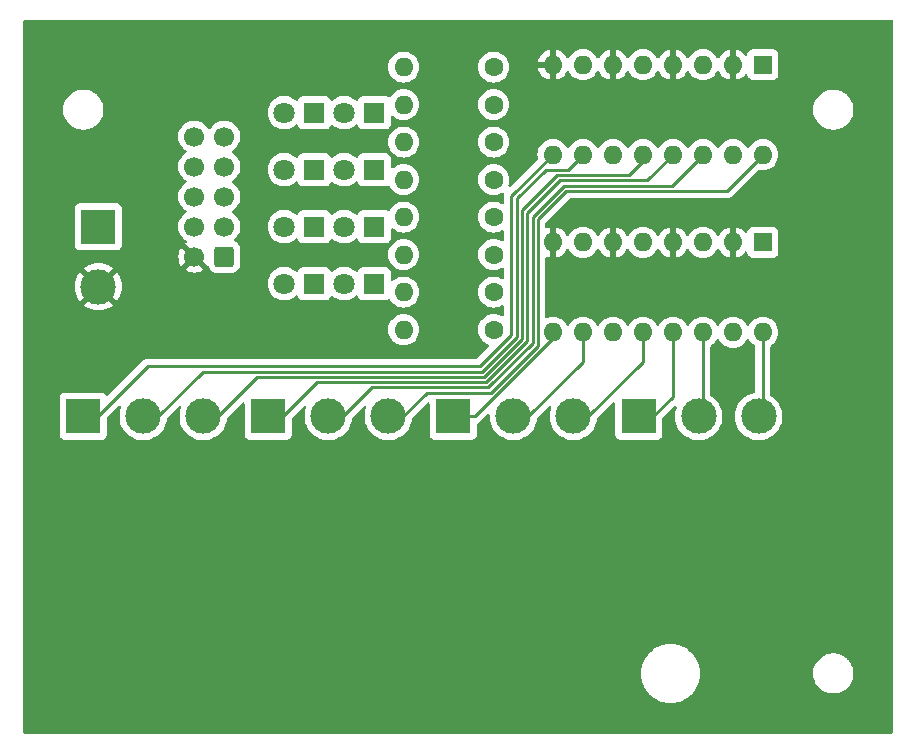
<source format=gbr>
%TF.GenerationSoftware,KiCad,Pcbnew,7.0.6*%
%TF.CreationDate,2023-09-19T17:21:49+08:00*%
%TF.ProjectId,ControlPanel_RF_Breakout,436f6e74-726f-46c5-9061-6e656c5f5246,0*%
%TF.SameCoordinates,Original*%
%TF.FileFunction,Copper,L2,Bot*%
%TF.FilePolarity,Positive*%
%FSLAX46Y46*%
G04 Gerber Fmt 4.6, Leading zero omitted, Abs format (unit mm)*
G04 Created by KiCad (PCBNEW 7.0.6) date 2023-09-19 17:21:49*
%MOMM*%
%LPD*%
G01*
G04 APERTURE LIST*
G04 Aperture macros list*
%AMRoundRect*
0 Rectangle with rounded corners*
0 $1 Rounding radius*
0 $2 $3 $4 $5 $6 $7 $8 $9 X,Y pos of 4 corners*
0 Add a 4 corners polygon primitive as box body*
4,1,4,$2,$3,$4,$5,$6,$7,$8,$9,$2,$3,0*
0 Add four circle primitives for the rounded corners*
1,1,$1+$1,$2,$3*
1,1,$1+$1,$4,$5*
1,1,$1+$1,$6,$7*
1,1,$1+$1,$8,$9*
0 Add four rect primitives between the rounded corners*
20,1,$1+$1,$2,$3,$4,$5,0*
20,1,$1+$1,$4,$5,$6,$7,0*
20,1,$1+$1,$6,$7,$8,$9,0*
20,1,$1+$1,$8,$9,$2,$3,0*%
G04 Aperture macros list end*
%TA.AperFunction,ComponentPad*%
%ADD10C,1.700000*%
%TD*%
%TA.AperFunction,ComponentPad*%
%ADD11RoundRect,0.250000X0.600000X0.600000X-0.600000X0.600000X-0.600000X-0.600000X0.600000X-0.600000X0*%
%TD*%
%TA.AperFunction,ComponentPad*%
%ADD12C,1.800000*%
%TD*%
%TA.AperFunction,ComponentPad*%
%ADD13R,1.800000X1.800000*%
%TD*%
%TA.AperFunction,ComponentPad*%
%ADD14C,1.600000*%
%TD*%
%TA.AperFunction,ComponentPad*%
%ADD15O,1.600000X1.600000*%
%TD*%
%TA.AperFunction,ComponentPad*%
%ADD16R,1.600000X1.600000*%
%TD*%
%TA.AperFunction,ComponentPad*%
%ADD17C,3.000000*%
%TD*%
%TA.AperFunction,ComponentPad*%
%ADD18R,3.000000X3.000000*%
%TD*%
%TA.AperFunction,Conductor*%
%ADD19C,0.250000*%
%TD*%
G04 APERTURE END LIST*
D10*
%TO.P,IDC_RF1,10,Pin_10*%
%TO.N,/C_OFF*%
X5842000Y-9652000D03*
%TO.P,IDC_RF1,9,Pin_9*%
%TO.N,/C_ON*%
X8382000Y-9652000D03*
%TO.P,IDC_RF1,8,Pin_8*%
%TO.N,/D_ON*%
X5842000Y-12192000D03*
%TO.P,IDC_RF1,7,Pin_7*%
%TO.N,/B_OFF*%
X8382000Y-12192000D03*
%TO.P,IDC_RF1,6,Pin_6*%
%TO.N,/D_OFF*%
X5842000Y-14732000D03*
%TO.P,IDC_RF1,5,Pin_5*%
%TO.N,/B_ON*%
X8382000Y-14732000D03*
%TO.P,IDC_RF1,4,Pin_4*%
%TO.N,/3V3*%
X5842000Y-17272000D03*
%TO.P,IDC_RF1,3,Pin_3*%
%TO.N,/A_OFF*%
X8382000Y-17272000D03*
%TO.P,IDC_RF1,2,Pin_2*%
%TO.N,/GND*%
X5842000Y-19812000D03*
D11*
%TO.P,IDC_RF1,1,Pin_1*%
%TO.N,/A_ON*%
X8382000Y-19812000D03*
%TD*%
D12*
%TO.P,D8,2,A*%
%TO.N,/D_OFF*%
X13462000Y-7620000D03*
D13*
%TO.P,D8,1,K*%
%TO.N,Net-(D8-K)*%
X16002000Y-7620000D03*
%TD*%
D12*
%TO.P,D7,2,A*%
%TO.N,/D_ON*%
X18542000Y-7620000D03*
D13*
%TO.P,D7,1,K*%
%TO.N,Net-(D7-K)*%
X21082000Y-7620000D03*
%TD*%
D12*
%TO.P,D6,2,A*%
%TO.N,/C_OFF*%
X13462000Y-12446000D03*
D13*
%TO.P,D6,1,K*%
%TO.N,Net-(D6-K)*%
X16002000Y-12446000D03*
%TD*%
D12*
%TO.P,D5,2,A*%
%TO.N,/C_ON*%
X18542000Y-12446000D03*
D13*
%TO.P,D5,1,K*%
%TO.N,Net-(D5-K)*%
X21082000Y-12446000D03*
%TD*%
D12*
%TO.P,D4,2,A*%
%TO.N,/B_OFF*%
X13467000Y-17272000D03*
D13*
%TO.P,D4,1,K*%
%TO.N,Net-(D4-K)*%
X16007000Y-17272000D03*
%TD*%
D12*
%TO.P,D3,2,A*%
%TO.N,/B_ON*%
X18542000Y-17272000D03*
D13*
%TO.P,D3,1,K*%
%TO.N,Net-(D3-K)*%
X21082000Y-17272000D03*
%TD*%
D12*
%TO.P,D2,2,A*%
%TO.N,/A_OFF*%
X13467000Y-22098000D03*
D13*
%TO.P,D2,1,K*%
%TO.N,Net-(D2-K)*%
X16007000Y-22098000D03*
%TD*%
D12*
%TO.P,D1,2,A*%
%TO.N,/A_ON*%
X18542000Y-22098000D03*
D13*
%TO.P,D1,1,K*%
%TO.N,Net-(D1-K)*%
X21082000Y-22098000D03*
%TD*%
D14*
%TO.P,R9,1*%
%TO.N,Net-(R9-Pad1)*%
X31191200Y-3764000D03*
D15*
%TO.P,R9,2*%
%TO.N,Net-(D8-K)*%
X23571200Y-3764000D03*
%TD*%
%TO.P,R8,2*%
%TO.N,Net-(D7-K)*%
X23571200Y-6939000D03*
D14*
%TO.P,R8,1*%
%TO.N,Net-(R8-Pad1)*%
X31191200Y-6939000D03*
%TD*%
D15*
%TO.P,R7,2*%
%TO.N,Net-(D6-K)*%
X23571200Y-10114000D03*
D14*
%TO.P,R7,1*%
%TO.N,Net-(R7-Pad1)*%
X31191200Y-10114000D03*
%TD*%
D15*
%TO.P,R6,2*%
%TO.N,Net-(D5-K)*%
X23571200Y-13289000D03*
D14*
%TO.P,R6,1*%
%TO.N,Net-(R6-Pad1)*%
X31191200Y-13289000D03*
%TD*%
D15*
%TO.P,R5,2*%
%TO.N,Net-(D4-K)*%
X23571200Y-16464000D03*
D14*
%TO.P,R5,1*%
%TO.N,Net-(R5-Pad1)*%
X31191200Y-16464000D03*
%TD*%
D15*
%TO.P,R4,2*%
%TO.N,Net-(D3-K)*%
X23571200Y-19639000D03*
D14*
%TO.P,R4,1*%
%TO.N,Net-(R4-Pad1)*%
X31191200Y-19639000D03*
%TD*%
D15*
%TO.P,R3,2*%
%TO.N,Net-(D2-K)*%
X23571200Y-22814000D03*
D14*
%TO.P,R3,1*%
%TO.N,Net-(R3-Pad1)*%
X31191200Y-22814000D03*
%TD*%
D15*
%TO.P,R2,2*%
%TO.N,Net-(D1-K)*%
X23576600Y-25997650D03*
D14*
%TO.P,R2,1*%
%TO.N,Net-(R2-Pad1)*%
X31196600Y-25997650D03*
%TD*%
D15*
%TO.P,U2,16*%
%TO.N,Net-(J18-Pin_3)*%
X53981200Y-26217650D03*
%TO.P,U2,15*%
%TO.N,Net-(J18-Pin_1)*%
X51441200Y-26217650D03*
%TO.P,U2,14*%
%TO.N,Net-(J18-Pin_2)*%
X48901200Y-26217650D03*
%TO.P,U2,13*%
%TO.N,Net-(J18-Pin_1)*%
X46361200Y-26217650D03*
%TO.P,U2,12*%
%TO.N,Net-(J19-Pin_3)*%
X43821200Y-26217650D03*
%TO.P,U2,11*%
%TO.N,Net-(J19-Pin_1)*%
X41281200Y-26217650D03*
%TO.P,U2,10*%
%TO.N,Net-(J19-Pin_2)*%
X38741200Y-26217650D03*
%TO.P,U2,9*%
%TO.N,Net-(J19-Pin_1)*%
X36201200Y-26217650D03*
%TO.P,U2,8*%
%TO.N,/GND*%
X36201200Y-18597650D03*
%TO.P,U2,7*%
%TO.N,Net-(R5-Pad1)*%
X38741200Y-18597650D03*
%TO.P,U2,6*%
%TO.N,/GND*%
X41281200Y-18597650D03*
%TO.P,U2,5*%
%TO.N,Net-(R4-Pad1)*%
X43821200Y-18597650D03*
%TO.P,U2,4*%
%TO.N,/GND*%
X46361200Y-18597650D03*
%TO.P,U2,3*%
%TO.N,Net-(R3-Pad1)*%
X48901200Y-18597650D03*
%TO.P,U2,2*%
%TO.N,/GND*%
X51441200Y-18597650D03*
D16*
%TO.P,U2,1*%
%TO.N,Net-(R2-Pad1)*%
X53981200Y-18597650D03*
%TD*%
D17*
%TO.P,J18,3,Pin_3*%
%TO.N,Net-(J18-Pin_3)*%
X53621600Y-33338000D03*
%TO.P,J18,2,Pin_2*%
%TO.N,Net-(J18-Pin_2)*%
X48541600Y-33338000D03*
D18*
%TO.P,J18,1,Pin_1*%
%TO.N,Net-(J18-Pin_1)*%
X43461600Y-33338000D03*
%TD*%
%TO.P,J22,1,Pin_1*%
%TO.N,/3V3*%
X-2276000Y-17272000D03*
D17*
%TO.P,J22,2,Pin_2*%
%TO.N,/GND*%
X-2276000Y-22352000D03*
%TD*%
%TO.P,J21,3,Pin_3*%
%TO.N,Net-(J21-Pin_3)*%
X6604000Y-33338000D03*
%TO.P,J21,2,Pin_2*%
%TO.N,Net-(J21-Pin_2)*%
X1524000Y-33338000D03*
D18*
%TO.P,J21,1,Pin_1*%
%TO.N,Net-(J21-Pin_1)*%
X-3556000Y-33338000D03*
%TD*%
D16*
%TO.P,U3,1*%
%TO.N,Net-(R6-Pad1)*%
X53981200Y-3566000D03*
D15*
%TO.P,U3,2*%
%TO.N,/GND*%
X51441200Y-3566000D03*
%TO.P,U3,3*%
%TO.N,Net-(R7-Pad1)*%
X48901200Y-3566000D03*
%TO.P,U3,4*%
%TO.N,/GND*%
X46361200Y-3566000D03*
%TO.P,U3,5*%
%TO.N,Net-(R8-Pad1)*%
X43821200Y-3566000D03*
%TO.P,U3,6*%
%TO.N,/GND*%
X41281200Y-3566000D03*
%TO.P,U3,7*%
%TO.N,Net-(R9-Pad1)*%
X38741200Y-3566000D03*
%TO.P,U3,8*%
%TO.N,/GND*%
X36201200Y-3566000D03*
%TO.P,U3,9*%
%TO.N,Net-(J21-Pin_1)*%
X36201200Y-11186000D03*
%TO.P,U3,10*%
%TO.N,Net-(J21-Pin_2)*%
X38741200Y-11186000D03*
%TO.P,U3,11*%
%TO.N,Net-(J21-Pin_1)*%
X41281200Y-11186000D03*
%TO.P,U3,12*%
%TO.N,Net-(J21-Pin_3)*%
X43821200Y-11186000D03*
%TO.P,U3,13*%
%TO.N,Net-(J20-Pin_1)*%
X46361200Y-11186000D03*
%TO.P,U3,14*%
%TO.N,Net-(J20-Pin_2)*%
X48901200Y-11186000D03*
%TO.P,U3,15*%
%TO.N,Net-(J20-Pin_1)*%
X51441200Y-11186000D03*
%TO.P,U3,16*%
%TO.N,Net-(J20-Pin_3)*%
X53981200Y-11186000D03*
%TD*%
D17*
%TO.P,J20,3,Pin_3*%
%TO.N,Net-(J20-Pin_3)*%
X22273600Y-33338000D03*
%TO.P,J20,2,Pin_2*%
%TO.N,Net-(J20-Pin_2)*%
X17193600Y-33338000D03*
D18*
%TO.P,J20,1,Pin_1*%
%TO.N,Net-(J20-Pin_1)*%
X12113600Y-33338000D03*
%TD*%
D17*
%TO.P,J19,3,Pin_3*%
%TO.N,Net-(J19-Pin_3)*%
X37945400Y-33338000D03*
%TO.P,J19,2,Pin_2*%
%TO.N,Net-(J19-Pin_2)*%
X32865400Y-33338000D03*
D18*
%TO.P,J19,1,Pin_1*%
%TO.N,Net-(J19-Pin_1)*%
X27785400Y-33338000D03*
%TD*%
D19*
%TO.N,Net-(J20-Pin_3)*%
X25508200Y-31343600D02*
X23513800Y-33338000D01*
X30937200Y-31343600D02*
X25508200Y-31343600D01*
X34931200Y-27349600D02*
X30937200Y-31343600D01*
X37323596Y-14246000D02*
X34931200Y-16638396D01*
X53981200Y-11186000D02*
X50921200Y-14246000D01*
X50921200Y-14246000D02*
X37323596Y-14246000D01*
X34931200Y-16638396D02*
X34931200Y-27349600D01*
%TO.N,Net-(J20-Pin_2)*%
X20878200Y-30893600D02*
X18433800Y-33338000D01*
X30750804Y-30893600D02*
X20878200Y-30893600D01*
X46291200Y-13796000D02*
X37137200Y-13796000D01*
X48901200Y-11186000D02*
X46291200Y-13796000D01*
X37137200Y-13796000D02*
X34481200Y-16452000D01*
X34481200Y-16452000D02*
X34481200Y-27163204D01*
X34481200Y-27163204D02*
X30750804Y-30893600D01*
%TO.N,Net-(J20-Pin_1)*%
X44201200Y-13346000D02*
X46361200Y-11186000D01*
X34031200Y-16140000D02*
X36825200Y-13346000D01*
X30564408Y-30443600D02*
X34031200Y-26976808D01*
X36825200Y-13346000D02*
X44201200Y-13346000D01*
X16248200Y-30443600D02*
X30564408Y-30443600D01*
X34031200Y-26976808D02*
X34031200Y-16140000D01*
X13353800Y-33338000D02*
X16248200Y-30443600D01*
%TO.N,Net-(J21-Pin_3)*%
X33581200Y-26790412D02*
X33581200Y-15828000D01*
X33581200Y-15828000D02*
X36513200Y-12896000D01*
X30378012Y-29993600D02*
X33581200Y-26790412D01*
X36513200Y-12896000D02*
X42609200Y-12896000D01*
X11188600Y-29993600D02*
X30378012Y-29993600D01*
X7844200Y-33338000D02*
X11188600Y-29993600D01*
X42609200Y-12896000D02*
X43821200Y-11684000D01*
%TO.N,Net-(J21-Pin_2)*%
X33131200Y-26604016D02*
X30191616Y-29543600D01*
X33131200Y-14892396D02*
X33131200Y-26604016D01*
X37481200Y-12446000D02*
X35577596Y-12446000D01*
X35577596Y-12446000D02*
X33131200Y-14892396D01*
X6558600Y-29543600D02*
X2764200Y-33338000D01*
X38741200Y-11186000D02*
X37481200Y-12446000D01*
X30191616Y-29543600D02*
X6558600Y-29543600D01*
%TO.N,Net-(J21-Pin_1)*%
X32681200Y-26417620D02*
X32681200Y-14706000D01*
X-2315800Y-33338000D02*
X1928600Y-29093600D01*
X1928600Y-29093600D02*
X30005220Y-29093600D01*
X30005220Y-29093600D02*
X32681200Y-26417620D01*
X32681200Y-14706000D02*
X36201200Y-11186000D01*
%TO.N,Net-(J19-Pin_2)*%
X38741200Y-28702400D02*
X38741200Y-26217650D01*
X34105600Y-33338000D02*
X38741200Y-28702400D01*
%TO.N,Net-(J19-Pin_3)*%
X39185600Y-33338000D02*
X43821200Y-28702400D01*
X43821200Y-28702400D02*
X43821200Y-26217650D01*
%TO.N,Net-(J18-Pin_1)*%
X46361200Y-31678600D02*
X46361200Y-26217650D01*
X44701800Y-33338000D02*
X46361200Y-31678600D01*
%TO.N,Net-(J18-Pin_2)*%
X48901200Y-32457400D02*
X48901200Y-26217650D01*
%TO.N,Net-(J18-Pin_3)*%
X53981200Y-32457400D02*
X53981200Y-26217650D01*
%TO.N,Net-(J19-Pin_1)*%
X36201200Y-26715996D02*
X36201200Y-26217650D01*
X29579196Y-33338000D02*
X36201200Y-26715996D01*
X29025600Y-33338000D02*
X29579196Y-33338000D01*
%TD*%
%TA.AperFunction,Conductor*%
%TO.N,/GND*%
G36*
X64966539Y233815D02*
G01*
X65012294Y181011D01*
X65023500Y129500D01*
X65023500Y-60073500D01*
X65003815Y-60140539D01*
X64951011Y-60186294D01*
X64899500Y-60197500D01*
X-8511500Y-60197500D01*
X-8578539Y-60177815D01*
X-8624294Y-60125011D01*
X-8635500Y-60073500D01*
X-8635500Y-55100400D01*
X43656156Y-55100400D01*
X43663945Y-55224215D01*
X43664067Y-55228085D01*
X43664067Y-55257525D01*
X43664068Y-55257541D01*
X43667756Y-55286740D01*
X43668122Y-55290617D01*
X43675910Y-55414405D01*
X43675911Y-55414412D01*
X43699153Y-55536252D01*
X43699762Y-55540098D01*
X43703453Y-55569315D01*
X43703457Y-55569332D01*
X43710779Y-55597847D01*
X43711629Y-55601649D01*
X43734870Y-55723483D01*
X43773193Y-55841428D01*
X43774280Y-55845169D01*
X43781604Y-55873697D01*
X43781607Y-55873705D01*
X43792451Y-55901094D01*
X43793770Y-55904758D01*
X43832097Y-56022716D01*
X43832099Y-56022721D01*
X43884906Y-56134940D01*
X43886453Y-56138516D01*
X43897295Y-56165900D01*
X43911486Y-56191714D01*
X43913253Y-56195183D01*
X43951181Y-56275782D01*
X43966063Y-56307407D01*
X44032516Y-56412121D01*
X44032520Y-56412126D01*
X44034503Y-56415480D01*
X44048685Y-56441278D01*
X44048691Y-56441287D01*
X44048693Y-56441291D01*
X44066013Y-56465130D01*
X44068194Y-56468340D01*
X44134651Y-56573061D01*
X44134653Y-56573064D01*
X44213705Y-56668622D01*
X44216092Y-56671699D01*
X44233384Y-56695500D01*
X44233409Y-56695530D01*
X44233413Y-56695535D01*
X44238350Y-56700792D01*
X44253570Y-56717001D01*
X44256145Y-56719922D01*
X44306513Y-56780805D01*
X44335210Y-56815494D01*
X44425634Y-56900408D01*
X44428369Y-56903143D01*
X44448537Y-56924620D01*
X44448542Y-56924625D01*
X44448543Y-56924626D01*
X44471235Y-56943398D01*
X44474138Y-56945957D01*
X44564570Y-57030878D01*
X44664924Y-57103789D01*
X44667980Y-57106160D01*
X44690687Y-57124945D01*
X44690696Y-57124952D01*
X44715568Y-57140735D01*
X44718773Y-57142913D01*
X44808769Y-57208298D01*
X44819120Y-57215819D01*
X44927813Y-57275573D01*
X44931167Y-57277557D01*
X44942731Y-57284895D01*
X44956025Y-57293332D01*
X44967132Y-57298558D01*
X44982668Y-57305870D01*
X44986138Y-57307638D01*
X45054515Y-57345228D01*
X45094834Y-57367394D01*
X45210174Y-57413060D01*
X45213726Y-57414597D01*
X45240352Y-57427127D01*
X45240362Y-57427131D01*
X45240379Y-57427139D01*
X45240393Y-57427143D01*
X45240409Y-57427150D01*
X45268398Y-57436243D01*
X45272047Y-57437557D01*
X45387375Y-57483219D01*
X45507521Y-57514067D01*
X45511244Y-57515149D01*
X45520022Y-57518001D01*
X45539261Y-57524252D01*
X45556091Y-57527462D01*
X45568200Y-57529773D01*
X45571974Y-57530616D01*
X45692127Y-57561466D01*
X45815178Y-57577010D01*
X45819003Y-57577617D01*
X45847941Y-57583137D01*
X45847946Y-57583138D01*
X45847954Y-57583138D01*
X45847957Y-57583139D01*
X45877369Y-57584989D01*
X45881214Y-57585353D01*
X45946367Y-57593583D01*
X46004272Y-57600899D01*
X46004282Y-57600900D01*
X46128280Y-57600900D01*
X46132175Y-57601022D01*
X46161564Y-57602872D01*
X46161600Y-57602872D01*
X46161636Y-57602872D01*
X46191022Y-57601022D01*
X46194917Y-57600900D01*
X46318918Y-57600900D01*
X46441991Y-57585352D01*
X46445827Y-57584989D01*
X46475243Y-57583139D01*
X46475246Y-57583138D01*
X46475252Y-57583138D01*
X46475255Y-57583137D01*
X46504196Y-57577617D01*
X46508016Y-57577011D01*
X46631073Y-57561466D01*
X46751252Y-57530609D01*
X46754973Y-57529777D01*
X46783939Y-57524252D01*
X46811978Y-57515141D01*
X46815643Y-57514076D01*
X46935825Y-57483219D01*
X47051175Y-57437548D01*
X47054808Y-57436241D01*
X47082821Y-57427139D01*
X47109476Y-57414595D01*
X47113012Y-57413065D01*
X47228366Y-57367394D01*
X47337099Y-57307617D01*
X47340502Y-57305883D01*
X47367175Y-57293332D01*
X47392045Y-57277548D01*
X47395366Y-57275584D01*
X47504084Y-57215816D01*
X47604430Y-57142909D01*
X47607631Y-57140734D01*
X47632516Y-57124942D01*
X47655235Y-57106147D01*
X47658255Y-57103804D01*
X47758630Y-57030878D01*
X47849094Y-56945926D01*
X47851929Y-56943427D01*
X47874660Y-56924623D01*
X47894861Y-56903110D01*
X47897532Y-56900439D01*
X47987990Y-56815494D01*
X48067085Y-56719884D01*
X48069603Y-56717028D01*
X48089787Y-56695535D01*
X48089801Y-56695515D01*
X48089809Y-56695506D01*
X48107114Y-56671688D01*
X48109472Y-56668647D01*
X48188547Y-56573063D01*
X48255040Y-56468285D01*
X48257164Y-56465161D01*
X48274507Y-56441291D01*
X48288716Y-56415444D01*
X48290659Y-56412159D01*
X48357137Y-56307407D01*
X48409953Y-56195166D01*
X48411696Y-56191743D01*
X48425904Y-56165901D01*
X48436760Y-56138479D01*
X48438268Y-56134994D01*
X48491103Y-56022715D01*
X48529445Y-55904710D01*
X48530748Y-55901094D01*
X48541592Y-55873706D01*
X48548919Y-55845169D01*
X48549995Y-55841463D01*
X48588331Y-55723479D01*
X48611580Y-55601599D01*
X48612420Y-55597847D01*
X48619746Y-55569316D01*
X48623440Y-55540068D01*
X48624039Y-55536285D01*
X48647288Y-55414415D01*
X48647288Y-55414412D01*
X48647289Y-55414409D01*
X48651108Y-55353697D01*
X48655077Y-55290597D01*
X48655442Y-55286747D01*
X48659132Y-55257538D01*
X48659133Y-55257531D01*
X48659767Y-55217116D01*
X48659878Y-55214286D01*
X48667044Y-55100404D01*
X58238732Y-55100404D01*
X58257777Y-55354554D01*
X58314171Y-55601634D01*
X58314492Y-55603037D01*
X58366998Y-55736820D01*
X58407608Y-55840290D01*
X58426900Y-55873705D01*
X58535041Y-56061012D01*
X58693950Y-56260277D01*
X58880783Y-56433632D01*
X59091366Y-56577205D01*
X59091371Y-56577207D01*
X59091372Y-56577208D01*
X59091373Y-56577209D01*
X59249937Y-56653569D01*
X59320996Y-56687789D01*
X59363157Y-56700794D01*
X59370249Y-56703466D01*
X59405245Y-56719155D01*
X59433189Y-56722396D01*
X59564542Y-56762913D01*
X59564547Y-56762913D01*
X59564548Y-56762914D01*
X59612109Y-56770083D01*
X59619301Y-56771607D01*
X59621981Y-56772342D01*
X59622046Y-56772358D01*
X59656236Y-56781752D01*
X59683247Y-56780805D01*
X59816565Y-56800900D01*
X59816571Y-56800900D01*
X59868692Y-56800900D01*
X59875810Y-56801310D01*
X59913689Y-56805684D01*
X59939190Y-56800900D01*
X60071431Y-56800900D01*
X60071435Y-56800900D01*
X60127035Y-56792519D01*
X60133885Y-56791874D01*
X60139249Y-56791669D01*
X60139250Y-56791668D01*
X60141309Y-56791590D01*
X60141349Y-56791587D01*
X60171791Y-56790419D01*
X60195198Y-56782245D01*
X60323458Y-56762913D01*
X60381169Y-56745111D01*
X60387563Y-56743510D01*
X60395131Y-56742043D01*
X60395138Y-56742040D01*
X60395832Y-56741906D01*
X60395841Y-56741904D01*
X60424545Y-56736337D01*
X60445435Y-56725287D01*
X60567004Y-56687789D01*
X60625179Y-56659773D01*
X60631082Y-56657299D01*
X60640440Y-56653939D01*
X60640447Y-56653935D01*
X60641436Y-56653580D01*
X60641464Y-56653569D01*
X60666160Y-56644699D01*
X60684202Y-56631349D01*
X60796634Y-56577205D01*
X60853509Y-56538428D01*
X60858770Y-56535214D01*
X60869425Y-56529421D01*
X60869431Y-56529416D01*
X60891077Y-56517646D01*
X60906058Y-56502600D01*
X61007217Y-56433632D01*
X61060865Y-56383854D01*
X61065428Y-56380014D01*
X61094157Y-56358115D01*
X61105983Y-56341990D01*
X61194050Y-56260277D01*
X61242445Y-56199591D01*
X61246229Y-56195274D01*
X61257461Y-56183604D01*
X61257464Y-56183599D01*
X61258117Y-56182921D01*
X61258124Y-56182914D01*
X61270752Y-56169792D01*
X61279434Y-56153208D01*
X61352959Y-56061012D01*
X61354836Y-56057762D01*
X61375069Y-56022716D01*
X61394033Y-55989867D01*
X61396993Y-55985231D01*
X61407419Y-55970410D01*
X61407423Y-55970401D01*
X61416813Y-55957052D01*
X61422484Y-55940589D01*
X61479735Y-55841428D01*
X61480391Y-55840292D01*
X61480392Y-55840289D01*
X61480393Y-55840288D01*
X61512103Y-55759490D01*
X61514252Y-55754641D01*
X61523074Y-55736824D01*
X61523075Y-55736820D01*
X61525138Y-55732654D01*
X61525850Y-55731881D01*
X61527300Y-55728285D01*
X61527837Y-55727198D01*
X61529357Y-55716969D01*
X61531086Y-55711505D01*
X61532459Y-55707625D01*
X61573508Y-55603037D01*
X61593887Y-55513746D01*
X61595214Y-55508872D01*
X61601476Y-55489085D01*
X61602719Y-55487236D01*
X61604208Y-55480869D01*
X61604168Y-55472458D01*
X61605628Y-55463001D01*
X61606447Y-55458721D01*
X61630222Y-55354557D01*
X61637436Y-55258289D01*
X61637977Y-55253570D01*
X61641506Y-55230725D01*
X61641506Y-55230723D01*
X61641649Y-55229798D01*
X61641653Y-55229760D01*
X61642657Y-55223256D01*
X61641764Y-55217248D01*
X61641779Y-55216412D01*
X61642161Y-55196458D01*
X61642318Y-55193135D01*
X61649268Y-55100400D01*
X61642318Y-55007668D01*
X61642161Y-55004338D01*
X61641763Y-54983550D01*
X61642927Y-54979289D01*
X61641694Y-54971305D01*
X61641691Y-54971278D01*
X61641506Y-54970081D01*
X61641506Y-54970075D01*
X61637978Y-54947238D01*
X61637435Y-54942502D01*
X61630222Y-54846243D01*
X61606442Y-54742057D01*
X61605628Y-54737794D01*
X61604166Y-54728334D01*
X61604927Y-54722625D01*
X61604592Y-54721565D01*
X61603006Y-54714789D01*
X61601476Y-54711714D01*
X61600953Y-54710064D01*
X61595208Y-54691909D01*
X61593889Y-54687061D01*
X61573508Y-54597763D01*
X61532462Y-54493182D01*
X61531085Y-54489290D01*
X61529360Y-54483841D01*
X61529205Y-54476361D01*
X61527299Y-54472512D01*
X61526073Y-54469472D01*
X61525139Y-54468146D01*
X61523063Y-54463954D01*
X61514235Y-54446125D01*
X61512107Y-54441318D01*
X61480393Y-54360512D01*
X61422485Y-54260212D01*
X61419373Y-54247383D01*
X61397006Y-54215585D01*
X61394022Y-54210912D01*
X61352959Y-54139788D01*
X61279434Y-54047591D01*
X61274071Y-54034455D01*
X61257461Y-54017196D01*
X61246236Y-54005532D01*
X61242445Y-54001208D01*
X61194050Y-53940523D01*
X61194047Y-53940520D01*
X61105983Y-53858808D01*
X61098224Y-53845782D01*
X61065427Y-53820783D01*
X61060839Y-53816921D01*
X61007217Y-53767167D01*
X60906058Y-53698198D01*
X60895847Y-53685746D01*
X60858795Y-53665597D01*
X60853485Y-53662355D01*
X60796634Y-53623595D01*
X60796630Y-53623593D01*
X60684201Y-53569450D01*
X60671562Y-53558039D01*
X60642837Y-53547722D01*
X60642828Y-53547718D01*
X60631094Y-53543503D01*
X60625152Y-53541013D01*
X60567006Y-53513012D01*
X60567004Y-53513011D01*
X60493267Y-53490266D01*
X60445434Y-53475511D01*
X60430484Y-53465613D01*
X60387597Y-53457295D01*
X60381122Y-53455674D01*
X60323463Y-53437888D01*
X60323459Y-53437887D01*
X60323458Y-53437887D01*
X60275876Y-53430715D01*
X60195191Y-53418553D01*
X60178124Y-53410618D01*
X60133874Y-53408923D01*
X60127001Y-53408275D01*
X60071440Y-53399900D01*
X60071435Y-53399900D01*
X59939192Y-53399900D01*
X59920308Y-53394355D01*
X59885178Y-53398410D01*
X59885171Y-53398411D01*
X59875819Y-53399491D01*
X59868704Y-53399900D01*
X59816557Y-53399900D01*
X59683233Y-53419996D01*
X59662904Y-53417214D01*
X59623073Y-53428158D01*
X59623038Y-53428167D01*
X59619274Y-53429199D01*
X59612115Y-53430715D01*
X59564539Y-53437887D01*
X59433113Y-53478426D01*
X59411772Y-53478716D01*
X59370247Y-53497333D01*
X59363153Y-53500006D01*
X59320998Y-53513009D01*
X59091370Y-53623592D01*
X58880782Y-53767168D01*
X58693952Y-53940521D01*
X58693950Y-53940523D01*
X58535041Y-54139788D01*
X58407608Y-54360509D01*
X58314492Y-54597762D01*
X58314490Y-54597769D01*
X58257777Y-54846245D01*
X58238732Y-55100395D01*
X58238732Y-55100404D01*
X48667044Y-55100404D01*
X48667044Y-55100400D01*
X48659879Y-54986516D01*
X48659767Y-54983680D01*
X48659133Y-54943269D01*
X48659132Y-54943262D01*
X48659132Y-54943254D01*
X48655442Y-54914050D01*
X48655077Y-54910196D01*
X48650803Y-54842255D01*
X48647289Y-54786390D01*
X48647287Y-54786382D01*
X48624036Y-54664493D01*
X48623438Y-54660713D01*
X48623436Y-54660700D01*
X48619746Y-54631484D01*
X48612425Y-54602969D01*
X48611575Y-54599167D01*
X48590614Y-54489290D01*
X48588331Y-54477321D01*
X48549999Y-54359350D01*
X48548918Y-54355626D01*
X48541594Y-54327101D01*
X48541593Y-54327099D01*
X48541592Y-54327094D01*
X48530734Y-54299669D01*
X48529444Y-54296086D01*
X48491103Y-54178085D01*
X48438282Y-54065835D01*
X48436757Y-54062312D01*
X48425904Y-54034899D01*
X48416172Y-54017196D01*
X48411713Y-54009085D01*
X48409944Y-54005613D01*
X48379313Y-53940520D01*
X48357137Y-53893393D01*
X48290661Y-53788644D01*
X48288695Y-53785317D01*
X48274507Y-53759509D01*
X48257179Y-53735659D01*
X48255027Y-53732493D01*
X48188547Y-53627737D01*
X48188546Y-53627736D01*
X48188545Y-53627734D01*
X48109498Y-53532182D01*
X48107111Y-53529104D01*
X48089821Y-53505306D01*
X48089791Y-53505271D01*
X48089787Y-53505265D01*
X48075702Y-53490266D01*
X48069628Y-53483797D01*
X48067062Y-53480887D01*
X47987990Y-53385306D01*
X47987988Y-53385304D01*
X47987984Y-53385299D01*
X47897573Y-53300398D01*
X47894821Y-53297646D01*
X47893464Y-53296201D01*
X47874660Y-53276177D01*
X47874659Y-53276176D01*
X47874657Y-53276174D01*
X47874649Y-53276166D01*
X47851961Y-53257398D01*
X47849039Y-53254822D01*
X47758631Y-53169923D01*
X47758621Y-53169915D01*
X47658288Y-53097019D01*
X47655209Y-53094631D01*
X47632518Y-53075859D01*
X47632500Y-53075846D01*
X47607630Y-53060063D01*
X47604407Y-53057873D01*
X47504085Y-52984984D01*
X47395388Y-52925226D01*
X47392039Y-52923245D01*
X47368035Y-52908014D01*
X47367175Y-52907468D01*
X47367174Y-52907467D01*
X47367167Y-52907463D01*
X47340529Y-52894928D01*
X47337060Y-52893160D01*
X47228359Y-52833402D01*
X47228356Y-52833401D01*
X47113063Y-52787754D01*
X47109487Y-52786207D01*
X47082839Y-52773668D01*
X47082799Y-52773652D01*
X47054798Y-52764554D01*
X47051132Y-52763234D01*
X46935827Y-52717581D01*
X46815691Y-52686735D01*
X46811953Y-52685649D01*
X46783936Y-52676547D01*
X46755018Y-52671030D01*
X46751219Y-52670181D01*
X46631071Y-52639333D01*
X46508035Y-52623790D01*
X46504188Y-52623181D01*
X46475266Y-52617664D01*
X46475244Y-52617661D01*
X46475243Y-52617661D01*
X46475240Y-52617660D01*
X46475194Y-52617655D01*
X46445819Y-52615807D01*
X46441942Y-52615440D01*
X46318930Y-52599900D01*
X46318918Y-52599900D01*
X46194873Y-52599900D01*
X46191002Y-52599778D01*
X46165762Y-52598190D01*
X46161602Y-52597929D01*
X46161598Y-52597929D01*
X46157437Y-52598190D01*
X46132197Y-52599778D01*
X46128327Y-52599900D01*
X46004282Y-52599900D01*
X46004280Y-52599900D01*
X46004267Y-52599901D01*
X45881256Y-52615440D01*
X45877379Y-52615807D01*
X45847995Y-52617655D01*
X45847938Y-52617662D01*
X45819010Y-52623181D01*
X45815163Y-52623790D01*
X45692130Y-52639333D01*
X45692128Y-52639333D01*
X45571986Y-52670179D01*
X45568189Y-52671028D01*
X45539269Y-52676546D01*
X45539265Y-52676547D01*
X45539261Y-52676548D01*
X45528985Y-52679886D01*
X45511251Y-52685648D01*
X45507513Y-52686734D01*
X45387369Y-52717582D01*
X45272066Y-52763234D01*
X45268401Y-52764554D01*
X45240408Y-52773649D01*
X45240360Y-52773668D01*
X45213729Y-52786200D01*
X45210154Y-52787747D01*
X45094833Y-52833405D01*
X44986138Y-52893161D01*
X44982669Y-52894929D01*
X44956033Y-52907463D01*
X44956022Y-52907469D01*
X44931157Y-52923247D01*
X44927808Y-52925228D01*
X44819112Y-52984985D01*
X44819110Y-52984987D01*
X44718784Y-53057878D01*
X44715562Y-53060067D01*
X44690714Y-53075836D01*
X44690673Y-53075866D01*
X44667991Y-53094629D01*
X44664915Y-53097016D01*
X44564566Y-53169924D01*
X44564565Y-53169925D01*
X44474169Y-53254813D01*
X44471247Y-53257389D01*
X44448561Y-53276156D01*
X44448533Y-53276182D01*
X44441807Y-53283345D01*
X44428372Y-53297652D01*
X44425618Y-53300405D01*
X44335212Y-53385304D01*
X44256148Y-53480873D01*
X44253581Y-53483785D01*
X44247253Y-53490527D01*
X44233427Y-53505248D01*
X44233382Y-53505302D01*
X44216092Y-53529101D01*
X44213705Y-53532178D01*
X44134653Y-53627735D01*
X44134648Y-53627742D01*
X44068193Y-53732458D01*
X44066005Y-53735678D01*
X44048686Y-53759518D01*
X44048682Y-53759525D01*
X44034497Y-53785326D01*
X44032516Y-53788676D01*
X43966064Y-53893390D01*
X43913249Y-54005623D01*
X43911477Y-54009101D01*
X43909975Y-54011833D01*
X43897313Y-54034865D01*
X43897301Y-54034889D01*
X43897296Y-54034899D01*
X43897293Y-54034906D01*
X43897287Y-54034919D01*
X43886454Y-54062279D01*
X43884908Y-54065852D01*
X43832100Y-54178076D01*
X43832096Y-54178087D01*
X43793768Y-54296044D01*
X43792450Y-54299707D01*
X43781609Y-54327089D01*
X43781604Y-54327103D01*
X43774279Y-54355630D01*
X43773193Y-54359369D01*
X43734869Y-54477318D01*
X43734868Y-54477324D01*
X43711629Y-54599149D01*
X43710779Y-54602950D01*
X43703458Y-54631459D01*
X43703452Y-54631493D01*
X43699762Y-54660700D01*
X43699153Y-54664546D01*
X43675912Y-54786382D01*
X43675910Y-54786399D01*
X43668122Y-54910181D01*
X43667756Y-54914058D01*
X43664068Y-54943246D01*
X43664067Y-54943274D01*
X43664067Y-54972713D01*
X43663945Y-54976585D01*
X43656156Y-55100400D01*
X-8635500Y-55100400D01*
X-8635500Y-34886637D01*
X-5564500Y-34886637D01*
X-5564499Y-34886654D01*
X-5561591Y-34913692D01*
X-5557989Y-34947201D01*
X-5506889Y-35084204D01*
X-5419261Y-35201261D01*
X-5302204Y-35288889D01*
X-5165201Y-35339989D01*
X-5133623Y-35343383D01*
X-5104654Y-35346499D01*
X-5104638Y-35346500D01*
X-2007362Y-35346500D01*
X-2007345Y-35346499D01*
X-1976270Y-35343157D01*
X-1946799Y-35339989D01*
X-1946796Y-35339988D01*
X-1946795Y-35339988D01*
X-1886564Y-35317522D01*
X-1809796Y-35288889D01*
X-1692739Y-35201261D01*
X-1605111Y-35084204D01*
X-1605111Y-35084203D01*
X-1554011Y-34947204D01*
X-1554011Y-34947202D01*
X-1547500Y-34886654D01*
X-1547500Y-33516966D01*
X-1527815Y-33449927D01*
X-1511181Y-33429285D01*
X-548223Y-32466327D01*
X-486900Y-32432842D01*
X-417208Y-32437826D01*
X-361275Y-32479698D01*
X-336858Y-32545162D01*
X-343702Y-32595533D01*
X-414536Y-32794841D01*
X-414541Y-32794858D01*
X-438511Y-32910211D01*
X-470442Y-33063870D01*
X-489193Y-33338000D01*
X-470442Y-33612130D01*
X-440491Y-33756259D01*
X-414541Y-33881141D01*
X-414539Y-33881146D01*
X-414538Y-33881153D01*
X-322523Y-34140058D01*
X-196111Y-34384023D01*
X-37657Y-34608502D01*
X149889Y-34809314D01*
X363031Y-34982718D01*
X363033Y-34982719D01*
X363034Y-34982720D01*
X597801Y-35125485D01*
X772254Y-35201260D01*
X849823Y-35234953D01*
X1114404Y-35309085D01*
X1339245Y-35339989D01*
X1386614Y-35346500D01*
X1386615Y-35346500D01*
X1661386Y-35346500D01*
X1708755Y-35339989D01*
X1933596Y-35309085D01*
X2198177Y-35234953D01*
X2450200Y-35125484D01*
X2684969Y-34982718D01*
X2898111Y-34809314D01*
X3085657Y-34608502D01*
X3244111Y-34384023D01*
X3370523Y-34140058D01*
X3462538Y-33881153D01*
X3462539Y-33881146D01*
X3462541Y-33881141D01*
X3488491Y-33756259D01*
X3518442Y-33612130D01*
X3524997Y-33516293D01*
X3549210Y-33450755D01*
X3561020Y-33437082D01*
X4531778Y-32466325D01*
X4593100Y-32432841D01*
X4662792Y-32437825D01*
X4718725Y-32479697D01*
X4743142Y-32545161D01*
X4736298Y-32595532D01*
X4665463Y-32794841D01*
X4665458Y-32794858D01*
X4609558Y-33063867D01*
X4609557Y-33063869D01*
X4590807Y-33338000D01*
X4609557Y-33612130D01*
X4609558Y-33612132D01*
X4665458Y-33881141D01*
X4665463Y-33881158D01*
X4757476Y-34140056D01*
X4883889Y-34384024D01*
X4883893Y-34384030D01*
X5042340Y-34608499D01*
X5042343Y-34608502D01*
X5229889Y-34809314D01*
X5443031Y-34982718D01*
X5443033Y-34982719D01*
X5443034Y-34982720D01*
X5677801Y-35125485D01*
X5852254Y-35201260D01*
X5929823Y-35234953D01*
X6194404Y-35309085D01*
X6419245Y-35339989D01*
X6466614Y-35346500D01*
X6466615Y-35346500D01*
X6741386Y-35346500D01*
X6788755Y-35339989D01*
X7013596Y-35309085D01*
X7278177Y-35234953D01*
X7530200Y-35125484D01*
X7764969Y-34982718D01*
X7978111Y-34809314D01*
X8165657Y-34608502D01*
X8324111Y-34384023D01*
X8450523Y-34140058D01*
X8542538Y-33881153D01*
X8542539Y-33881146D01*
X8542541Y-33881141D01*
X8568491Y-33756259D01*
X8598442Y-33612130D01*
X8604997Y-33516293D01*
X8629210Y-33450755D01*
X8641020Y-33437082D01*
X9893420Y-32184682D01*
X9954742Y-32151199D01*
X10024434Y-32156183D01*
X10080367Y-32198055D01*
X10104784Y-32263519D01*
X10105100Y-32272365D01*
X10105100Y-34886654D01*
X10111611Y-34947202D01*
X10111611Y-34947204D01*
X10162711Y-35084204D01*
X10250339Y-35201261D01*
X10367396Y-35288889D01*
X10504399Y-35339989D01*
X10531650Y-35342918D01*
X10564945Y-35346499D01*
X10564962Y-35346500D01*
X13662238Y-35346500D01*
X13662254Y-35346499D01*
X13689292Y-35343591D01*
X13722801Y-35339989D01*
X13859804Y-35288889D01*
X13976861Y-35201261D01*
X14064489Y-35084204D01*
X14115589Y-34947201D01*
X14119191Y-34913692D01*
X14122099Y-34886654D01*
X14122099Y-34886647D01*
X14122100Y-34886638D01*
X14122100Y-33516962D01*
X14141784Y-33449927D01*
X14158413Y-33429290D01*
X15121379Y-32466325D01*
X15182699Y-32432842D01*
X15252391Y-32437826D01*
X15308324Y-32479698D01*
X15332741Y-32545162D01*
X15325897Y-32595533D01*
X15255063Y-32794841D01*
X15255058Y-32794858D01*
X15199158Y-33063867D01*
X15199157Y-33063869D01*
X15180407Y-33338000D01*
X15199157Y-33612130D01*
X15199158Y-33612132D01*
X15255058Y-33881141D01*
X15255063Y-33881158D01*
X15347076Y-34140056D01*
X15473489Y-34384024D01*
X15473493Y-34384030D01*
X15631940Y-34608499D01*
X15631943Y-34608502D01*
X15819489Y-34809314D01*
X16032631Y-34982718D01*
X16032633Y-34982719D01*
X16032634Y-34982720D01*
X16267401Y-35125485D01*
X16441854Y-35201260D01*
X16519423Y-35234953D01*
X16784004Y-35309085D01*
X17008845Y-35339989D01*
X17056214Y-35346500D01*
X17056215Y-35346500D01*
X17330986Y-35346500D01*
X17378355Y-35339989D01*
X17603196Y-35309085D01*
X17867777Y-35234953D01*
X18119800Y-35125484D01*
X18354569Y-34982718D01*
X18567711Y-34809314D01*
X18755257Y-34608502D01*
X18913711Y-34384023D01*
X19040123Y-34140058D01*
X19132138Y-33881153D01*
X19132139Y-33881146D01*
X19132141Y-33881141D01*
X19158091Y-33756259D01*
X19188042Y-33612130D01*
X19194597Y-33516293D01*
X19218810Y-33450755D01*
X19230620Y-33437082D01*
X20201378Y-32466325D01*
X20262700Y-32432841D01*
X20332392Y-32437825D01*
X20388325Y-32479697D01*
X20412742Y-32545161D01*
X20405898Y-32595532D01*
X20335063Y-32794841D01*
X20335058Y-32794858D01*
X20279158Y-33063867D01*
X20279157Y-33063869D01*
X20260407Y-33338000D01*
X20279157Y-33612130D01*
X20279158Y-33612132D01*
X20335058Y-33881141D01*
X20335063Y-33881158D01*
X20427076Y-34140056D01*
X20553489Y-34384024D01*
X20553493Y-34384030D01*
X20711940Y-34608499D01*
X20711943Y-34608502D01*
X20899489Y-34809314D01*
X21112631Y-34982718D01*
X21112633Y-34982719D01*
X21112634Y-34982720D01*
X21347401Y-35125485D01*
X21521854Y-35201260D01*
X21599423Y-35234953D01*
X21864004Y-35309085D01*
X22088845Y-35339989D01*
X22136214Y-35346500D01*
X22136215Y-35346500D01*
X22410986Y-35346500D01*
X22458355Y-35339989D01*
X22683196Y-35309085D01*
X22947777Y-35234953D01*
X23199800Y-35125484D01*
X23434569Y-34982718D01*
X23647711Y-34809314D01*
X23835257Y-34608502D01*
X23993711Y-34384023D01*
X24120123Y-34140058D01*
X24212138Y-33881153D01*
X24212139Y-33881146D01*
X24212141Y-33881141D01*
X24238091Y-33756259D01*
X24268042Y-33612130D01*
X24274597Y-33516293D01*
X24298810Y-33450755D01*
X24310620Y-33437082D01*
X25565220Y-32182482D01*
X25626542Y-32148999D01*
X25696234Y-32153983D01*
X25752167Y-32195855D01*
X25776584Y-32261319D01*
X25776900Y-32270165D01*
X25776900Y-34886654D01*
X25783411Y-34947202D01*
X25783411Y-34947204D01*
X25834511Y-35084203D01*
X25834511Y-35084204D01*
X25922139Y-35201261D01*
X26039196Y-35288889D01*
X26176199Y-35339989D01*
X26203450Y-35342918D01*
X26236745Y-35346499D01*
X26236762Y-35346500D01*
X29334038Y-35346500D01*
X29334054Y-35346499D01*
X29361092Y-35343591D01*
X29394601Y-35339989D01*
X29531604Y-35288889D01*
X29648661Y-35201261D01*
X29736289Y-35084204D01*
X29787389Y-34947201D01*
X29790991Y-34913692D01*
X29793899Y-34886654D01*
X29793900Y-34886637D01*
X29793900Y-34018609D01*
X29813585Y-33951570D01*
X29866389Y-33905815D01*
X29872244Y-33903319D01*
X29886813Y-33897552D01*
X29925022Y-33869790D01*
X29929900Y-33866585D01*
X29970558Y-33842542D01*
X29984998Y-33828100D01*
X29999788Y-33815470D01*
X30016303Y-33803472D01*
X30046418Y-33767067D01*
X30050322Y-33762776D01*
X30645925Y-33167173D01*
X30707246Y-33133690D01*
X30776938Y-33138674D01*
X30832871Y-33180546D01*
X30857288Y-33246010D01*
X30857315Y-33263317D01*
X30852207Y-33337999D01*
X30870957Y-33612130D01*
X30870958Y-33612132D01*
X30926858Y-33881141D01*
X30926863Y-33881158D01*
X31018876Y-34140056D01*
X31145289Y-34384024D01*
X31145293Y-34384030D01*
X31303740Y-34608499D01*
X31303743Y-34608502D01*
X31491289Y-34809314D01*
X31704431Y-34982718D01*
X31704433Y-34982719D01*
X31704434Y-34982720D01*
X31939201Y-35125485D01*
X32113654Y-35201260D01*
X32191223Y-35234953D01*
X32455804Y-35309085D01*
X32680645Y-35339989D01*
X32728014Y-35346500D01*
X32728015Y-35346500D01*
X33002786Y-35346500D01*
X33050155Y-35339989D01*
X33274996Y-35309085D01*
X33539577Y-35234953D01*
X33791600Y-35125484D01*
X34026369Y-34982718D01*
X34239511Y-34809314D01*
X34427057Y-34608502D01*
X34585511Y-34384023D01*
X34711923Y-34140058D01*
X34803938Y-33881153D01*
X34803939Y-33881146D01*
X34803941Y-33881141D01*
X34829891Y-33756259D01*
X34859842Y-33612130D01*
X34866397Y-33516293D01*
X34890610Y-33450755D01*
X34902420Y-33437082D01*
X35873179Y-32466323D01*
X35934500Y-32432840D01*
X36004192Y-32437824D01*
X36060125Y-32479696D01*
X36084542Y-32545160D01*
X36077698Y-32595531D01*
X36006863Y-32794841D01*
X36006858Y-32794858D01*
X35950958Y-33063867D01*
X35950957Y-33063869D01*
X35932207Y-33338000D01*
X35950957Y-33612130D01*
X35950958Y-33612132D01*
X36006858Y-33881141D01*
X36006863Y-33881158D01*
X36098876Y-34140056D01*
X36225289Y-34384024D01*
X36225293Y-34384030D01*
X36383740Y-34608499D01*
X36383743Y-34608502D01*
X36571289Y-34809314D01*
X36784431Y-34982718D01*
X36784433Y-34982719D01*
X36784434Y-34982720D01*
X37019201Y-35125485D01*
X37193654Y-35201260D01*
X37271223Y-35234953D01*
X37535804Y-35309085D01*
X37760645Y-35339989D01*
X37808014Y-35346500D01*
X37808015Y-35346500D01*
X38082786Y-35346500D01*
X38130155Y-35339989D01*
X38354996Y-35309085D01*
X38619577Y-35234953D01*
X38871600Y-35125484D01*
X39106369Y-34982718D01*
X39319511Y-34809314D01*
X39507057Y-34608502D01*
X39665511Y-34384023D01*
X39791923Y-34140058D01*
X39883938Y-33881153D01*
X39883939Y-33881146D01*
X39883941Y-33881141D01*
X39909891Y-33756259D01*
X39939842Y-33612130D01*
X39946397Y-33516293D01*
X39970610Y-33450755D01*
X39982420Y-33437082D01*
X41241419Y-32178084D01*
X41302742Y-32144599D01*
X41372434Y-32149583D01*
X41428367Y-32191455D01*
X41452784Y-32256919D01*
X41453100Y-32265765D01*
X41453100Y-34886654D01*
X41459611Y-34947202D01*
X41459611Y-34947204D01*
X41510710Y-35084204D01*
X41510711Y-35084204D01*
X41598339Y-35201261D01*
X41715396Y-35288889D01*
X41852399Y-35339989D01*
X41879650Y-35342918D01*
X41912945Y-35346499D01*
X41912962Y-35346500D01*
X45010238Y-35346500D01*
X45010254Y-35346499D01*
X45037292Y-35343591D01*
X45070801Y-35339989D01*
X45207804Y-35288889D01*
X45324861Y-35201261D01*
X45412489Y-35084204D01*
X45463589Y-34947201D01*
X45467191Y-34913692D01*
X45470099Y-34886654D01*
X45470100Y-34886637D01*
X45470100Y-33516965D01*
X45489785Y-33449926D01*
X45506414Y-33429289D01*
X46469378Y-32466325D01*
X46530699Y-32432842D01*
X46600391Y-32437826D01*
X46656324Y-32479698D01*
X46680741Y-32545162D01*
X46673897Y-32595533D01*
X46603063Y-32794841D01*
X46603058Y-32794858D01*
X46547158Y-33063867D01*
X46547157Y-33063869D01*
X46528407Y-33337999D01*
X46547157Y-33612130D01*
X46547158Y-33612132D01*
X46603058Y-33881141D01*
X46603063Y-33881158D01*
X46695076Y-34140056D01*
X46821489Y-34384024D01*
X46821493Y-34384030D01*
X46979940Y-34608499D01*
X46979943Y-34608502D01*
X47167489Y-34809314D01*
X47380631Y-34982718D01*
X47380633Y-34982719D01*
X47380634Y-34982720D01*
X47615401Y-35125485D01*
X47789854Y-35201260D01*
X47867423Y-35234953D01*
X48132004Y-35309085D01*
X48356845Y-35339989D01*
X48404214Y-35346500D01*
X48404215Y-35346500D01*
X48678986Y-35346500D01*
X48726355Y-35339989D01*
X48951196Y-35309085D01*
X49215777Y-35234953D01*
X49467800Y-35125484D01*
X49702569Y-34982718D01*
X49915711Y-34809314D01*
X50103257Y-34608502D01*
X50261711Y-34384023D01*
X50388123Y-34140058D01*
X50480138Y-33881153D01*
X50480139Y-33881146D01*
X50480141Y-33881141D01*
X50506091Y-33756259D01*
X50536042Y-33612130D01*
X50554793Y-33338000D01*
X50536042Y-33063870D01*
X50504111Y-32910211D01*
X50480141Y-32794858D01*
X50480136Y-32794841D01*
X50455161Y-32724568D01*
X50388123Y-32535942D01*
X50261711Y-32291977D01*
X50261710Y-32291975D01*
X50261706Y-32291969D01*
X50103259Y-32067500D01*
X50070803Y-32032748D01*
X49915711Y-31866686D01*
X49709176Y-31698657D01*
X49702568Y-31693281D01*
X49594271Y-31627424D01*
X49547219Y-31575772D01*
X49534700Y-31521476D01*
X49534700Y-27436002D01*
X49554385Y-27368963D01*
X49587573Y-27334429D01*
X49745500Y-27223848D01*
X49907398Y-27061950D01*
X50038723Y-26874399D01*
X50058817Y-26831305D01*
X50104990Y-26778865D01*
X50172183Y-26759713D01*
X50239064Y-26779928D01*
X50283582Y-26831305D01*
X50303677Y-26874399D01*
X50435002Y-27061950D01*
X50596900Y-27223848D01*
X50784451Y-27355173D01*
X50898715Y-27408455D01*
X50991950Y-27451931D01*
X50991952Y-27451931D01*
X50991957Y-27451934D01*
X51213113Y-27511193D01*
X51376032Y-27525446D01*
X51441198Y-27531148D01*
X51441200Y-27531148D01*
X51441202Y-27531148D01*
X51498221Y-27526159D01*
X51669287Y-27511193D01*
X51890443Y-27451934D01*
X52097949Y-27355173D01*
X52285500Y-27223848D01*
X52447398Y-27061950D01*
X52578723Y-26874399D01*
X52598817Y-26831305D01*
X52644990Y-26778865D01*
X52712183Y-26759713D01*
X52779064Y-26779928D01*
X52823582Y-26831305D01*
X52843677Y-26874399D01*
X52975002Y-27061950D01*
X53136900Y-27223848D01*
X53294825Y-27334429D01*
X53338449Y-27389004D01*
X53347700Y-27436002D01*
X53347700Y-31240141D01*
X53328015Y-31307180D01*
X53275211Y-31352935D01*
X53240587Y-31362986D01*
X53212000Y-31366915D01*
X52947421Y-31441047D01*
X52695401Y-31550514D01*
X52460634Y-31693279D01*
X52247492Y-31866683D01*
X52247489Y-31866685D01*
X52247489Y-31866686D01*
X52219551Y-31896600D01*
X52059940Y-32067500D01*
X51901493Y-32291969D01*
X51901489Y-32291975D01*
X51775076Y-32535943D01*
X51683063Y-32794841D01*
X51683058Y-32794858D01*
X51627158Y-33063867D01*
X51627157Y-33063869D01*
X51608407Y-33338000D01*
X51627157Y-33612130D01*
X51627158Y-33612132D01*
X51683058Y-33881141D01*
X51683063Y-33881158D01*
X51775076Y-34140056D01*
X51901489Y-34384024D01*
X51901493Y-34384030D01*
X52059940Y-34608499D01*
X52059943Y-34608502D01*
X52247489Y-34809314D01*
X52460631Y-34982718D01*
X52460633Y-34982719D01*
X52460634Y-34982720D01*
X52695401Y-35125485D01*
X52869854Y-35201260D01*
X52947423Y-35234953D01*
X53212004Y-35309085D01*
X53436845Y-35339989D01*
X53484214Y-35346500D01*
X53484215Y-35346500D01*
X53758986Y-35346500D01*
X53806355Y-35339989D01*
X54031196Y-35309085D01*
X54295777Y-35234953D01*
X54547800Y-35125484D01*
X54782569Y-34982718D01*
X54995711Y-34809314D01*
X55183257Y-34608502D01*
X55341711Y-34384023D01*
X55468123Y-34140058D01*
X55560138Y-33881153D01*
X55560139Y-33881146D01*
X55560141Y-33881141D01*
X55586091Y-33756259D01*
X55616042Y-33612130D01*
X55634793Y-33338000D01*
X55616042Y-33063870D01*
X55584111Y-32910211D01*
X55560141Y-32794858D01*
X55560136Y-32794841D01*
X55535161Y-32724568D01*
X55468123Y-32535942D01*
X55341711Y-32291977D01*
X55341710Y-32291975D01*
X55341706Y-32291969D01*
X55183259Y-32067500D01*
X55150803Y-32032748D01*
X54995711Y-31866686D01*
X54789176Y-31698657D01*
X54782568Y-31693281D01*
X54733195Y-31663257D01*
X54674269Y-31627422D01*
X54627219Y-31575772D01*
X54614700Y-31521480D01*
X54614700Y-27436001D01*
X54634385Y-27368963D01*
X54667573Y-27334429D01*
X54825500Y-27223848D01*
X54987398Y-27061950D01*
X55118723Y-26874399D01*
X55215484Y-26666893D01*
X55274743Y-26445737D01*
X55293990Y-26225739D01*
X55294698Y-26217651D01*
X55294698Y-26217648D01*
X55288996Y-26152482D01*
X55274743Y-25989563D01*
X55215484Y-25768407D01*
X55118723Y-25560901D01*
X54987398Y-25373350D01*
X54825500Y-25211452D01*
X54637949Y-25080127D01*
X54637945Y-25080125D01*
X54430449Y-24983368D01*
X54430438Y-24983364D01*
X54209289Y-24924107D01*
X54209281Y-24924106D01*
X53981202Y-24904152D01*
X53981198Y-24904152D01*
X53753118Y-24924106D01*
X53753110Y-24924107D01*
X53531961Y-24983364D01*
X53531950Y-24983368D01*
X53324454Y-25080125D01*
X53324452Y-25080126D01*
X53324449Y-25080127D01*
X53324451Y-25080127D01*
X53136900Y-25211452D01*
X53136898Y-25211453D01*
X53136895Y-25211456D01*
X52975006Y-25373345D01*
X52843676Y-25560901D01*
X52823582Y-25603995D01*
X52777409Y-25656434D01*
X52710216Y-25675586D01*
X52643335Y-25655370D01*
X52598818Y-25603995D01*
X52578723Y-25560901D01*
X52569977Y-25548411D01*
X52447398Y-25373350D01*
X52285500Y-25211452D01*
X52097949Y-25080127D01*
X52097945Y-25080125D01*
X51890449Y-24983368D01*
X51890438Y-24983364D01*
X51669289Y-24924107D01*
X51669281Y-24924106D01*
X51441202Y-24904152D01*
X51441198Y-24904152D01*
X51213118Y-24924106D01*
X51213110Y-24924107D01*
X50991961Y-24983364D01*
X50991950Y-24983368D01*
X50784454Y-25080125D01*
X50784452Y-25080126D01*
X50784449Y-25080127D01*
X50784451Y-25080127D01*
X50596900Y-25211452D01*
X50596898Y-25211453D01*
X50596895Y-25211456D01*
X50435006Y-25373345D01*
X50303676Y-25560901D01*
X50283582Y-25603995D01*
X50237409Y-25656434D01*
X50170216Y-25675586D01*
X50103335Y-25655370D01*
X50058818Y-25603995D01*
X50038723Y-25560901D01*
X50029977Y-25548411D01*
X49907398Y-25373350D01*
X49745500Y-25211452D01*
X49557949Y-25080127D01*
X49557945Y-25080125D01*
X49350449Y-24983368D01*
X49350438Y-24983364D01*
X49129289Y-24924107D01*
X49129281Y-24924106D01*
X48901202Y-24904152D01*
X48901198Y-24904152D01*
X48673118Y-24924106D01*
X48673110Y-24924107D01*
X48451961Y-24983364D01*
X48451950Y-24983368D01*
X48244454Y-25080125D01*
X48244452Y-25080126D01*
X48244449Y-25080127D01*
X48244451Y-25080127D01*
X48056900Y-25211452D01*
X48056898Y-25211453D01*
X48056895Y-25211456D01*
X47895006Y-25373345D01*
X47763676Y-25560901D01*
X47743582Y-25603995D01*
X47697409Y-25656434D01*
X47630216Y-25675586D01*
X47563335Y-25655370D01*
X47518818Y-25603995D01*
X47498723Y-25560901D01*
X47489977Y-25548411D01*
X47367398Y-25373350D01*
X47205500Y-25211452D01*
X47017949Y-25080127D01*
X47017945Y-25080125D01*
X46810449Y-24983368D01*
X46810438Y-24983364D01*
X46589289Y-24924107D01*
X46589281Y-24924106D01*
X46361202Y-24904152D01*
X46361198Y-24904152D01*
X46133118Y-24924106D01*
X46133110Y-24924107D01*
X45911961Y-24983364D01*
X45911950Y-24983368D01*
X45704454Y-25080125D01*
X45704452Y-25080126D01*
X45704449Y-25080127D01*
X45704451Y-25080127D01*
X45516900Y-25211452D01*
X45516898Y-25211453D01*
X45516895Y-25211456D01*
X45355006Y-25373345D01*
X45223676Y-25560902D01*
X45203580Y-25603997D01*
X45157407Y-25656435D01*
X45090213Y-25675586D01*
X45023332Y-25655369D01*
X44978818Y-25603995D01*
X44958723Y-25560901D01*
X44827398Y-25373350D01*
X44665500Y-25211452D01*
X44477949Y-25080127D01*
X44477945Y-25080125D01*
X44270449Y-24983368D01*
X44270438Y-24983364D01*
X44049289Y-24924107D01*
X44049281Y-24924106D01*
X43821202Y-24904152D01*
X43821198Y-24904152D01*
X43593118Y-24924106D01*
X43593110Y-24924107D01*
X43371961Y-24983364D01*
X43371950Y-24983368D01*
X43164454Y-25080125D01*
X43164452Y-25080126D01*
X43164449Y-25080127D01*
X43164451Y-25080127D01*
X42976900Y-25211452D01*
X42976898Y-25211453D01*
X42976895Y-25211456D01*
X42815006Y-25373345D01*
X42683676Y-25560902D01*
X42663580Y-25603997D01*
X42617407Y-25656435D01*
X42550213Y-25675586D01*
X42483332Y-25655369D01*
X42438818Y-25603995D01*
X42418723Y-25560901D01*
X42287398Y-25373350D01*
X42125500Y-25211452D01*
X41937949Y-25080127D01*
X41937945Y-25080125D01*
X41730449Y-24983368D01*
X41730438Y-24983364D01*
X41509289Y-24924107D01*
X41509281Y-24924106D01*
X41281202Y-24904152D01*
X41281198Y-24904152D01*
X41053118Y-24924106D01*
X41053110Y-24924107D01*
X40831961Y-24983364D01*
X40831950Y-24983368D01*
X40624454Y-25080125D01*
X40624452Y-25080126D01*
X40624449Y-25080127D01*
X40624451Y-25080127D01*
X40436900Y-25211452D01*
X40436898Y-25211453D01*
X40436895Y-25211456D01*
X40275006Y-25373345D01*
X40143676Y-25560901D01*
X40123582Y-25603995D01*
X40077409Y-25656434D01*
X40010216Y-25675586D01*
X39943335Y-25655370D01*
X39898818Y-25603995D01*
X39878723Y-25560901D01*
X39869977Y-25548411D01*
X39747398Y-25373350D01*
X39585500Y-25211452D01*
X39397949Y-25080127D01*
X39397945Y-25080125D01*
X39190449Y-24983368D01*
X39190438Y-24983364D01*
X38969289Y-24924107D01*
X38969281Y-24924106D01*
X38741202Y-24904152D01*
X38741198Y-24904152D01*
X38513118Y-24924106D01*
X38513110Y-24924107D01*
X38291961Y-24983364D01*
X38291950Y-24983368D01*
X38084454Y-25080125D01*
X38084452Y-25080126D01*
X38084449Y-25080127D01*
X38084451Y-25080127D01*
X37896900Y-25211452D01*
X37896898Y-25211453D01*
X37896895Y-25211456D01*
X37735006Y-25373345D01*
X37603676Y-25560901D01*
X37583582Y-25603995D01*
X37537409Y-25656434D01*
X37470216Y-25675586D01*
X37403335Y-25655370D01*
X37358818Y-25603995D01*
X37338723Y-25560901D01*
X37329977Y-25548411D01*
X37207398Y-25373350D01*
X37045500Y-25211452D01*
X36857949Y-25080127D01*
X36857945Y-25080125D01*
X36650449Y-24983368D01*
X36650438Y-24983364D01*
X36429289Y-24924107D01*
X36429281Y-24924106D01*
X36201202Y-24904152D01*
X36201198Y-24904152D01*
X35973118Y-24924106D01*
X35973110Y-24924107D01*
X35751960Y-24983365D01*
X35751959Y-24983365D01*
X35751957Y-24983366D01*
X35743078Y-24987505D01*
X35741099Y-24988429D01*
X35672021Y-24998917D01*
X35608238Y-24970394D01*
X35570002Y-24911915D01*
X35564700Y-24876044D01*
X35564700Y-19929877D01*
X35584385Y-19862838D01*
X35637189Y-19817083D01*
X35706347Y-19807139D01*
X35741108Y-19817497D01*
X35754869Y-19823914D01*
X35754882Y-19823919D01*
X35951199Y-19876522D01*
X35951200Y-19876521D01*
X35951200Y-18913336D01*
X35963155Y-18925291D01*
X36076052Y-18982815D01*
X36169719Y-18997650D01*
X36232681Y-18997650D01*
X36326348Y-18982815D01*
X36439245Y-18925291D01*
X36451200Y-18913336D01*
X36451200Y-19876522D01*
X36647517Y-19823919D01*
X36647526Y-19823915D01*
X36853682Y-19727784D01*
X37040020Y-19597307D01*
X37200857Y-19436470D01*
X37331333Y-19250133D01*
X37354127Y-19201250D01*
X37400298Y-19148810D01*
X37467492Y-19129657D01*
X37534373Y-19149871D01*
X37578891Y-19201246D01*
X37603677Y-19254399D01*
X37735002Y-19441950D01*
X37896900Y-19603848D01*
X38084451Y-19735173D01*
X38095041Y-19740111D01*
X38291950Y-19831931D01*
X38291952Y-19831931D01*
X38291957Y-19831934D01*
X38513113Y-19891193D01*
X38676032Y-19905446D01*
X38741198Y-19911148D01*
X38741200Y-19911148D01*
X38741202Y-19911148D01*
X38798339Y-19906149D01*
X38969287Y-19891193D01*
X39190443Y-19831934D01*
X39397949Y-19735173D01*
X39585500Y-19603848D01*
X39747398Y-19441950D01*
X39878723Y-19254399D01*
X39903507Y-19201248D01*
X39949679Y-19148809D01*
X40016872Y-19129657D01*
X40083753Y-19149872D01*
X40128271Y-19201249D01*
X40151064Y-19250129D01*
X40151065Y-19250131D01*
X40281542Y-19436470D01*
X40442379Y-19597307D01*
X40628717Y-19727784D01*
X40834873Y-19823915D01*
X40834882Y-19823919D01*
X41031199Y-19876522D01*
X41031200Y-19876521D01*
X41031200Y-18913336D01*
X41043155Y-18925291D01*
X41156052Y-18982815D01*
X41249719Y-18997650D01*
X41312681Y-18997650D01*
X41406348Y-18982815D01*
X41519245Y-18925291D01*
X41531200Y-18913336D01*
X41531200Y-19876522D01*
X41727517Y-19823919D01*
X41727526Y-19823915D01*
X41933682Y-19727784D01*
X42120020Y-19597307D01*
X42280857Y-19436470D01*
X42411333Y-19250133D01*
X42434127Y-19201250D01*
X42480298Y-19148810D01*
X42547492Y-19129657D01*
X42614373Y-19149871D01*
X42658891Y-19201246D01*
X42683677Y-19254399D01*
X42815002Y-19441950D01*
X42976900Y-19603848D01*
X43164451Y-19735173D01*
X43175041Y-19740111D01*
X43371950Y-19831931D01*
X43371952Y-19831931D01*
X43371957Y-19831934D01*
X43593113Y-19891193D01*
X43756032Y-19905446D01*
X43821198Y-19911148D01*
X43821200Y-19911148D01*
X43821202Y-19911148D01*
X43878339Y-19906149D01*
X44049287Y-19891193D01*
X44270443Y-19831934D01*
X44477949Y-19735173D01*
X44665500Y-19603848D01*
X44827398Y-19441950D01*
X44958723Y-19254399D01*
X44983507Y-19201248D01*
X45029679Y-19148809D01*
X45096872Y-19129657D01*
X45163753Y-19149872D01*
X45208271Y-19201249D01*
X45231064Y-19250129D01*
X45231065Y-19250131D01*
X45361542Y-19436470D01*
X45522379Y-19597307D01*
X45708717Y-19727784D01*
X45914873Y-19823915D01*
X45914882Y-19823919D01*
X46111199Y-19876522D01*
X46111200Y-19876521D01*
X46111200Y-18913336D01*
X46123155Y-18925291D01*
X46236052Y-18982815D01*
X46329719Y-18997650D01*
X46392681Y-18997650D01*
X46486348Y-18982815D01*
X46599245Y-18925291D01*
X46611199Y-18913336D01*
X46611200Y-19876522D01*
X46807517Y-19823919D01*
X46807526Y-19823915D01*
X47013682Y-19727784D01*
X47200020Y-19597307D01*
X47360857Y-19436470D01*
X47491333Y-19250133D01*
X47514127Y-19201250D01*
X47560298Y-19148810D01*
X47627492Y-19129657D01*
X47694373Y-19149871D01*
X47738891Y-19201246D01*
X47763677Y-19254399D01*
X47895002Y-19441950D01*
X48056900Y-19603848D01*
X48244451Y-19735173D01*
X48255041Y-19740111D01*
X48451950Y-19831931D01*
X48451952Y-19831931D01*
X48451957Y-19831934D01*
X48673113Y-19891193D01*
X48836032Y-19905446D01*
X48901198Y-19911148D01*
X48901200Y-19911148D01*
X48901202Y-19911148D01*
X48958339Y-19906149D01*
X49129287Y-19891193D01*
X49350443Y-19831934D01*
X49557949Y-19735173D01*
X49745500Y-19603848D01*
X49907398Y-19441950D01*
X50038723Y-19254399D01*
X50063507Y-19201248D01*
X50109679Y-19148809D01*
X50176872Y-19129657D01*
X50243753Y-19149872D01*
X50288271Y-19201249D01*
X50311064Y-19250129D01*
X50311065Y-19250131D01*
X50441542Y-19436470D01*
X50602379Y-19597307D01*
X50788717Y-19727784D01*
X50994873Y-19823915D01*
X50994882Y-19823919D01*
X51191199Y-19876522D01*
X51191200Y-19876521D01*
X51191200Y-18913336D01*
X51203155Y-18925291D01*
X51316052Y-18982815D01*
X51409719Y-18997650D01*
X51472681Y-18997650D01*
X51566348Y-18982815D01*
X51679245Y-18925291D01*
X51691200Y-18913335D01*
X51691200Y-19876522D01*
X51887517Y-19823919D01*
X51887526Y-19823915D01*
X52093682Y-19727784D01*
X52280020Y-19597307D01*
X52440858Y-19436469D01*
X52451384Y-19421437D01*
X52505960Y-19377811D01*
X52575458Y-19370617D01*
X52637813Y-19402138D01*
X52673228Y-19462368D01*
X52676249Y-19479303D01*
X52679211Y-19506852D01*
X52679211Y-19506854D01*
X52728501Y-19639001D01*
X52730311Y-19643854D01*
X52817939Y-19760911D01*
X52934996Y-19848539D01*
X53071999Y-19899639D01*
X53099250Y-19902568D01*
X53132545Y-19906149D01*
X53132562Y-19906150D01*
X54829838Y-19906150D01*
X54829854Y-19906149D01*
X54856892Y-19903241D01*
X54890401Y-19899639D01*
X55027404Y-19848539D01*
X55144461Y-19760911D01*
X55232089Y-19643854D01*
X55283189Y-19506851D01*
X55286791Y-19473342D01*
X55289699Y-19446304D01*
X55289700Y-19446287D01*
X55289700Y-17749012D01*
X55289699Y-17748995D01*
X55286357Y-17717920D01*
X55283189Y-17688449D01*
X55232089Y-17551446D01*
X55144461Y-17434389D01*
X55027404Y-17346761D01*
X54890403Y-17295661D01*
X54829854Y-17289150D01*
X54829838Y-17289150D01*
X53132562Y-17289150D01*
X53132545Y-17289150D01*
X53071997Y-17295661D01*
X53071995Y-17295661D01*
X52934995Y-17346761D01*
X52817939Y-17434389D01*
X52730311Y-17551445D01*
X52679211Y-17688445D01*
X52679211Y-17688447D01*
X52676249Y-17715996D01*
X52649511Y-17780547D01*
X52592118Y-17820395D01*
X52522293Y-17822888D01*
X52462204Y-17787235D01*
X52451386Y-17773864D01*
X52440861Y-17758833D01*
X52280020Y-17597992D01*
X52093682Y-17467515D01*
X51887528Y-17371384D01*
X51691200Y-17318777D01*
X51691200Y-18281964D01*
X51679245Y-18270009D01*
X51566348Y-18212485D01*
X51472681Y-18197650D01*
X51409719Y-18197650D01*
X51316052Y-18212485D01*
X51203155Y-18270009D01*
X51191200Y-18281964D01*
X51191200Y-17318777D01*
X50994871Y-17371384D01*
X50788717Y-17467515D01*
X50602379Y-17597992D01*
X50441542Y-17758829D01*
X50311065Y-17945167D01*
X50288271Y-17994051D01*
X50242098Y-18046490D01*
X50174905Y-18065642D01*
X50108024Y-18045426D01*
X50063507Y-17994051D01*
X50038723Y-17940901D01*
X50024642Y-17920791D01*
X49907398Y-17753350D01*
X49745500Y-17591452D01*
X49557949Y-17460127D01*
X49553381Y-17457997D01*
X49350449Y-17363368D01*
X49350438Y-17363364D01*
X49129289Y-17304107D01*
X49129281Y-17304106D01*
X48901202Y-17284152D01*
X48901198Y-17284152D01*
X48673118Y-17304106D01*
X48673110Y-17304107D01*
X48451961Y-17363364D01*
X48451950Y-17363368D01*
X48244454Y-17460125D01*
X48244452Y-17460126D01*
X48233900Y-17467515D01*
X48056900Y-17591452D01*
X48056898Y-17591453D01*
X48056895Y-17591456D01*
X47895006Y-17753345D01*
X47895003Y-17753348D01*
X47895002Y-17753350D01*
X47846311Y-17822888D01*
X47763676Y-17940902D01*
X47763674Y-17940906D01*
X47738891Y-17994052D01*
X47692718Y-18046491D01*
X47625524Y-18065642D01*
X47558644Y-18045425D01*
X47514127Y-17994049D01*
X47491333Y-17945167D01*
X47360857Y-17758829D01*
X47200020Y-17597992D01*
X47013682Y-17467515D01*
X46807528Y-17371384D01*
X46611200Y-17318777D01*
X46611199Y-18281963D01*
X46599245Y-18270009D01*
X46486348Y-18212485D01*
X46392681Y-18197650D01*
X46329719Y-18197650D01*
X46236052Y-18212485D01*
X46123155Y-18270009D01*
X46111200Y-18281964D01*
X46111200Y-17318777D01*
X45914871Y-17371384D01*
X45708717Y-17467515D01*
X45522379Y-17597992D01*
X45361542Y-17758829D01*
X45231065Y-17945167D01*
X45208271Y-17994051D01*
X45162098Y-18046490D01*
X45094905Y-18065642D01*
X45028024Y-18045426D01*
X44983507Y-17994051D01*
X44958723Y-17940901D01*
X44944642Y-17920791D01*
X44827398Y-17753350D01*
X44665500Y-17591452D01*
X44477949Y-17460127D01*
X44473381Y-17457997D01*
X44270449Y-17363368D01*
X44270438Y-17363364D01*
X44049289Y-17304107D01*
X44049281Y-17304106D01*
X43821202Y-17284152D01*
X43821198Y-17284152D01*
X43593118Y-17304106D01*
X43593110Y-17304107D01*
X43371961Y-17363364D01*
X43371950Y-17363368D01*
X43164454Y-17460125D01*
X43164452Y-17460126D01*
X43153900Y-17467515D01*
X42976900Y-17591452D01*
X42976898Y-17591453D01*
X42976895Y-17591456D01*
X42815006Y-17753345D01*
X42815003Y-17753348D01*
X42815002Y-17753350D01*
X42766311Y-17822888D01*
X42683676Y-17940902D01*
X42683674Y-17940906D01*
X42658891Y-17994052D01*
X42612718Y-18046491D01*
X42545524Y-18065642D01*
X42478644Y-18045425D01*
X42434127Y-17994049D01*
X42411333Y-17945167D01*
X42280857Y-17758829D01*
X42120020Y-17597992D01*
X41933682Y-17467515D01*
X41727528Y-17371384D01*
X41531200Y-17318777D01*
X41531200Y-18281963D01*
X41519245Y-18270009D01*
X41406348Y-18212485D01*
X41312681Y-18197650D01*
X41249719Y-18197650D01*
X41156052Y-18212485D01*
X41043155Y-18270009D01*
X41031200Y-18281964D01*
X41031200Y-17318777D01*
X40834871Y-17371384D01*
X40628717Y-17467515D01*
X40442379Y-17597992D01*
X40281542Y-17758829D01*
X40151065Y-17945167D01*
X40128271Y-17994051D01*
X40082098Y-18046490D01*
X40014905Y-18065642D01*
X39948024Y-18045426D01*
X39903507Y-17994051D01*
X39878723Y-17940901D01*
X39864642Y-17920791D01*
X39747398Y-17753350D01*
X39585500Y-17591452D01*
X39397949Y-17460127D01*
X39393381Y-17457997D01*
X39190449Y-17363368D01*
X39190438Y-17363364D01*
X38969289Y-17304107D01*
X38969281Y-17304106D01*
X38741202Y-17284152D01*
X38741198Y-17284152D01*
X38513118Y-17304106D01*
X38513110Y-17304107D01*
X38291961Y-17363364D01*
X38291950Y-17363368D01*
X38084454Y-17460125D01*
X38084452Y-17460126D01*
X38073900Y-17467515D01*
X37896900Y-17591452D01*
X37896898Y-17591453D01*
X37896895Y-17591456D01*
X37735006Y-17753345D01*
X37735003Y-17753348D01*
X37735002Y-17753350D01*
X37686311Y-17822888D01*
X37603676Y-17940902D01*
X37603674Y-17940906D01*
X37578891Y-17994052D01*
X37532718Y-18046491D01*
X37465524Y-18065642D01*
X37398644Y-18045425D01*
X37354127Y-17994049D01*
X37331333Y-17945167D01*
X37200857Y-17758829D01*
X37040020Y-17597992D01*
X36853682Y-17467515D01*
X36647528Y-17371384D01*
X36451200Y-17318777D01*
X36451200Y-18281964D01*
X36439245Y-18270009D01*
X36326348Y-18212485D01*
X36232681Y-18197650D01*
X36169719Y-18197650D01*
X36076052Y-18212485D01*
X35963155Y-18270009D01*
X35951200Y-18281964D01*
X35951200Y-17318777D01*
X35754873Y-17371384D01*
X35741104Y-17377805D01*
X35672026Y-17388296D01*
X35608242Y-17359775D01*
X35570003Y-17301298D01*
X35564700Y-17265422D01*
X35564700Y-16952162D01*
X35584385Y-16885123D01*
X35601019Y-16864481D01*
X37549682Y-14915819D01*
X37611005Y-14882334D01*
X37637363Y-14879500D01*
X50837566Y-14879500D01*
X50853313Y-14881238D01*
X50853339Y-14880968D01*
X50861105Y-14881701D01*
X50861109Y-14881702D01*
X50931158Y-14879500D01*
X50961056Y-14879500D01*
X50961057Y-14879500D01*
X50962422Y-14879327D01*
X50968062Y-14878614D01*
X50973885Y-14878156D01*
X50999908Y-14877338D01*
X51021090Y-14876673D01*
X51030881Y-14873827D01*
X51040681Y-14870980D01*
X51059738Y-14867032D01*
X51079997Y-14864474D01*
X51123921Y-14847082D01*
X51129421Y-14845199D01*
X51174793Y-14832018D01*
X51192365Y-14821625D01*
X51209832Y-14813068D01*
X51228817Y-14805552D01*
X51267026Y-14777790D01*
X51271904Y-14774585D01*
X51312562Y-14750542D01*
X51327002Y-14736100D01*
X51341792Y-14723470D01*
X51358307Y-14711472D01*
X51388422Y-14675067D01*
X51392326Y-14670776D01*
X53568769Y-12494333D01*
X53630090Y-12460850D01*
X53688541Y-12462241D01*
X53707179Y-12467234D01*
X53753113Y-12479543D01*
X53916032Y-12493796D01*
X53981198Y-12499498D01*
X53981200Y-12499498D01*
X53981202Y-12499498D01*
X54040213Y-12494335D01*
X54209287Y-12479543D01*
X54430443Y-12420284D01*
X54637949Y-12323523D01*
X54825500Y-12192198D01*
X54987398Y-12030300D01*
X55118723Y-11842749D01*
X55215484Y-11635243D01*
X55274743Y-11414087D01*
X55294427Y-11189094D01*
X55294698Y-11186001D01*
X55294698Y-11185998D01*
X55285067Y-11075920D01*
X55274743Y-10957913D01*
X55215484Y-10736757D01*
X55118723Y-10529251D01*
X54987398Y-10341700D01*
X54825500Y-10179802D01*
X54637949Y-10048477D01*
X54637945Y-10048475D01*
X54430449Y-9951718D01*
X54430438Y-9951714D01*
X54209289Y-9892457D01*
X54209281Y-9892456D01*
X53981202Y-9872502D01*
X53981198Y-9872502D01*
X53753118Y-9892456D01*
X53753110Y-9892457D01*
X53531961Y-9951714D01*
X53531950Y-9951718D01*
X53324454Y-10048475D01*
X53324452Y-10048476D01*
X53324449Y-10048477D01*
X53324451Y-10048477D01*
X53136900Y-10179802D01*
X53136898Y-10179803D01*
X53136895Y-10179806D01*
X52975006Y-10341695D01*
X52975003Y-10341698D01*
X52975002Y-10341700D01*
X52974730Y-10342089D01*
X52843676Y-10529251D01*
X52823582Y-10572345D01*
X52777409Y-10624784D01*
X52710216Y-10643936D01*
X52643335Y-10623720D01*
X52598818Y-10572345D01*
X52578723Y-10529251D01*
X52550730Y-10489273D01*
X52447398Y-10341700D01*
X52285500Y-10179802D01*
X52097949Y-10048477D01*
X52097945Y-10048475D01*
X51890449Y-9951718D01*
X51890438Y-9951714D01*
X51669289Y-9892457D01*
X51669281Y-9892456D01*
X51441202Y-9872502D01*
X51441198Y-9872502D01*
X51213118Y-9892456D01*
X51213110Y-9892457D01*
X50991961Y-9951714D01*
X50991950Y-9951718D01*
X50784454Y-10048475D01*
X50784452Y-10048476D01*
X50784449Y-10048477D01*
X50784451Y-10048477D01*
X50596900Y-10179802D01*
X50596898Y-10179803D01*
X50596895Y-10179806D01*
X50435006Y-10341695D01*
X50435003Y-10341698D01*
X50435002Y-10341700D01*
X50434730Y-10342089D01*
X50303676Y-10529251D01*
X50283582Y-10572345D01*
X50237409Y-10624784D01*
X50170216Y-10643936D01*
X50103335Y-10623720D01*
X50058818Y-10572345D01*
X50038723Y-10529251D01*
X50010730Y-10489273D01*
X49907398Y-10341700D01*
X49745500Y-10179802D01*
X49557949Y-10048477D01*
X49557945Y-10048475D01*
X49350449Y-9951718D01*
X49350438Y-9951714D01*
X49129289Y-9892457D01*
X49129281Y-9892456D01*
X48901202Y-9872502D01*
X48901198Y-9872502D01*
X48673118Y-9892456D01*
X48673110Y-9892457D01*
X48451961Y-9951714D01*
X48451950Y-9951718D01*
X48244454Y-10048475D01*
X48244452Y-10048476D01*
X48244449Y-10048477D01*
X48244451Y-10048477D01*
X48056900Y-10179802D01*
X48056898Y-10179803D01*
X48056895Y-10179806D01*
X47895006Y-10341695D01*
X47895003Y-10341698D01*
X47895002Y-10341700D01*
X47894730Y-10342089D01*
X47763676Y-10529251D01*
X47743582Y-10572345D01*
X47697409Y-10624784D01*
X47630216Y-10643936D01*
X47563335Y-10623720D01*
X47518818Y-10572345D01*
X47498723Y-10529251D01*
X47470730Y-10489273D01*
X47367398Y-10341700D01*
X47205500Y-10179802D01*
X47017949Y-10048477D01*
X47017945Y-10048475D01*
X46810449Y-9951718D01*
X46810438Y-9951714D01*
X46589289Y-9892457D01*
X46589281Y-9892456D01*
X46361202Y-9872502D01*
X46361198Y-9872502D01*
X46133118Y-9892456D01*
X46133110Y-9892457D01*
X45911961Y-9951714D01*
X45911950Y-9951718D01*
X45704454Y-10048475D01*
X45704452Y-10048476D01*
X45704449Y-10048477D01*
X45704451Y-10048477D01*
X45516900Y-10179802D01*
X45516898Y-10179803D01*
X45516895Y-10179806D01*
X45355006Y-10341695D01*
X45355003Y-10341698D01*
X45355002Y-10341700D01*
X45354730Y-10342089D01*
X45223676Y-10529251D01*
X45203582Y-10572345D01*
X45157409Y-10624784D01*
X45090216Y-10643936D01*
X45023335Y-10623720D01*
X44978818Y-10572345D01*
X44958723Y-10529251D01*
X44930730Y-10489273D01*
X44827398Y-10341700D01*
X44665500Y-10179802D01*
X44477949Y-10048477D01*
X44477945Y-10048475D01*
X44270449Y-9951718D01*
X44270438Y-9951714D01*
X44049289Y-9892457D01*
X44049281Y-9892456D01*
X43821202Y-9872502D01*
X43821198Y-9872502D01*
X43593118Y-9892456D01*
X43593110Y-9892457D01*
X43371961Y-9951714D01*
X43371950Y-9951718D01*
X43164454Y-10048475D01*
X43164452Y-10048476D01*
X43164449Y-10048477D01*
X43164451Y-10048477D01*
X42976900Y-10179802D01*
X42976898Y-10179803D01*
X42976895Y-10179806D01*
X42815006Y-10341695D01*
X42815003Y-10341698D01*
X42815002Y-10341700D01*
X42814730Y-10342089D01*
X42683676Y-10529251D01*
X42663582Y-10572345D01*
X42617409Y-10624784D01*
X42550216Y-10643936D01*
X42483335Y-10623720D01*
X42438818Y-10572345D01*
X42418723Y-10529251D01*
X42390730Y-10489273D01*
X42287398Y-10341700D01*
X42125500Y-10179802D01*
X41937949Y-10048477D01*
X41937945Y-10048475D01*
X41730449Y-9951718D01*
X41730438Y-9951714D01*
X41509289Y-9892457D01*
X41509281Y-9892456D01*
X41281202Y-9872502D01*
X41281198Y-9872502D01*
X41053118Y-9892456D01*
X41053110Y-9892457D01*
X40831961Y-9951714D01*
X40831950Y-9951718D01*
X40624454Y-10048475D01*
X40624452Y-10048476D01*
X40624449Y-10048477D01*
X40624451Y-10048477D01*
X40436900Y-10179802D01*
X40436898Y-10179803D01*
X40436895Y-10179806D01*
X40275006Y-10341695D01*
X40275003Y-10341698D01*
X40275002Y-10341700D01*
X40274730Y-10342089D01*
X40143676Y-10529251D01*
X40123582Y-10572345D01*
X40077409Y-10624784D01*
X40010216Y-10643936D01*
X39943335Y-10623720D01*
X39898818Y-10572345D01*
X39878723Y-10529251D01*
X39850730Y-10489273D01*
X39747398Y-10341700D01*
X39585500Y-10179802D01*
X39397949Y-10048477D01*
X39397945Y-10048475D01*
X39190449Y-9951718D01*
X39190438Y-9951714D01*
X38969289Y-9892457D01*
X38969281Y-9892456D01*
X38741202Y-9872502D01*
X38741198Y-9872502D01*
X38513118Y-9892456D01*
X38513110Y-9892457D01*
X38291961Y-9951714D01*
X38291950Y-9951718D01*
X38084454Y-10048475D01*
X38084452Y-10048476D01*
X38084449Y-10048477D01*
X38084451Y-10048477D01*
X37896900Y-10179802D01*
X37896898Y-10179803D01*
X37896895Y-10179806D01*
X37735006Y-10341695D01*
X37735003Y-10341698D01*
X37735002Y-10341700D01*
X37734730Y-10342089D01*
X37603676Y-10529251D01*
X37583582Y-10572345D01*
X37537409Y-10624784D01*
X37470216Y-10643936D01*
X37403335Y-10623720D01*
X37358818Y-10572345D01*
X37338723Y-10529251D01*
X37310730Y-10489273D01*
X37207398Y-10341700D01*
X37045500Y-10179802D01*
X36857949Y-10048477D01*
X36857945Y-10048475D01*
X36650449Y-9951718D01*
X36650438Y-9951714D01*
X36429289Y-9892457D01*
X36429281Y-9892456D01*
X36201202Y-9872502D01*
X36201198Y-9872502D01*
X35973118Y-9892456D01*
X35973110Y-9892457D01*
X35751961Y-9951714D01*
X35751950Y-9951718D01*
X35544454Y-10048475D01*
X35544452Y-10048476D01*
X35544449Y-10048477D01*
X35544451Y-10048477D01*
X35356900Y-10179802D01*
X35356898Y-10179803D01*
X35356895Y-10179806D01*
X35195006Y-10341695D01*
X35195003Y-10341698D01*
X35195002Y-10341700D01*
X35194730Y-10342089D01*
X35063676Y-10529252D01*
X35063675Y-10529254D01*
X34966918Y-10736750D01*
X34966914Y-10736761D01*
X34907657Y-10957910D01*
X34907656Y-10957918D01*
X34887702Y-11185998D01*
X34887702Y-11186001D01*
X34907656Y-11414081D01*
X34907658Y-11414092D01*
X34924958Y-11478656D01*
X34923295Y-11548506D01*
X34892864Y-11598430D01*
X32632817Y-13858477D01*
X32571494Y-13891962D01*
X32501802Y-13886978D01*
X32445869Y-13845106D01*
X32421452Y-13779642D01*
X32425361Y-13738702D01*
X32454704Y-13629193D01*
X32484743Y-13517087D01*
X32504698Y-13289000D01*
X32484743Y-13060913D01*
X32425484Y-12839757D01*
X32328723Y-12632251D01*
X32197398Y-12444700D01*
X32035500Y-12282802D01*
X31847949Y-12151477D01*
X31847945Y-12151475D01*
X31640449Y-12054718D01*
X31640438Y-12054714D01*
X31419289Y-11995457D01*
X31419281Y-11995456D01*
X31191202Y-11975502D01*
X31191198Y-11975502D01*
X30963118Y-11995456D01*
X30963110Y-11995457D01*
X30741961Y-12054714D01*
X30741950Y-12054718D01*
X30534454Y-12151475D01*
X30534452Y-12151476D01*
X30464056Y-12200767D01*
X30346900Y-12282802D01*
X30346898Y-12282803D01*
X30346895Y-12282806D01*
X30185006Y-12444695D01*
X30185003Y-12444698D01*
X30185002Y-12444700D01*
X30160605Y-12479543D01*
X30053676Y-12632252D01*
X30053675Y-12632254D01*
X29956918Y-12839750D01*
X29956914Y-12839761D01*
X29897657Y-13060910D01*
X29897656Y-13060918D01*
X29877702Y-13288998D01*
X29877702Y-13289001D01*
X29897656Y-13517081D01*
X29897657Y-13517089D01*
X29956914Y-13738238D01*
X29956918Y-13738249D01*
X30029888Y-13894734D01*
X30053677Y-13945749D01*
X30185002Y-14133300D01*
X30346900Y-14295198D01*
X30534451Y-14426523D01*
X30592840Y-14453750D01*
X30741950Y-14523281D01*
X30741952Y-14523281D01*
X30741957Y-14523284D01*
X30963113Y-14582543D01*
X31126032Y-14596796D01*
X31191198Y-14602498D01*
X31191200Y-14602498D01*
X31191202Y-14602498D01*
X31248221Y-14597509D01*
X31419287Y-14582543D01*
X31640443Y-14523284D01*
X31847949Y-14426523D01*
X31874224Y-14408124D01*
X31940426Y-14385796D01*
X32008194Y-14402804D01*
X32056009Y-14453750D01*
X32068690Y-14522459D01*
X32067822Y-14529095D01*
X32060632Y-14574493D01*
X32059447Y-14580215D01*
X32047699Y-14625971D01*
X32047699Y-14646387D01*
X32046173Y-14665775D01*
X32042980Y-14685939D01*
X32042979Y-14685946D01*
X32047424Y-14732968D01*
X32047699Y-14738804D01*
X32047700Y-15228142D01*
X32028016Y-15295181D01*
X31975212Y-15340936D01*
X31906053Y-15350880D01*
X31852579Y-15329718D01*
X31847957Y-15326482D01*
X31847951Y-15326478D01*
X31847949Y-15326477D01*
X31836442Y-15321111D01*
X31640449Y-15229718D01*
X31640438Y-15229714D01*
X31419289Y-15170457D01*
X31419281Y-15170456D01*
X31191202Y-15150502D01*
X31191198Y-15150502D01*
X30963118Y-15170456D01*
X30963110Y-15170457D01*
X30741961Y-15229714D01*
X30741950Y-15229718D01*
X30534454Y-15326475D01*
X30534452Y-15326476D01*
X30529822Y-15329718D01*
X30346900Y-15457802D01*
X30346898Y-15457803D01*
X30346895Y-15457806D01*
X30185006Y-15619695D01*
X30185003Y-15619698D01*
X30185002Y-15619700D01*
X30154825Y-15662797D01*
X30053676Y-15807252D01*
X30053675Y-15807254D01*
X29956918Y-16014750D01*
X29956914Y-16014761D01*
X29897657Y-16235910D01*
X29897656Y-16235918D01*
X29877702Y-16463998D01*
X29877702Y-16464001D01*
X29897656Y-16692081D01*
X29897657Y-16692089D01*
X29956914Y-16913238D01*
X29956918Y-16913249D01*
X30019580Y-17047628D01*
X30053677Y-17120749D01*
X30185002Y-17308300D01*
X30346900Y-17470198D01*
X30534451Y-17601523D01*
X30659291Y-17659736D01*
X30741950Y-17698281D01*
X30741952Y-17698281D01*
X30741957Y-17698284D01*
X30963113Y-17757543D01*
X31126032Y-17771796D01*
X31191198Y-17777498D01*
X31191200Y-17777498D01*
X31191202Y-17777498D01*
X31248221Y-17772509D01*
X31419287Y-17757543D01*
X31640443Y-17698284D01*
X31847949Y-17601523D01*
X31852572Y-17598285D01*
X31918776Y-17575955D01*
X31986544Y-17592962D01*
X32034360Y-17643907D01*
X32047700Y-17699857D01*
X32047700Y-18403142D01*
X32028015Y-18470181D01*
X31975211Y-18515936D01*
X31906053Y-18525880D01*
X31852579Y-18504718D01*
X31847957Y-18501482D01*
X31847951Y-18501478D01*
X31847949Y-18501477D01*
X31814383Y-18485825D01*
X31640449Y-18404718D01*
X31640438Y-18404714D01*
X31419289Y-18345457D01*
X31419281Y-18345456D01*
X31191202Y-18325502D01*
X31191198Y-18325502D01*
X30963118Y-18345456D01*
X30963110Y-18345457D01*
X30741961Y-18404714D01*
X30741950Y-18404718D01*
X30534454Y-18501475D01*
X30534452Y-18501476D01*
X30464056Y-18550767D01*
X30346900Y-18632802D01*
X30346898Y-18632803D01*
X30346895Y-18632806D01*
X30185006Y-18794695D01*
X30185003Y-18794698D01*
X30185002Y-18794700D01*
X30124431Y-18881204D01*
X30053676Y-18982252D01*
X30053675Y-18982254D01*
X29956918Y-19189750D01*
X29956914Y-19189761D01*
X29897657Y-19410910D01*
X29897656Y-19410918D01*
X29877702Y-19638998D01*
X29877702Y-19639001D01*
X29897656Y-19867081D01*
X29897657Y-19867089D01*
X29956914Y-20088238D01*
X29956918Y-20088249D01*
X30044227Y-20275483D01*
X30053677Y-20295749D01*
X30185002Y-20483300D01*
X30346900Y-20645198D01*
X30534451Y-20776523D01*
X30659291Y-20834736D01*
X30741950Y-20873281D01*
X30741952Y-20873281D01*
X30741957Y-20873284D01*
X30963113Y-20932543D01*
X31126032Y-20946796D01*
X31191198Y-20952498D01*
X31191200Y-20952498D01*
X31191202Y-20952498D01*
X31248221Y-20947509D01*
X31419287Y-20932543D01*
X31640443Y-20873284D01*
X31847949Y-20776523D01*
X31852572Y-20773285D01*
X31918776Y-20750955D01*
X31986544Y-20767962D01*
X32034360Y-20818907D01*
X32047700Y-20874857D01*
X32047700Y-21578142D01*
X32028015Y-21645181D01*
X31975211Y-21690936D01*
X31906053Y-21700880D01*
X31852579Y-21679718D01*
X31847957Y-21676482D01*
X31847951Y-21676478D01*
X31847949Y-21676477D01*
X31847945Y-21676475D01*
X31640449Y-21579718D01*
X31640438Y-21579714D01*
X31419289Y-21520457D01*
X31419281Y-21520456D01*
X31191202Y-21500502D01*
X31191198Y-21500502D01*
X30963118Y-21520456D01*
X30963110Y-21520457D01*
X30741961Y-21579714D01*
X30741950Y-21579718D01*
X30534454Y-21676475D01*
X30534452Y-21676476D01*
X30529822Y-21679718D01*
X30346900Y-21807802D01*
X30346898Y-21807803D01*
X30346895Y-21807806D01*
X30185006Y-21969695D01*
X30185003Y-21969698D01*
X30185002Y-21969700D01*
X30117126Y-22066637D01*
X30053676Y-22157252D01*
X30053675Y-22157254D01*
X29956918Y-22364750D01*
X29956914Y-22364761D01*
X29897657Y-22585910D01*
X29897656Y-22585918D01*
X29877702Y-22813998D01*
X29877702Y-22814001D01*
X29897656Y-23042081D01*
X29897657Y-23042089D01*
X29956914Y-23263238D01*
X29956918Y-23263249D01*
X30053675Y-23470745D01*
X30053677Y-23470749D01*
X30185002Y-23658300D01*
X30346900Y-23820198D01*
X30534451Y-23951523D01*
X30659291Y-24009736D01*
X30741950Y-24048281D01*
X30741952Y-24048281D01*
X30741957Y-24048284D01*
X30963113Y-24107543D01*
X31126032Y-24121796D01*
X31191198Y-24127498D01*
X31191200Y-24127498D01*
X31191202Y-24127498D01*
X31248221Y-24122509D01*
X31419287Y-24107543D01*
X31640443Y-24048284D01*
X31847949Y-23951523D01*
X31852572Y-23948285D01*
X31918776Y-23925955D01*
X31986544Y-23942962D01*
X32034360Y-23993907D01*
X32047700Y-24049857D01*
X32047700Y-24758011D01*
X32028015Y-24825050D01*
X31975211Y-24870805D01*
X31906053Y-24880749D01*
X31858551Y-24861951D01*
X31858041Y-24862836D01*
X31853351Y-24860128D01*
X31853349Y-24860127D01*
X31778126Y-24825050D01*
X31645849Y-24763368D01*
X31645838Y-24763364D01*
X31424689Y-24704107D01*
X31424681Y-24704106D01*
X31196602Y-24684152D01*
X31196598Y-24684152D01*
X30968518Y-24704106D01*
X30968510Y-24704107D01*
X30747361Y-24763364D01*
X30747350Y-24763368D01*
X30539854Y-24860125D01*
X30539852Y-24860126D01*
X30539849Y-24860127D01*
X30539851Y-24860127D01*
X30352300Y-24991452D01*
X30352298Y-24991453D01*
X30352295Y-24991456D01*
X30190406Y-25153345D01*
X30190403Y-25153348D01*
X30190402Y-25153350D01*
X30149716Y-25211456D01*
X30059076Y-25340902D01*
X30059075Y-25340904D01*
X29962318Y-25548400D01*
X29962314Y-25548411D01*
X29903057Y-25769560D01*
X29903056Y-25769568D01*
X29883102Y-25997648D01*
X29883102Y-25997651D01*
X29903056Y-26225731D01*
X29903057Y-26225739D01*
X29962314Y-26446888D01*
X29962318Y-26446899D01*
X30059075Y-26654395D01*
X30059077Y-26654399D01*
X30190402Y-26841950D01*
X30352300Y-27003848D01*
X30539851Y-27135173D01*
X30664427Y-27193263D01*
X30739366Y-27228208D01*
X30791806Y-27274380D01*
X30810958Y-27341573D01*
X30790742Y-27408455D01*
X30774643Y-27428271D01*
X29779134Y-28423781D01*
X29717811Y-28457266D01*
X29691453Y-28460100D01*
X2012234Y-28460100D01*
X1996486Y-28458361D01*
X1996461Y-28458632D01*
X1988694Y-28457898D01*
X1988691Y-28457898D01*
X1918642Y-28460100D01*
X1888737Y-28460100D01*
X1881743Y-28460984D01*
X1875920Y-28461442D01*
X1828712Y-28462926D01*
X1828709Y-28462927D01*
X1809106Y-28468622D01*
X1790058Y-28472566D01*
X1769803Y-28475126D01*
X1753947Y-28481403D01*
X1725885Y-28492513D01*
X1720359Y-28494405D01*
X1675007Y-28507581D01*
X1657433Y-28517974D01*
X1639972Y-28526528D01*
X1620986Y-28534046D01*
X1620984Y-28534047D01*
X1582772Y-28561808D01*
X1577890Y-28565015D01*
X1537237Y-28589057D01*
X1522801Y-28603494D01*
X1508015Y-28616123D01*
X1491493Y-28628128D01*
X1491491Y-28628129D01*
X1491491Y-28628130D01*
X1491488Y-28628132D01*
X1461380Y-28664525D01*
X1457449Y-28668846D01*
X-1444152Y-31570447D01*
X-1505475Y-31603932D01*
X-1575167Y-31598948D01*
X-1631099Y-31557078D01*
X-1692738Y-31474740D01*
X-1809795Y-31387111D01*
X-1946796Y-31336011D01*
X-2007345Y-31329500D01*
X-2007362Y-31329500D01*
X-5104638Y-31329500D01*
X-5104654Y-31329500D01*
X-5165202Y-31336011D01*
X-5165204Y-31336011D01*
X-5300129Y-31386337D01*
X-5302204Y-31387111D01*
X-5419261Y-31474739D01*
X-5506889Y-31591796D01*
X-5527030Y-31645795D01*
X-5557861Y-31728457D01*
X-5557989Y-31728799D01*
X-5561157Y-31758270D01*
X-5564499Y-31789345D01*
X-5564500Y-31789362D01*
X-5564500Y-34886637D01*
X-8635500Y-34886637D01*
X-8635500Y-25997651D01*
X22263102Y-25997651D01*
X22283056Y-26225731D01*
X22283057Y-26225739D01*
X22342314Y-26446888D01*
X22342318Y-26446899D01*
X22439075Y-26654395D01*
X22439077Y-26654399D01*
X22570402Y-26841950D01*
X22732300Y-27003848D01*
X22919851Y-27135173D01*
X23044691Y-27193386D01*
X23127350Y-27231931D01*
X23127352Y-27231931D01*
X23127357Y-27231934D01*
X23348513Y-27291193D01*
X23511432Y-27305446D01*
X23576598Y-27311148D01*
X23576600Y-27311148D01*
X23576602Y-27311148D01*
X23633621Y-27306159D01*
X23804687Y-27291193D01*
X24025843Y-27231934D01*
X24233349Y-27135173D01*
X24420900Y-27003848D01*
X24582798Y-26841950D01*
X24714123Y-26654399D01*
X24810884Y-26446893D01*
X24870143Y-26225737D01*
X24890098Y-25997650D01*
X24889390Y-25989563D01*
X24870143Y-25769568D01*
X24870143Y-25769563D01*
X24810884Y-25548407D01*
X24714123Y-25340901D01*
X24582798Y-25153350D01*
X24420900Y-24991452D01*
X24233349Y-24860127D01*
X24158126Y-24825050D01*
X24025849Y-24763368D01*
X24025838Y-24763364D01*
X23804689Y-24704107D01*
X23804681Y-24704106D01*
X23576602Y-24684152D01*
X23576598Y-24684152D01*
X23348518Y-24704106D01*
X23348510Y-24704107D01*
X23127361Y-24763364D01*
X23127350Y-24763368D01*
X22919854Y-24860125D01*
X22919852Y-24860126D01*
X22919849Y-24860127D01*
X22919851Y-24860127D01*
X22732300Y-24991452D01*
X22732298Y-24991453D01*
X22732295Y-24991456D01*
X22570406Y-25153345D01*
X22570403Y-25153348D01*
X22570402Y-25153350D01*
X22529716Y-25211456D01*
X22439076Y-25340902D01*
X22439075Y-25340904D01*
X22342318Y-25548400D01*
X22342314Y-25548411D01*
X22283057Y-25769560D01*
X22283056Y-25769568D01*
X22263102Y-25997648D01*
X22263102Y-25997651D01*
X-8635500Y-25997651D01*
X-8635500Y-22352001D01*
X-4281109Y-22352001D01*
X-4260699Y-22637362D01*
X-4199890Y-22916895D01*
X-4099908Y-23184958D01*
X-3962803Y-23436047D01*
X-3856116Y-23578561D01*
X-3856115Y-23578562D01*
X-2960804Y-22683251D01*
X-2938660Y-22734587D01*
X-2832567Y-22877094D01*
X-2696470Y-22991294D01*
X-2606783Y-23036335D01*
X-3502562Y-23932115D01*
X-3502561Y-23932116D01*
X-3360047Y-24038803D01*
X-3108957Y-24175908D01*
X-3108958Y-24175908D01*
X-2840895Y-24275890D01*
X-2561362Y-24336699D01*
X-2276001Y-24357109D01*
X-2275999Y-24357109D01*
X-1990637Y-24336699D01*
X-1711104Y-24275890D01*
X-1443041Y-24175908D01*
X-1191961Y-24038808D01*
X-1191960Y-24038807D01*
X-1049436Y-23932115D01*
X-1942252Y-23039300D01*
X-1932591Y-23035784D01*
X-1784156Y-22938157D01*
X-1662236Y-22808930D01*
X-1590231Y-22684214D01*
X-695883Y-23578562D01*
X-695882Y-23578561D01*
X-589196Y-23436046D01*
X-589191Y-23436038D01*
X-452091Y-23184958D01*
X-352109Y-22916895D01*
X-291300Y-22637362D01*
X-270891Y-22352001D01*
X-270891Y-22351998D01*
X-289057Y-22098005D01*
X12053673Y-22098005D01*
X12072948Y-22330622D01*
X12130251Y-22556907D01*
X12224015Y-22770668D01*
X12351686Y-22966084D01*
X12506682Y-23134453D01*
X12509780Y-23137818D01*
X12693983Y-23281190D01*
X12693985Y-23281191D01*
X12693988Y-23281193D01*
X12785115Y-23330508D01*
X12899273Y-23392287D01*
X12986540Y-23422246D01*
X13120045Y-23468079D01*
X13120047Y-23468079D01*
X13120049Y-23468080D01*
X13350288Y-23506500D01*
X13350289Y-23506500D01*
X13583711Y-23506500D01*
X13583712Y-23506500D01*
X13813951Y-23468080D01*
X14034727Y-23392287D01*
X14240017Y-23281190D01*
X14424220Y-23137818D01*
X14424231Y-23137805D01*
X14427990Y-23134347D01*
X14428714Y-23135133D01*
X14484067Y-23101861D01*
X14553905Y-23103954D01*
X14611525Y-23143472D01*
X14631602Y-23178495D01*
X14656111Y-23244205D01*
X14699925Y-23302732D01*
X14743739Y-23361261D01*
X14860796Y-23448889D01*
X14997799Y-23499989D01*
X15025050Y-23502918D01*
X15058345Y-23506499D01*
X15058362Y-23506500D01*
X16955638Y-23506500D01*
X16955654Y-23506499D01*
X16982692Y-23503591D01*
X17016201Y-23499989D01*
X17153204Y-23448889D01*
X17270261Y-23361261D01*
X17357889Y-23244204D01*
X17380960Y-23182346D01*
X17422830Y-23126415D01*
X17488295Y-23101998D01*
X17556568Y-23116850D01*
X17581125Y-23134453D01*
X17584774Y-23137811D01*
X17584780Y-23137818D01*
X17768983Y-23281190D01*
X17768985Y-23281191D01*
X17768988Y-23281193D01*
X17860115Y-23330508D01*
X17974273Y-23392287D01*
X18061540Y-23422246D01*
X18195045Y-23468079D01*
X18195047Y-23468079D01*
X18195049Y-23468080D01*
X18425288Y-23506500D01*
X18425289Y-23506500D01*
X18658711Y-23506500D01*
X18658712Y-23506500D01*
X18888951Y-23468080D01*
X19109727Y-23392287D01*
X19315017Y-23281190D01*
X19499220Y-23137818D01*
X19499231Y-23137805D01*
X19502990Y-23134347D01*
X19503714Y-23135133D01*
X19559067Y-23101861D01*
X19628905Y-23103954D01*
X19686525Y-23143472D01*
X19706602Y-23178495D01*
X19731111Y-23244205D01*
X19774925Y-23302732D01*
X19818739Y-23361261D01*
X19935796Y-23448889D01*
X20072799Y-23499989D01*
X20100050Y-23502918D01*
X20133345Y-23506499D01*
X20133362Y-23506500D01*
X22030638Y-23506500D01*
X22030654Y-23506499D01*
X22057692Y-23503591D01*
X22091201Y-23499989D01*
X22228204Y-23448889D01*
X22251015Y-23431812D01*
X22316478Y-23407395D01*
X22384751Y-23422246D01*
X22430168Y-23466596D01*
X22430572Y-23466314D01*
X22432069Y-23468452D01*
X22432716Y-23469084D01*
X22433675Y-23470746D01*
X22433676Y-23470747D01*
X22433677Y-23470749D01*
X22565002Y-23658300D01*
X22726900Y-23820198D01*
X22914451Y-23951523D01*
X23039291Y-24009736D01*
X23121950Y-24048281D01*
X23121952Y-24048281D01*
X23121957Y-24048284D01*
X23343113Y-24107543D01*
X23506032Y-24121796D01*
X23571198Y-24127498D01*
X23571200Y-24127498D01*
X23571202Y-24127498D01*
X23628221Y-24122509D01*
X23799287Y-24107543D01*
X24020443Y-24048284D01*
X24227949Y-23951523D01*
X24415500Y-23820198D01*
X24577398Y-23658300D01*
X24708723Y-23470749D01*
X24805484Y-23263243D01*
X24864743Y-23042087D01*
X24884698Y-22814000D01*
X24884254Y-22808930D01*
X24864743Y-22585918D01*
X24864743Y-22585913D01*
X24805484Y-22364757D01*
X24799535Y-22352000D01*
X24708724Y-22157254D01*
X24708723Y-22157252D01*
X24708723Y-22157251D01*
X24577398Y-21969700D01*
X24415500Y-21807802D01*
X24227949Y-21676477D01*
X24227945Y-21676475D01*
X24020449Y-21579718D01*
X24020438Y-21579714D01*
X23799289Y-21520457D01*
X23799281Y-21520456D01*
X23571202Y-21500502D01*
X23571198Y-21500502D01*
X23343118Y-21520456D01*
X23343110Y-21520457D01*
X23121961Y-21579714D01*
X23121950Y-21579718D01*
X22914454Y-21676475D01*
X22914452Y-21676476D01*
X22909822Y-21679718D01*
X22726900Y-21807802D01*
X22726898Y-21807803D01*
X22726895Y-21807806D01*
X22702181Y-21832521D01*
X22640858Y-21866006D01*
X22571166Y-21861022D01*
X22515233Y-21819150D01*
X22490816Y-21753686D01*
X22490500Y-21744840D01*
X22490500Y-21149362D01*
X22490499Y-21149345D01*
X22487157Y-21118270D01*
X22483989Y-21088799D01*
X22482732Y-21085429D01*
X22454982Y-21011030D01*
X22432889Y-20951796D01*
X22345261Y-20834739D01*
X22228204Y-20747111D01*
X22091203Y-20696011D01*
X22030654Y-20689500D01*
X22030638Y-20689500D01*
X20133362Y-20689500D01*
X20133345Y-20689500D01*
X20072797Y-20696011D01*
X20072795Y-20696011D01*
X19935795Y-20747111D01*
X19818739Y-20834739D01*
X19731111Y-20951794D01*
X19706602Y-21017504D01*
X19664729Y-21073437D01*
X19599264Y-21097852D01*
X19530992Y-21082999D01*
X19503275Y-21061342D01*
X19502990Y-21061653D01*
X19499225Y-21058187D01*
X19499220Y-21058182D01*
X19315017Y-20914810D01*
X19315015Y-20914809D01*
X19315014Y-20914808D01*
X19315011Y-20914806D01*
X19109733Y-20803716D01*
X19109730Y-20803715D01*
X19109727Y-20803713D01*
X19109721Y-20803711D01*
X19109719Y-20803710D01*
X18888954Y-20727920D01*
X18697730Y-20696011D01*
X18658712Y-20689500D01*
X18425288Y-20689500D01*
X18386270Y-20696011D01*
X18195045Y-20727920D01*
X17974280Y-20803710D01*
X17974266Y-20803716D01*
X17768988Y-20914806D01*
X17768985Y-20914808D01*
X17584774Y-21058186D01*
X17581118Y-21061552D01*
X17518462Y-21092470D01*
X17449036Y-21084606D01*
X17394883Y-21040455D01*
X17380962Y-21013657D01*
X17357889Y-20951796D01*
X17270261Y-20834739D01*
X17153204Y-20747111D01*
X17016203Y-20696011D01*
X16955654Y-20689500D01*
X16955638Y-20689500D01*
X15058362Y-20689500D01*
X15058345Y-20689500D01*
X14997797Y-20696011D01*
X14997795Y-20696011D01*
X14860795Y-20747111D01*
X14743739Y-20834739D01*
X14656111Y-20951794D01*
X14631602Y-21017504D01*
X14589729Y-21073437D01*
X14524264Y-21097852D01*
X14455992Y-21082999D01*
X14428275Y-21061342D01*
X14427990Y-21061653D01*
X14424225Y-21058187D01*
X14424220Y-21058182D01*
X14240017Y-20914810D01*
X14240015Y-20914809D01*
X14240014Y-20914808D01*
X14240011Y-20914806D01*
X14034733Y-20803716D01*
X14034730Y-20803715D01*
X14034727Y-20803713D01*
X14034721Y-20803711D01*
X14034719Y-20803710D01*
X13813954Y-20727920D01*
X13622730Y-20696011D01*
X13583712Y-20689500D01*
X13350288Y-20689500D01*
X13311270Y-20696011D01*
X13120045Y-20727920D01*
X12899280Y-20803710D01*
X12899266Y-20803716D01*
X12693988Y-20914806D01*
X12693985Y-20914808D01*
X12509781Y-21058181D01*
X12509776Y-21058185D01*
X12351686Y-21229915D01*
X12224015Y-21425331D01*
X12130251Y-21639092D01*
X12072948Y-21865377D01*
X12053673Y-22097994D01*
X12053673Y-22098005D01*
X-289057Y-22098005D01*
X-291300Y-22066637D01*
X-352109Y-21787104D01*
X-452091Y-21519041D01*
X-589191Y-21267961D01*
X-589196Y-21267953D01*
X-695882Y-21125437D01*
X-695883Y-21125436D01*
X-1591195Y-22020748D01*
X-1613340Y-21969413D01*
X-1719433Y-21826906D01*
X-1855530Y-21712706D01*
X-1945216Y-21667664D01*
X-1049436Y-20771883D01*
X-1049436Y-20771882D01*
X-1191953Y-20665196D01*
X-1191961Y-20665191D01*
X-1443042Y-20528091D01*
X-1443041Y-20528091D01*
X-1711104Y-20428109D01*
X-1990637Y-20367300D01*
X-2275999Y-20346891D01*
X-2276001Y-20346891D01*
X-2561362Y-20367300D01*
X-2840895Y-20428109D01*
X-3108958Y-20528091D01*
X-3360038Y-20665191D01*
X-3360046Y-20665196D01*
X-3502561Y-20771882D01*
X-3502562Y-20771883D01*
X-2609746Y-21664698D01*
X-2619409Y-21668216D01*
X-2767844Y-21765843D01*
X-2889764Y-21895070D01*
X-2961767Y-22019784D01*
X-3856115Y-21125436D01*
X-3962807Y-21267960D01*
X-3962808Y-21267961D01*
X-4099908Y-21519041D01*
X-4199890Y-21787104D01*
X-4260699Y-22066637D01*
X-4281109Y-22351998D01*
X-4281109Y-22352001D01*
X-8635500Y-22352001D01*
X-8635500Y-18820637D01*
X-4284500Y-18820637D01*
X-4284499Y-18820654D01*
X-4281591Y-18847692D01*
X-4277989Y-18881201D01*
X-4277988Y-18881203D01*
X-4277988Y-18881204D01*
X-4274982Y-18889262D01*
X-4226889Y-19018204D01*
X-4139261Y-19135261D01*
X-4022204Y-19222889D01*
X-3885201Y-19273989D01*
X-3853623Y-19277383D01*
X-3824654Y-19280499D01*
X-3824638Y-19280500D01*
X-727362Y-19280500D01*
X-727345Y-19280499D01*
X-696270Y-19277157D01*
X-666799Y-19273989D01*
X-666796Y-19273988D01*
X-666795Y-19273988D01*
X-602829Y-19250129D01*
X-529796Y-19222889D01*
X-412739Y-19135261D01*
X-325111Y-19018204D01*
X-311701Y-18982251D01*
X-274011Y-18881204D01*
X-274011Y-18881202D01*
X-267500Y-18820654D01*
X-267500Y-17272005D01*
X4478844Y-17272005D01*
X4497434Y-17496359D01*
X4497436Y-17496371D01*
X4552703Y-17714614D01*
X4643140Y-17920792D01*
X4766276Y-18109265D01*
X4766284Y-18109276D01*
X4918756Y-18274902D01*
X4918761Y-18274907D01*
X4961861Y-18308453D01*
X5096424Y-18413189D01*
X5139695Y-18436606D01*
X5189286Y-18485825D01*
X5204394Y-18554042D01*
X5180224Y-18619597D01*
X5151801Y-18647236D01*
X5080626Y-18697072D01*
X5080625Y-18697072D01*
X5709466Y-19325913D01*
X5699685Y-19327320D01*
X5568900Y-19387048D01*
X5460239Y-19481202D01*
X5382507Y-19602156D01*
X5358923Y-19682476D01*
X4727072Y-19050625D01*
X4668401Y-19134419D01*
X4568570Y-19348507D01*
X4568566Y-19348516D01*
X4507432Y-19576673D01*
X4507430Y-19576684D01*
X4486843Y-19811998D01*
X4486843Y-19812001D01*
X4507430Y-20047315D01*
X4507432Y-20047326D01*
X4568566Y-20275483D01*
X4568570Y-20275492D01*
X4668400Y-20489579D01*
X4668402Y-20489583D01*
X4727072Y-20573373D01*
X4727073Y-20573373D01*
X5358923Y-19941523D01*
X5382507Y-20021844D01*
X5460239Y-20142798D01*
X5568900Y-20236952D01*
X5699685Y-20296680D01*
X5709465Y-20298086D01*
X5080625Y-20926925D01*
X5164421Y-20985599D01*
X5378507Y-21085429D01*
X5378516Y-21085433D01*
X5606673Y-21146567D01*
X5606684Y-21146569D01*
X5841998Y-21167157D01*
X5842002Y-21167157D01*
X6077315Y-21146569D01*
X6077326Y-21146567D01*
X6305483Y-21085433D01*
X6305492Y-21085429D01*
X6519578Y-20985600D01*
X6519582Y-20985598D01*
X6603373Y-20926926D01*
X6603373Y-20926925D01*
X5974534Y-20298086D01*
X5984315Y-20296680D01*
X6115100Y-20236952D01*
X6223761Y-20142798D01*
X6301493Y-20021844D01*
X6325076Y-19941524D01*
X6964298Y-20580746D01*
X7005001Y-20588926D01*
X7055184Y-20637541D01*
X7065015Y-20659684D01*
X7074895Y-20689500D01*
X7089885Y-20734738D01*
X7182970Y-20885652D01*
X7308348Y-21011030D01*
X7459262Y-21104115D01*
X7627574Y-21159887D01*
X7731455Y-21170500D01*
X9032544Y-21170499D01*
X9136426Y-21159887D01*
X9304738Y-21104115D01*
X9455652Y-21011030D01*
X9581030Y-20885652D01*
X9674115Y-20734738D01*
X9729887Y-20566426D01*
X9740500Y-20462545D01*
X9740499Y-19639001D01*
X22257702Y-19639001D01*
X22277656Y-19867081D01*
X22277657Y-19867089D01*
X22336914Y-20088238D01*
X22336918Y-20088249D01*
X22424227Y-20275483D01*
X22433677Y-20295749D01*
X22565002Y-20483300D01*
X22726900Y-20645198D01*
X22914451Y-20776523D01*
X23039291Y-20834736D01*
X23121950Y-20873281D01*
X23121952Y-20873281D01*
X23121957Y-20873284D01*
X23343113Y-20932543D01*
X23506032Y-20946796D01*
X23571198Y-20952498D01*
X23571200Y-20952498D01*
X23571202Y-20952498D01*
X23628221Y-20947509D01*
X23799287Y-20932543D01*
X24020443Y-20873284D01*
X24227949Y-20776523D01*
X24415500Y-20645198D01*
X24577398Y-20483300D01*
X24708723Y-20295749D01*
X24805484Y-20088243D01*
X24864743Y-19867087D01*
X24884698Y-19639000D01*
X24864743Y-19410913D01*
X24805484Y-19189757D01*
X24792282Y-19161446D01*
X24743846Y-19057574D01*
X24708723Y-18982251D01*
X24577398Y-18794700D01*
X24415500Y-18632802D01*
X24227949Y-18501477D01*
X24194383Y-18485825D01*
X24020449Y-18404718D01*
X24020438Y-18404714D01*
X23799289Y-18345457D01*
X23799281Y-18345456D01*
X23571202Y-18325502D01*
X23571198Y-18325502D01*
X23343118Y-18345456D01*
X23343110Y-18345457D01*
X23121961Y-18404714D01*
X23121950Y-18404718D01*
X22914454Y-18501475D01*
X22914452Y-18501476D01*
X22844056Y-18550767D01*
X22726900Y-18632802D01*
X22726898Y-18632803D01*
X22726895Y-18632806D01*
X22565006Y-18794695D01*
X22565003Y-18794698D01*
X22565002Y-18794700D01*
X22504431Y-18881204D01*
X22433676Y-18982252D01*
X22433675Y-18982254D01*
X22336918Y-19189750D01*
X22336914Y-19189761D01*
X22277657Y-19410910D01*
X22277656Y-19410918D01*
X22257702Y-19638998D01*
X22257702Y-19639001D01*
X9740499Y-19639001D01*
X9740499Y-19161456D01*
X9729887Y-19057574D01*
X9674115Y-18889262D01*
X9581030Y-18738348D01*
X9455652Y-18612970D01*
X9360115Y-18554042D01*
X9304740Y-18519886D01*
X9304730Y-18519882D01*
X9304636Y-18519851D01*
X9304579Y-18519812D01*
X9298195Y-18516835D01*
X9298703Y-18515743D01*
X9247193Y-18480076D01*
X9220372Y-18415559D01*
X9232690Y-18346784D01*
X9267481Y-18304295D01*
X9305240Y-18274906D01*
X9457722Y-18109268D01*
X9580860Y-17920791D01*
X9671296Y-17714616D01*
X9726564Y-17496368D01*
X9728955Y-17467515D01*
X9745156Y-17272005D01*
X12053673Y-17272005D01*
X12072948Y-17504622D01*
X12130251Y-17730907D01*
X12224015Y-17944668D01*
X12351686Y-18140084D01*
X12506682Y-18308453D01*
X12509780Y-18311818D01*
X12693983Y-18455190D01*
X12693985Y-18455191D01*
X12693988Y-18455193D01*
X12779510Y-18501475D01*
X12899273Y-18566287D01*
X12978378Y-18593444D01*
X13120045Y-18642079D01*
X13120047Y-18642079D01*
X13120049Y-18642080D01*
X13350288Y-18680500D01*
X13350289Y-18680500D01*
X13583711Y-18680500D01*
X13583712Y-18680500D01*
X13813951Y-18642080D01*
X14034727Y-18566287D01*
X14240017Y-18455190D01*
X14424220Y-18311818D01*
X14424231Y-18311805D01*
X14427990Y-18308347D01*
X14428714Y-18309133D01*
X14484067Y-18275861D01*
X14553905Y-18277954D01*
X14611525Y-18317472D01*
X14631602Y-18352495D01*
X14656111Y-18418205D01*
X14683855Y-18455266D01*
X14743739Y-18535261D01*
X14860796Y-18622889D01*
X14997799Y-18673989D01*
X15025050Y-18676918D01*
X15058345Y-18680499D01*
X15058362Y-18680500D01*
X16955638Y-18680500D01*
X16955654Y-18680499D01*
X16982692Y-18677591D01*
X17016201Y-18673989D01*
X17153204Y-18622889D01*
X17270261Y-18535261D01*
X17357889Y-18418204D01*
X17380960Y-18356346D01*
X17422830Y-18300415D01*
X17488295Y-18275998D01*
X17556568Y-18290850D01*
X17581125Y-18308453D01*
X17584774Y-18311811D01*
X17584780Y-18311818D01*
X17768983Y-18455190D01*
X17768985Y-18455191D01*
X17768988Y-18455193D01*
X17854510Y-18501475D01*
X17974273Y-18566287D01*
X18053378Y-18593444D01*
X18195045Y-18642079D01*
X18195047Y-18642079D01*
X18195049Y-18642080D01*
X18425288Y-18680500D01*
X18425289Y-18680500D01*
X18658711Y-18680500D01*
X18658712Y-18680500D01*
X18888951Y-18642080D01*
X19109727Y-18566287D01*
X19315017Y-18455190D01*
X19499220Y-18311818D01*
X19499231Y-18311805D01*
X19502990Y-18308347D01*
X19503714Y-18309133D01*
X19559067Y-18275861D01*
X19628905Y-18277954D01*
X19686525Y-18317472D01*
X19706602Y-18352495D01*
X19731111Y-18418205D01*
X19758855Y-18455266D01*
X19818739Y-18535261D01*
X19935796Y-18622889D01*
X20072799Y-18673989D01*
X20100050Y-18676918D01*
X20133345Y-18680499D01*
X20133362Y-18680500D01*
X22030638Y-18680500D01*
X22030654Y-18680499D01*
X22057692Y-18677591D01*
X22091201Y-18673989D01*
X22228204Y-18622889D01*
X22345261Y-18535261D01*
X22432889Y-18418204D01*
X22483989Y-18281201D01*
X22487591Y-18247692D01*
X22490499Y-18220654D01*
X22490500Y-18220637D01*
X22490500Y-17533160D01*
X22510185Y-17466121D01*
X22562989Y-17420366D01*
X22632147Y-17410422D01*
X22695703Y-17439447D01*
X22702181Y-17445479D01*
X22726900Y-17470198D01*
X22914451Y-17601523D01*
X23039291Y-17659736D01*
X23121950Y-17698281D01*
X23121952Y-17698281D01*
X23121957Y-17698284D01*
X23343113Y-17757543D01*
X23506032Y-17771796D01*
X23571198Y-17777498D01*
X23571200Y-17777498D01*
X23571202Y-17777498D01*
X23628221Y-17772509D01*
X23799287Y-17757543D01*
X24020443Y-17698284D01*
X24227949Y-17601523D01*
X24415500Y-17470198D01*
X24577398Y-17308300D01*
X24708723Y-17120749D01*
X24805484Y-16913243D01*
X24864743Y-16692087D01*
X24884698Y-16464000D01*
X24864743Y-16235913D01*
X24805484Y-16014757D01*
X24801244Y-16005665D01*
X24761353Y-15920118D01*
X24708723Y-15807251D01*
X24577398Y-15619700D01*
X24415500Y-15457802D01*
X24227949Y-15326477D01*
X24216442Y-15321111D01*
X24020449Y-15229718D01*
X24020438Y-15229714D01*
X23799289Y-15170457D01*
X23799281Y-15170456D01*
X23571202Y-15150502D01*
X23571198Y-15150502D01*
X23343118Y-15170456D01*
X23343110Y-15170457D01*
X23121961Y-15229714D01*
X23121950Y-15229718D01*
X22914454Y-15326475D01*
X22914452Y-15326476D01*
X22909822Y-15329718D01*
X22726900Y-15457802D01*
X22726898Y-15457803D01*
X22726895Y-15457806D01*
X22565006Y-15619695D01*
X22565003Y-15619698D01*
X22565002Y-15619700D01*
X22534825Y-15662797D01*
X22433676Y-15807251D01*
X22405499Y-15867679D01*
X22359326Y-15920118D01*
X22292133Y-15939270D01*
X22233696Y-15924110D01*
X22228207Y-15921113D01*
X22228204Y-15921111D01*
X22209359Y-15914082D01*
X22091203Y-15870011D01*
X22030654Y-15863500D01*
X22030638Y-15863500D01*
X20133362Y-15863500D01*
X20133345Y-15863500D01*
X20072797Y-15870011D01*
X20072795Y-15870011D01*
X19935795Y-15921111D01*
X19818739Y-16008739D01*
X19731111Y-16125794D01*
X19706602Y-16191504D01*
X19664729Y-16247437D01*
X19599264Y-16271852D01*
X19530992Y-16256999D01*
X19503275Y-16235342D01*
X19502990Y-16235653D01*
X19499225Y-16232187D01*
X19499220Y-16232182D01*
X19315017Y-16088810D01*
X19315015Y-16088809D01*
X19315014Y-16088808D01*
X19315011Y-16088806D01*
X19109733Y-15977716D01*
X19109730Y-15977715D01*
X19109727Y-15977713D01*
X19109721Y-15977711D01*
X19109719Y-15977710D01*
X18888954Y-15901920D01*
X18683755Y-15867679D01*
X18658712Y-15863500D01*
X18425288Y-15863500D01*
X18400245Y-15867679D01*
X18195045Y-15901920D01*
X17974280Y-15977710D01*
X17974266Y-15977716D01*
X17768988Y-16088806D01*
X17768985Y-16088808D01*
X17584774Y-16232186D01*
X17581118Y-16235552D01*
X17518462Y-16266470D01*
X17449036Y-16258606D01*
X17394883Y-16214455D01*
X17380962Y-16187657D01*
X17357889Y-16125796D01*
X17346852Y-16111053D01*
X17340599Y-16102699D01*
X17270261Y-16008739D01*
X17153204Y-15921111D01*
X17150542Y-15920118D01*
X17016203Y-15870011D01*
X16955654Y-15863500D01*
X16955638Y-15863500D01*
X15058362Y-15863500D01*
X15058345Y-15863500D01*
X14997797Y-15870011D01*
X14997795Y-15870011D01*
X14860795Y-15921111D01*
X14743739Y-16008739D01*
X14656111Y-16125794D01*
X14631602Y-16191504D01*
X14589729Y-16247437D01*
X14524264Y-16271852D01*
X14455992Y-16256999D01*
X14428275Y-16235342D01*
X14427990Y-16235653D01*
X14424225Y-16232187D01*
X14424220Y-16232182D01*
X14240017Y-16088810D01*
X14240015Y-16088809D01*
X14240014Y-16088808D01*
X14240011Y-16088806D01*
X14034733Y-15977716D01*
X14034730Y-15977715D01*
X14034727Y-15977713D01*
X14034721Y-15977711D01*
X14034719Y-15977710D01*
X13813954Y-15901920D01*
X13608755Y-15867679D01*
X13583712Y-15863500D01*
X13350288Y-15863500D01*
X13325245Y-15867679D01*
X13120045Y-15901920D01*
X12899280Y-15977710D01*
X12899266Y-15977716D01*
X12693988Y-16088806D01*
X12693985Y-16088808D01*
X12509781Y-16232181D01*
X12509776Y-16232185D01*
X12351686Y-16403915D01*
X12224015Y-16599331D01*
X12130251Y-16813092D01*
X12072948Y-17039377D01*
X12053673Y-17271994D01*
X12053673Y-17272005D01*
X9745156Y-17272005D01*
X9745156Y-17271994D01*
X9726565Y-17047640D01*
X9726563Y-17047628D01*
X9702388Y-16952162D01*
X9671296Y-16829384D01*
X9580860Y-16623209D01*
X9564706Y-16598484D01*
X9457723Y-16434734D01*
X9457715Y-16434723D01*
X9305243Y-16269097D01*
X9305238Y-16269092D01*
X9127577Y-16130812D01*
X9127572Y-16130808D01*
X9091068Y-16111053D01*
X9041478Y-16061833D01*
X9026371Y-15993616D01*
X9050542Y-15928061D01*
X9091069Y-15892945D01*
X9127576Y-15873189D01*
X9305240Y-15734906D01*
X9457722Y-15569268D01*
X9580860Y-15380791D01*
X9671296Y-15174616D01*
X9726564Y-14956368D01*
X9732751Y-14881702D01*
X9745156Y-14732005D01*
X9745156Y-14731994D01*
X9726565Y-14507640D01*
X9726563Y-14507628D01*
X9671296Y-14289385D01*
X9669912Y-14286230D01*
X9580860Y-14083209D01*
X9564706Y-14058484D01*
X9457723Y-13894734D01*
X9457715Y-13894723D01*
X9305243Y-13729097D01*
X9305238Y-13729092D01*
X9155442Y-13612500D01*
X9127576Y-13590811D01*
X9127575Y-13590810D01*
X9127572Y-13590808D01*
X9091068Y-13571053D01*
X9041478Y-13521833D01*
X9026371Y-13453616D01*
X9050542Y-13388061D01*
X9091069Y-13352945D01*
X9127576Y-13333189D01*
X9305240Y-13194906D01*
X9428586Y-13060918D01*
X9457715Y-13029276D01*
X9457717Y-13029273D01*
X9457722Y-13029268D01*
X9580860Y-12840791D01*
X9671296Y-12634616D01*
X9719059Y-12446005D01*
X12048673Y-12446005D01*
X12067948Y-12678622D01*
X12125251Y-12904907D01*
X12219015Y-13118668D01*
X12346686Y-13314084D01*
X12504776Y-13485814D01*
X12504780Y-13485818D01*
X12688983Y-13629190D01*
X12688985Y-13629191D01*
X12688988Y-13629193D01*
X12808331Y-13693777D01*
X12894273Y-13740287D01*
X13008909Y-13779642D01*
X13115045Y-13816079D01*
X13115047Y-13816079D01*
X13115049Y-13816080D01*
X13345288Y-13854500D01*
X13345289Y-13854500D01*
X13578711Y-13854500D01*
X13578712Y-13854500D01*
X13808951Y-13816080D01*
X14029727Y-13740287D01*
X14235017Y-13629190D01*
X14419220Y-13485818D01*
X14419231Y-13485805D01*
X14422990Y-13482347D01*
X14423714Y-13483133D01*
X14479067Y-13449861D01*
X14548905Y-13451954D01*
X14606525Y-13491472D01*
X14626602Y-13526495D01*
X14651111Y-13592205D01*
X14694924Y-13650732D01*
X14738739Y-13709261D01*
X14855796Y-13796889D01*
X14907249Y-13816080D01*
X14992793Y-13847987D01*
X14992799Y-13847989D01*
X15020050Y-13850918D01*
X15053345Y-13854499D01*
X15053362Y-13854500D01*
X16950638Y-13854500D01*
X16950654Y-13854499D01*
X16977692Y-13851591D01*
X17011201Y-13847989D01*
X17011207Y-13847987D01*
X17025768Y-13842555D01*
X17148204Y-13796889D01*
X17265261Y-13709261D01*
X17352889Y-13592204D01*
X17377397Y-13526495D01*
X17419268Y-13470563D01*
X17484733Y-13446147D01*
X17553005Y-13460999D01*
X17580724Y-13482656D01*
X17581010Y-13482347D01*
X17584774Y-13485811D01*
X17584780Y-13485818D01*
X17768983Y-13629190D01*
X17768985Y-13629191D01*
X17768988Y-13629193D01*
X17888331Y-13693777D01*
X17974273Y-13740287D01*
X18088909Y-13779642D01*
X18195045Y-13816079D01*
X18195047Y-13816079D01*
X18195049Y-13816080D01*
X18425288Y-13854500D01*
X18425289Y-13854500D01*
X18658711Y-13854500D01*
X18658712Y-13854500D01*
X18888951Y-13816080D01*
X19109727Y-13740287D01*
X19315017Y-13629190D01*
X19499220Y-13485818D01*
X19499231Y-13485805D01*
X19502990Y-13482347D01*
X19503714Y-13483133D01*
X19559067Y-13449861D01*
X19628905Y-13451954D01*
X19686525Y-13491472D01*
X19706602Y-13526495D01*
X19731111Y-13592205D01*
X19774924Y-13650732D01*
X19818739Y-13709261D01*
X19935796Y-13796889D01*
X19987249Y-13816080D01*
X20072793Y-13847987D01*
X20072799Y-13847989D01*
X20100050Y-13850918D01*
X20133345Y-13854499D01*
X20133362Y-13854500D01*
X22030638Y-13854500D01*
X22030654Y-13854499D01*
X22057692Y-13851591D01*
X22091201Y-13847989D01*
X22091205Y-13847987D01*
X22091207Y-13847987D01*
X22236514Y-13793790D01*
X22237830Y-13797318D01*
X22288577Y-13786118D01*
X22354116Y-13810335D01*
X22392490Y-13857423D01*
X22433676Y-13945748D01*
X22433677Y-13945749D01*
X22565002Y-14133300D01*
X22726900Y-14295198D01*
X22914451Y-14426523D01*
X22972840Y-14453750D01*
X23121950Y-14523281D01*
X23121952Y-14523281D01*
X23121957Y-14523284D01*
X23343113Y-14582543D01*
X23506032Y-14596796D01*
X23571198Y-14602498D01*
X23571200Y-14602498D01*
X23571202Y-14602498D01*
X23628221Y-14597509D01*
X23799287Y-14582543D01*
X24020443Y-14523284D01*
X24227949Y-14426523D01*
X24415500Y-14295198D01*
X24577398Y-14133300D01*
X24708723Y-13945749D01*
X24805484Y-13738243D01*
X24864743Y-13517087D01*
X24884698Y-13289000D01*
X24864743Y-13060913D01*
X24805484Y-12839757D01*
X24708723Y-12632251D01*
X24577398Y-12444700D01*
X24415500Y-12282802D01*
X24227949Y-12151477D01*
X24227945Y-12151475D01*
X24020449Y-12054718D01*
X24020438Y-12054714D01*
X23799289Y-11995457D01*
X23799281Y-11995456D01*
X23571202Y-11975502D01*
X23571198Y-11975502D01*
X23343118Y-11995456D01*
X23343110Y-11995457D01*
X23121961Y-12054714D01*
X23121950Y-12054718D01*
X22914454Y-12151475D01*
X22914452Y-12151476D01*
X22844056Y-12200767D01*
X22726900Y-12282802D01*
X22726898Y-12282803D01*
X22726895Y-12282806D01*
X22702181Y-12307521D01*
X22640858Y-12341006D01*
X22571166Y-12336022D01*
X22515233Y-12294150D01*
X22490816Y-12228686D01*
X22490500Y-12219840D01*
X22490500Y-11497362D01*
X22490499Y-11497345D01*
X22484962Y-11445852D01*
X22483989Y-11436799D01*
X22478259Y-11421437D01*
X22453376Y-11354723D01*
X22432889Y-11299796D01*
X22345261Y-11182739D01*
X22228204Y-11095111D01*
X22091203Y-11044011D01*
X22030654Y-11037500D01*
X22030638Y-11037500D01*
X20133362Y-11037500D01*
X20133345Y-11037500D01*
X20072797Y-11044011D01*
X20072795Y-11044011D01*
X19935795Y-11095111D01*
X19818739Y-11182739D01*
X19731111Y-11299794D01*
X19706602Y-11365504D01*
X19664729Y-11421437D01*
X19599264Y-11445852D01*
X19530992Y-11430999D01*
X19503275Y-11409342D01*
X19502990Y-11409653D01*
X19499225Y-11406187D01*
X19499220Y-11406182D01*
X19315017Y-11262810D01*
X19315015Y-11262809D01*
X19315014Y-11262808D01*
X19315011Y-11262806D01*
X19109733Y-11151716D01*
X19109730Y-11151715D01*
X19109727Y-11151713D01*
X19109721Y-11151711D01*
X19109719Y-11151710D01*
X18888954Y-11075920D01*
X18697730Y-11044011D01*
X18658712Y-11037500D01*
X18425288Y-11037500D01*
X18386270Y-11044011D01*
X18195045Y-11075920D01*
X17974280Y-11151710D01*
X17974266Y-11151716D01*
X17768988Y-11262806D01*
X17768985Y-11262808D01*
X17584781Y-11406181D01*
X17581010Y-11409653D01*
X17580290Y-11408871D01*
X17524899Y-11442147D01*
X17455061Y-11440034D01*
X17397452Y-11400500D01*
X17377397Y-11365503D01*
X17369371Y-11343987D01*
X17352889Y-11299796D01*
X17265261Y-11182739D01*
X17148204Y-11095111D01*
X17011203Y-11044011D01*
X16950654Y-11037500D01*
X16950638Y-11037500D01*
X15053362Y-11037500D01*
X15053345Y-11037500D01*
X14992797Y-11044011D01*
X14992795Y-11044011D01*
X14855795Y-11095111D01*
X14738739Y-11182739D01*
X14651111Y-11299794D01*
X14626602Y-11365504D01*
X14584729Y-11421437D01*
X14519264Y-11445852D01*
X14450992Y-11430999D01*
X14423275Y-11409342D01*
X14422990Y-11409653D01*
X14419225Y-11406187D01*
X14419220Y-11406182D01*
X14235017Y-11262810D01*
X14235015Y-11262809D01*
X14235014Y-11262808D01*
X14235011Y-11262806D01*
X14029733Y-11151716D01*
X14029730Y-11151715D01*
X14029727Y-11151713D01*
X14029721Y-11151711D01*
X14029719Y-11151710D01*
X13808954Y-11075920D01*
X13617730Y-11044011D01*
X13578712Y-11037500D01*
X13345288Y-11037500D01*
X13306270Y-11044011D01*
X13115045Y-11075920D01*
X12894280Y-11151710D01*
X12894266Y-11151716D01*
X12688988Y-11262806D01*
X12688985Y-11262808D01*
X12504781Y-11406181D01*
X12504776Y-11406185D01*
X12346686Y-11577915D01*
X12219015Y-11773331D01*
X12125251Y-11987092D01*
X12067948Y-12213377D01*
X12048673Y-12445994D01*
X12048673Y-12446005D01*
X9719059Y-12446005D01*
X9726564Y-12416368D01*
X9733222Y-12336022D01*
X9745156Y-12192005D01*
X9745156Y-12191994D01*
X9726565Y-11967640D01*
X9726563Y-11967628D01*
X9671296Y-11749385D01*
X9670810Y-11748278D01*
X9580860Y-11543209D01*
X9564706Y-11518484D01*
X9514833Y-11442147D01*
X9457722Y-11354732D01*
X9457719Y-11354729D01*
X9457715Y-11354723D01*
X9305243Y-11189097D01*
X9305238Y-11189092D01*
X9127577Y-11050812D01*
X9127578Y-11050812D01*
X9127576Y-11050811D01*
X9091070Y-11031055D01*
X9041479Y-10981836D01*
X9026371Y-10913619D01*
X9050541Y-10848064D01*
X9091070Y-10812945D01*
X9091084Y-10812936D01*
X9127576Y-10793189D01*
X9305240Y-10654906D01*
X9457722Y-10489268D01*
X9580860Y-10300791D01*
X9662793Y-10114001D01*
X22257702Y-10114001D01*
X22277656Y-10342081D01*
X22277657Y-10342089D01*
X22336914Y-10563238D01*
X22336918Y-10563249D01*
X22379659Y-10654907D01*
X22433677Y-10770749D01*
X22565002Y-10958300D01*
X22726900Y-11120198D01*
X22914451Y-11251523D01*
X23039291Y-11309736D01*
X23121950Y-11348281D01*
X23121952Y-11348281D01*
X23121957Y-11348284D01*
X23343113Y-11407543D01*
X23501922Y-11421437D01*
X23571198Y-11427498D01*
X23571200Y-11427498D01*
X23571202Y-11427498D01*
X23628221Y-11422509D01*
X23799287Y-11407543D01*
X24020443Y-11348284D01*
X24227949Y-11251523D01*
X24415500Y-11120198D01*
X24577398Y-10958300D01*
X24708723Y-10770749D01*
X24805484Y-10563243D01*
X24864743Y-10342087D01*
X24884698Y-10114001D01*
X29877702Y-10114001D01*
X29897656Y-10342081D01*
X29897657Y-10342089D01*
X29956914Y-10563238D01*
X29956918Y-10563249D01*
X29999659Y-10654907D01*
X30053677Y-10770749D01*
X30185002Y-10958300D01*
X30346900Y-11120198D01*
X30534451Y-11251523D01*
X30659291Y-11309736D01*
X30741950Y-11348281D01*
X30741952Y-11348281D01*
X30741957Y-11348284D01*
X30963113Y-11407543D01*
X31121922Y-11421437D01*
X31191198Y-11427498D01*
X31191200Y-11427498D01*
X31191202Y-11427498D01*
X31248221Y-11422509D01*
X31419287Y-11407543D01*
X31640443Y-11348284D01*
X31847949Y-11251523D01*
X32035500Y-11120198D01*
X32197398Y-10958300D01*
X32328723Y-10770749D01*
X32425484Y-10563243D01*
X32484743Y-10342087D01*
X32504698Y-10114000D01*
X32484743Y-9885913D01*
X32425484Y-9664757D01*
X32419535Y-9652000D01*
X32328724Y-9457254D01*
X32328723Y-9457252D01*
X32328723Y-9457251D01*
X32197398Y-9269700D01*
X32035500Y-9107802D01*
X31847949Y-8976477D01*
X31847945Y-8976475D01*
X31640449Y-8879718D01*
X31640438Y-8879714D01*
X31419289Y-8820457D01*
X31419281Y-8820456D01*
X31191202Y-8800502D01*
X31191198Y-8800502D01*
X30963118Y-8820456D01*
X30963110Y-8820457D01*
X30741961Y-8879714D01*
X30741950Y-8879718D01*
X30534454Y-8976475D01*
X30534452Y-8976476D01*
X30487856Y-9009103D01*
X30346900Y-9107802D01*
X30346898Y-9107803D01*
X30346895Y-9107806D01*
X30185006Y-9269695D01*
X30053676Y-9457252D01*
X30053675Y-9457254D01*
X29956918Y-9664750D01*
X29956914Y-9664761D01*
X29897657Y-9885910D01*
X29897656Y-9885918D01*
X29877702Y-10113998D01*
X29877702Y-10114001D01*
X24884698Y-10114001D01*
X24884698Y-10114000D01*
X24864743Y-9885913D01*
X24805484Y-9664757D01*
X24799535Y-9652000D01*
X24708724Y-9457254D01*
X24708723Y-9457252D01*
X24708723Y-9457251D01*
X24577398Y-9269700D01*
X24415500Y-9107802D01*
X24227949Y-8976477D01*
X24227945Y-8976475D01*
X24020449Y-8879718D01*
X24020438Y-8879714D01*
X23799289Y-8820457D01*
X23799281Y-8820456D01*
X23571202Y-8800502D01*
X23571198Y-8800502D01*
X23343118Y-8820456D01*
X23343110Y-8820457D01*
X23121961Y-8879714D01*
X23121950Y-8879718D01*
X22914454Y-8976475D01*
X22914452Y-8976476D01*
X22867856Y-9009103D01*
X22726900Y-9107802D01*
X22726898Y-9107803D01*
X22726895Y-9107806D01*
X22565006Y-9269695D01*
X22433676Y-9457252D01*
X22433675Y-9457254D01*
X22336918Y-9664750D01*
X22336914Y-9664761D01*
X22277657Y-9885910D01*
X22277656Y-9885918D01*
X22257702Y-10113998D01*
X22257702Y-10114001D01*
X9662793Y-10114001D01*
X9671296Y-10094616D01*
X9726564Y-9876368D01*
X9726565Y-9876359D01*
X9745156Y-9652005D01*
X9745156Y-9651994D01*
X9726565Y-9427640D01*
X9726563Y-9427628D01*
X9671296Y-9209385D01*
X9608801Y-9066910D01*
X9580860Y-9003209D01*
X9580030Y-9001939D01*
X9502494Y-8883261D01*
X9457722Y-8814732D01*
X9457719Y-8814729D01*
X9457715Y-8814723D01*
X9305243Y-8649097D01*
X9305238Y-8649092D01*
X9186797Y-8556905D01*
X9127576Y-8510811D01*
X9127575Y-8510810D01*
X9127572Y-8510808D01*
X8929580Y-8403661D01*
X8929577Y-8403659D01*
X8929574Y-8403658D01*
X8929571Y-8403657D01*
X8929569Y-8403656D01*
X8716637Y-8330556D01*
X8494569Y-8293500D01*
X8269431Y-8293500D01*
X8047362Y-8330556D01*
X7834430Y-8403656D01*
X7834419Y-8403661D01*
X7636427Y-8510808D01*
X7636422Y-8510812D01*
X7458761Y-8649092D01*
X7458756Y-8649097D01*
X7306284Y-8814723D01*
X7306276Y-8814734D01*
X7215808Y-8953206D01*
X7162662Y-8998562D01*
X7093431Y-9007986D01*
X7030095Y-8978484D01*
X7008192Y-8953206D01*
X6950286Y-8864576D01*
X6917722Y-8814732D01*
X6917719Y-8814729D01*
X6917715Y-8814723D01*
X6765243Y-8649097D01*
X6765238Y-8649092D01*
X6646797Y-8556905D01*
X6587576Y-8510811D01*
X6587575Y-8510810D01*
X6587572Y-8510808D01*
X6389580Y-8403661D01*
X6389577Y-8403659D01*
X6389574Y-8403658D01*
X6389571Y-8403657D01*
X6389569Y-8403656D01*
X6176637Y-8330556D01*
X5954569Y-8293500D01*
X5729431Y-8293500D01*
X5507362Y-8330556D01*
X5294430Y-8403656D01*
X5294419Y-8403661D01*
X5096427Y-8510808D01*
X5096422Y-8510812D01*
X4918761Y-8649092D01*
X4918756Y-8649097D01*
X4766284Y-8814723D01*
X4766276Y-8814734D01*
X4643140Y-9003207D01*
X4552703Y-9209385D01*
X4497436Y-9427628D01*
X4497434Y-9427640D01*
X4478844Y-9651994D01*
X4478844Y-9652005D01*
X4497434Y-9876359D01*
X4497436Y-9876371D01*
X4552703Y-10094614D01*
X4643140Y-10300792D01*
X4766276Y-10489265D01*
X4766284Y-10489276D01*
X4891030Y-10624784D01*
X4918760Y-10654906D01*
X5096424Y-10793189D01*
X5096429Y-10793191D01*
X5096431Y-10793193D01*
X5132930Y-10812946D01*
X5182520Y-10862165D01*
X5197628Y-10930382D01*
X5173457Y-10995937D01*
X5132930Y-11031054D01*
X5096431Y-11050806D01*
X5096422Y-11050812D01*
X4918761Y-11189092D01*
X4918756Y-11189097D01*
X4766284Y-11354723D01*
X4766276Y-11354734D01*
X4643140Y-11543207D01*
X4552703Y-11749385D01*
X4497436Y-11967628D01*
X4497434Y-11967640D01*
X4478844Y-12191994D01*
X4478844Y-12192005D01*
X4497434Y-12416359D01*
X4497436Y-12416371D01*
X4552703Y-12634614D01*
X4643140Y-12840792D01*
X4766276Y-13029265D01*
X4766284Y-13029276D01*
X4918756Y-13194902D01*
X4918760Y-13194906D01*
X5096424Y-13333189D01*
X5096429Y-13333191D01*
X5096431Y-13333193D01*
X5132930Y-13352946D01*
X5182520Y-13402165D01*
X5197628Y-13470382D01*
X5173457Y-13535937D01*
X5132930Y-13571054D01*
X5096431Y-13590806D01*
X5096422Y-13590812D01*
X4918761Y-13729092D01*
X4918756Y-13729097D01*
X4766284Y-13894723D01*
X4766276Y-13894734D01*
X4643140Y-14083207D01*
X4552703Y-14289385D01*
X4497436Y-14507628D01*
X4497434Y-14507640D01*
X4478844Y-14731994D01*
X4478844Y-14732005D01*
X4497434Y-14956359D01*
X4497436Y-14956371D01*
X4552703Y-15174614D01*
X4643140Y-15380792D01*
X4766276Y-15569265D01*
X4766284Y-15569276D01*
X4908117Y-15723345D01*
X4918760Y-15734906D01*
X5096424Y-15873189D01*
X5096429Y-15873191D01*
X5096431Y-15873193D01*
X5132930Y-15892946D01*
X5182520Y-15942165D01*
X5197628Y-16010382D01*
X5173457Y-16075937D01*
X5132930Y-16111054D01*
X5096431Y-16130806D01*
X5096422Y-16130812D01*
X4918761Y-16269092D01*
X4918756Y-16269097D01*
X4766284Y-16434723D01*
X4766276Y-16434734D01*
X4643140Y-16623207D01*
X4552703Y-16829385D01*
X4497436Y-17047628D01*
X4497434Y-17047640D01*
X4478844Y-17271994D01*
X4478844Y-17272005D01*
X-267500Y-17272005D01*
X-267500Y-15723345D01*
X-274011Y-15662797D01*
X-274011Y-15662795D01*
X-325111Y-15525795D01*
X-412739Y-15408739D01*
X-529795Y-15321111D01*
X-666796Y-15270011D01*
X-727345Y-15263500D01*
X-727362Y-15263500D01*
X-3824638Y-15263500D01*
X-3824654Y-15263500D01*
X-3885202Y-15270011D01*
X-3885204Y-15270011D01*
X-4022203Y-15321111D01*
X-4022204Y-15321111D01*
X-4139261Y-15408739D01*
X-4226889Y-15525796D01*
X-4277989Y-15662799D01*
X-4281157Y-15692270D01*
X-4284499Y-15723345D01*
X-4284500Y-15723362D01*
X-4284500Y-18820637D01*
X-8635500Y-18820637D01*
X-8635500Y-7366004D01*
X-5261268Y-7366004D01*
X-5252512Y-7482848D01*
X-5242222Y-7620157D01*
X-5185508Y-7868637D01*
X-5092393Y-8105888D01*
X-4964959Y-8326612D01*
X-4806050Y-8525877D01*
X-4619217Y-8699232D01*
X-4408634Y-8842805D01*
X-4179004Y-8953389D01*
X-4136836Y-8966395D01*
X-4129749Y-8969066D01*
X-4094732Y-8984765D01*
X-4066779Y-8988005D01*
X-3935458Y-9028513D01*
X-3935452Y-9028513D01*
X-3935448Y-9028515D01*
X-3911887Y-9032065D01*
X-3887870Y-9035685D01*
X-3880688Y-9037209D01*
X-3880141Y-9037360D01*
X-3880129Y-9037361D01*
X-3878465Y-9037819D01*
X-3878391Y-9037836D01*
X-3843758Y-9047352D01*
X-3816751Y-9046405D01*
X-3683435Y-9066500D01*
X-3683429Y-9066500D01*
X-3631308Y-9066500D01*
X-3624190Y-9066910D01*
X-3586311Y-9071284D01*
X-3560811Y-9066500D01*
X-3428569Y-9066500D01*
X-3428565Y-9066500D01*
X-3372968Y-9058119D01*
X-3366113Y-9057474D01*
X-3360751Y-9057269D01*
X-3360748Y-9057268D01*
X-3359089Y-9057205D01*
X-3359039Y-9057201D01*
X-3328209Y-9056019D01*
X-3304798Y-9047844D01*
X-3176542Y-9028513D01*
X-3118856Y-9010719D01*
X-3112401Y-9009103D01*
X-3104869Y-9007643D01*
X-3104867Y-9007642D01*
X-3104174Y-9007508D01*
X-3104160Y-9007505D01*
X-3075459Y-9001939D01*
X-3054562Y-8990887D01*
X-2932996Y-8953389D01*
X-2874831Y-8925378D01*
X-2868905Y-8922895D01*
X-2859560Y-8919539D01*
X-2859558Y-8919537D01*
X-2857478Y-8918791D01*
X-2857464Y-8918785D01*
X-2833845Y-8910302D01*
X-2815795Y-8896948D01*
X-2767067Y-8873481D01*
X-2703373Y-8842809D01*
X-2703368Y-8842806D01*
X-2703366Y-8842805D01*
X-2646509Y-8804040D01*
X-2641197Y-8800797D01*
X-2630575Y-8795021D01*
X-2630574Y-8795020D01*
X-2626397Y-8792749D01*
X-2608925Y-8783248D01*
X-2593939Y-8768200D01*
X-2513883Y-8713617D01*
X-2492783Y-8699232D01*
X-2492781Y-8699230D01*
X-2492779Y-8699229D01*
X-2439159Y-8649477D01*
X-2434571Y-8645615D01*
X-2405845Y-8623719D01*
X-2394015Y-8607590D01*
X-2305952Y-8525879D01*
X-2305949Y-8525877D01*
X-2257561Y-8465200D01*
X-2253758Y-8460861D01*
X-2229249Y-8435395D01*
X-2220563Y-8418805D01*
X-2147041Y-8326612D01*
X-2122547Y-8284187D01*
X-2105975Y-8255484D01*
X-2102992Y-8250812D01*
X-2083188Y-8222657D01*
X-2077513Y-8206185D01*
X-2019608Y-8105890D01*
X-2019606Y-8105886D01*
X-1987902Y-8025107D01*
X-1985750Y-8020247D01*
X-1974862Y-7998255D01*
X-1974148Y-7997482D01*
X-1972698Y-7993883D01*
X-1972159Y-7992794D01*
X-1970639Y-7982562D01*
X-1968920Y-7977127D01*
X-1967525Y-7973187D01*
X-1926492Y-7868637D01*
X-1926490Y-7868630D01*
X-1926489Y-7868628D01*
X-1913080Y-7809879D01*
X-1906115Y-7779363D01*
X-1904782Y-7774461D01*
X-1898523Y-7754684D01*
X-1897278Y-7752834D01*
X-1895788Y-7746467D01*
X-1895829Y-7738053D01*
X-1894371Y-7728614D01*
X-1893543Y-7724280D01*
X-1869777Y-7620155D01*
X-1869766Y-7620005D01*
X12048673Y-7620005D01*
X12067948Y-7852622D01*
X12125251Y-8078907D01*
X12219015Y-8292668D01*
X12346686Y-8488084D01*
X12501869Y-8656656D01*
X12504780Y-8659818D01*
X12688983Y-8803190D01*
X12688985Y-8803191D01*
X12688988Y-8803193D01*
X12762185Y-8842805D01*
X12894273Y-8914287D01*
X12992533Y-8948020D01*
X13115045Y-8990079D01*
X13115047Y-8990079D01*
X13115049Y-8990080D01*
X13345288Y-9028500D01*
X13345289Y-9028500D01*
X13578711Y-9028500D01*
X13578712Y-9028500D01*
X13808951Y-8990080D01*
X14029727Y-8914287D01*
X14235017Y-8803190D01*
X14419220Y-8659818D01*
X14419231Y-8659805D01*
X14422990Y-8656347D01*
X14423714Y-8657133D01*
X14479067Y-8623861D01*
X14548905Y-8625954D01*
X14606525Y-8665472D01*
X14626602Y-8700495D01*
X14651111Y-8766205D01*
X14679439Y-8804046D01*
X14738739Y-8883261D01*
X14855796Y-8970889D01*
X14992799Y-9021989D01*
X15020050Y-9024918D01*
X15053345Y-9028499D01*
X15053362Y-9028500D01*
X16950638Y-9028500D01*
X16950654Y-9028499D01*
X16977692Y-9025591D01*
X17011201Y-9021989D01*
X17148204Y-8970889D01*
X17265261Y-8883261D01*
X17352889Y-8766204D01*
X17377397Y-8700495D01*
X17419268Y-8644563D01*
X17484733Y-8620147D01*
X17553005Y-8634999D01*
X17580724Y-8656656D01*
X17581010Y-8656347D01*
X17584774Y-8659811D01*
X17584780Y-8659818D01*
X17768983Y-8803190D01*
X17768985Y-8803191D01*
X17768988Y-8803193D01*
X17842185Y-8842805D01*
X17974273Y-8914287D01*
X18072533Y-8948020D01*
X18195045Y-8990079D01*
X18195047Y-8990079D01*
X18195049Y-8990080D01*
X18425288Y-9028500D01*
X18425289Y-9028500D01*
X18658711Y-9028500D01*
X18658712Y-9028500D01*
X18888951Y-8990080D01*
X19109727Y-8914287D01*
X19315017Y-8803190D01*
X19499220Y-8659818D01*
X19499231Y-8659805D01*
X19502990Y-8656347D01*
X19503714Y-8657133D01*
X19559067Y-8623861D01*
X19628905Y-8625954D01*
X19686525Y-8665472D01*
X19706602Y-8700495D01*
X19731111Y-8766205D01*
X19759439Y-8804046D01*
X19818739Y-8883261D01*
X19935796Y-8970889D01*
X20072799Y-9021989D01*
X20100050Y-9024918D01*
X20133345Y-9028499D01*
X20133362Y-9028500D01*
X22030638Y-9028500D01*
X22030654Y-9028499D01*
X22057692Y-9025591D01*
X22091201Y-9021989D01*
X22228204Y-8970889D01*
X22345261Y-8883261D01*
X22432889Y-8766204D01*
X22478555Y-8643768D01*
X22483988Y-8629204D01*
X22483988Y-8629203D01*
X22483989Y-8629201D01*
X22487591Y-8595692D01*
X22490499Y-8568654D01*
X22490500Y-8568637D01*
X22490500Y-8008160D01*
X22510185Y-7941121D01*
X22562989Y-7895366D01*
X22632147Y-7885422D01*
X22695703Y-7914447D01*
X22702181Y-7920479D01*
X22726900Y-7945198D01*
X22914451Y-8076523D01*
X23039291Y-8134736D01*
X23121950Y-8173281D01*
X23121952Y-8173281D01*
X23121957Y-8173284D01*
X23343113Y-8232543D01*
X23506032Y-8246796D01*
X23571198Y-8252498D01*
X23571200Y-8252498D01*
X23571202Y-8252498D01*
X23628221Y-8247509D01*
X23799287Y-8232543D01*
X24020443Y-8173284D01*
X24227949Y-8076523D01*
X24415500Y-7945198D01*
X24577398Y-7783300D01*
X24708723Y-7595749D01*
X24805484Y-7388243D01*
X24864743Y-7167087D01*
X24884698Y-6939001D01*
X29877702Y-6939001D01*
X29897656Y-7167081D01*
X29897657Y-7167089D01*
X29956914Y-7388238D01*
X29956918Y-7388249D01*
X30020201Y-7523960D01*
X30053677Y-7595749D01*
X30185002Y-7783300D01*
X30346900Y-7945198D01*
X30534451Y-8076523D01*
X30659291Y-8134736D01*
X30741950Y-8173281D01*
X30741952Y-8173281D01*
X30741957Y-8173284D01*
X30963113Y-8232543D01*
X31126032Y-8246796D01*
X31191198Y-8252498D01*
X31191200Y-8252498D01*
X31191202Y-8252498D01*
X31248221Y-8247509D01*
X31419287Y-8232543D01*
X31640443Y-8173284D01*
X31847949Y-8076523D01*
X32035500Y-7945198D01*
X32197398Y-7783300D01*
X32328723Y-7595749D01*
X32425484Y-7388243D01*
X32431443Y-7366004D01*
X58238732Y-7366004D01*
X58257777Y-7620154D01*
X58314103Y-7866936D01*
X58314492Y-7868637D01*
X58407607Y-8105888D01*
X58535041Y-8326612D01*
X58693950Y-8525877D01*
X58880783Y-8699232D01*
X59091366Y-8842805D01*
X59091371Y-8842807D01*
X59091372Y-8842808D01*
X59091373Y-8842809D01*
X59257683Y-8922899D01*
X59320996Y-8953389D01*
X59363157Y-8966394D01*
X59370249Y-8969066D01*
X59405245Y-8984755D01*
X59433189Y-8987996D01*
X59564542Y-9028513D01*
X59564547Y-9028513D01*
X59564548Y-9028514D01*
X59612109Y-9035683D01*
X59619301Y-9037207D01*
X59621981Y-9037942D01*
X59622046Y-9037958D01*
X59656236Y-9047352D01*
X59683247Y-9046405D01*
X59816565Y-9066500D01*
X59816571Y-9066500D01*
X59868692Y-9066500D01*
X59875810Y-9066910D01*
X59913689Y-9071284D01*
X59939190Y-9066500D01*
X60071431Y-9066500D01*
X60071435Y-9066500D01*
X60127035Y-9058119D01*
X60133885Y-9057474D01*
X60139249Y-9057269D01*
X60139250Y-9057268D01*
X60141309Y-9057190D01*
X60141349Y-9057187D01*
X60171791Y-9056019D01*
X60195198Y-9047845D01*
X60323458Y-9028513D01*
X60381169Y-9010711D01*
X60387563Y-9009110D01*
X60395131Y-9007643D01*
X60395138Y-9007640D01*
X60395832Y-9007506D01*
X60395841Y-9007504D01*
X60424545Y-9001937D01*
X60445435Y-8990887D01*
X60567004Y-8953389D01*
X60625179Y-8925373D01*
X60631082Y-8922899D01*
X60640440Y-8919539D01*
X60640447Y-8919535D01*
X60641436Y-8919180D01*
X60641464Y-8919169D01*
X60666160Y-8910299D01*
X60684202Y-8896949D01*
X60796634Y-8842805D01*
X60853509Y-8804028D01*
X60858770Y-8800814D01*
X60869425Y-8795021D01*
X60869431Y-8795016D01*
X60891077Y-8783246D01*
X60906058Y-8768200D01*
X61007217Y-8699232D01*
X61060865Y-8649454D01*
X61065428Y-8645614D01*
X61094157Y-8623715D01*
X61105983Y-8607590D01*
X61194050Y-8525877D01*
X61242445Y-8465191D01*
X61246229Y-8460874D01*
X61257461Y-8449204D01*
X61257464Y-8449199D01*
X61258117Y-8448521D01*
X61258124Y-8448514D01*
X61270752Y-8435392D01*
X61279434Y-8418808D01*
X61349814Y-8330556D01*
X61352960Y-8326611D01*
X61394024Y-8255484D01*
X61394033Y-8255467D01*
X61396993Y-8250831D01*
X61407419Y-8236010D01*
X61407423Y-8236001D01*
X61416813Y-8222652D01*
X61422484Y-8206189D01*
X61480393Y-8105888D01*
X61512103Y-8025090D01*
X61514252Y-8020241D01*
X61523074Y-8002424D01*
X61523075Y-8002420D01*
X61525138Y-7998254D01*
X61525850Y-7997481D01*
X61527300Y-7993885D01*
X61527837Y-7992798D01*
X61529357Y-7982569D01*
X61531086Y-7977105D01*
X61532459Y-7973225D01*
X61573508Y-7868637D01*
X61593887Y-7779346D01*
X61595214Y-7774472D01*
X61601476Y-7754684D01*
X61602719Y-7752836D01*
X61604208Y-7746469D01*
X61604168Y-7738058D01*
X61605628Y-7728601D01*
X61606447Y-7724321D01*
X61630222Y-7620157D01*
X61637436Y-7523889D01*
X61637977Y-7519170D01*
X61641506Y-7496325D01*
X61641506Y-7496323D01*
X61641649Y-7495398D01*
X61641653Y-7495360D01*
X61642657Y-7488856D01*
X61641764Y-7482848D01*
X61641779Y-7482012D01*
X61642161Y-7462058D01*
X61642318Y-7458735D01*
X61649268Y-7366000D01*
X61642318Y-7273268D01*
X61642161Y-7269938D01*
X61641763Y-7249150D01*
X61642927Y-7244889D01*
X61641694Y-7236905D01*
X61641691Y-7236878D01*
X61641506Y-7235681D01*
X61641506Y-7235675D01*
X61637978Y-7212838D01*
X61637435Y-7208102D01*
X61630222Y-7111843D01*
X61606442Y-7007657D01*
X61605626Y-7003382D01*
X61604166Y-6993934D01*
X61604927Y-6988225D01*
X61604592Y-6987165D01*
X61603006Y-6980389D01*
X61601476Y-6977314D01*
X61597552Y-6964916D01*
X61595208Y-6957509D01*
X61593889Y-6952661D01*
X61573508Y-6863363D01*
X61532462Y-6758782D01*
X61531085Y-6754890D01*
X61529360Y-6749441D01*
X61529205Y-6741961D01*
X61527299Y-6738112D01*
X61526073Y-6735072D01*
X61525139Y-6733746D01*
X61523063Y-6729554D01*
X61514235Y-6711725D01*
X61512107Y-6706918D01*
X61480393Y-6626112D01*
X61422485Y-6525812D01*
X61419373Y-6512983D01*
X61397006Y-6481185D01*
X61394022Y-6476512D01*
X61354835Y-6408638D01*
X61352959Y-6405388D01*
X61279434Y-6313191D01*
X61274071Y-6300055D01*
X61246240Y-6271137D01*
X61242445Y-6266808D01*
X61194050Y-6206123D01*
X61194046Y-6206119D01*
X61105983Y-6124408D01*
X61098224Y-6111382D01*
X61065427Y-6086383D01*
X61060839Y-6082521D01*
X61007217Y-6032767D01*
X60906058Y-5963798D01*
X60895847Y-5951346D01*
X60858795Y-5931197D01*
X60853485Y-5927955D01*
X60796634Y-5889195D01*
X60796630Y-5889193D01*
X60684201Y-5835050D01*
X60671562Y-5823639D01*
X60642837Y-5813322D01*
X60642828Y-5813318D01*
X60631094Y-5809103D01*
X60625152Y-5806613D01*
X60567006Y-5778612D01*
X60567004Y-5778611D01*
X60516174Y-5762932D01*
X60445434Y-5741111D01*
X60430484Y-5731213D01*
X60387597Y-5722895D01*
X60381122Y-5721274D01*
X60323463Y-5703488D01*
X60323459Y-5703487D01*
X60323458Y-5703487D01*
X60275876Y-5696315D01*
X60195191Y-5684153D01*
X60178124Y-5676218D01*
X60133874Y-5674523D01*
X60127001Y-5673875D01*
X60071440Y-5665500D01*
X60071435Y-5665500D01*
X59939192Y-5665500D01*
X59920308Y-5659955D01*
X59885178Y-5664010D01*
X59885171Y-5664011D01*
X59875819Y-5665091D01*
X59868704Y-5665500D01*
X59816557Y-5665500D01*
X59683233Y-5685596D01*
X59662904Y-5682814D01*
X59623073Y-5693758D01*
X59623038Y-5693767D01*
X59619274Y-5694799D01*
X59612115Y-5696315D01*
X59564539Y-5703487D01*
X59433113Y-5744026D01*
X59411772Y-5744316D01*
X59370247Y-5762933D01*
X59363153Y-5765606D01*
X59320998Y-5778609D01*
X59091370Y-5889192D01*
X58880782Y-6032768D01*
X58693952Y-6206121D01*
X58693950Y-6206123D01*
X58535041Y-6405388D01*
X58407608Y-6626109D01*
X58314492Y-6863362D01*
X58314490Y-6863369D01*
X58257777Y-7111845D01*
X58238732Y-7365995D01*
X58238732Y-7366004D01*
X32431443Y-7366004D01*
X32484743Y-7167087D01*
X32504698Y-6939000D01*
X32484743Y-6710913D01*
X32425484Y-6489757D01*
X32419312Y-6476522D01*
X32348991Y-6325716D01*
X32328723Y-6282251D01*
X32197398Y-6094700D01*
X32035500Y-5932802D01*
X31847949Y-5801477D01*
X31847945Y-5801475D01*
X31640449Y-5704718D01*
X31640438Y-5704714D01*
X31419289Y-5645457D01*
X31419281Y-5645456D01*
X31191202Y-5625502D01*
X31191198Y-5625502D01*
X30963118Y-5645456D01*
X30963110Y-5645457D01*
X30741961Y-5704714D01*
X30741950Y-5704718D01*
X30534454Y-5801475D01*
X30534452Y-5801476D01*
X30502802Y-5823638D01*
X30346900Y-5932802D01*
X30346898Y-5932803D01*
X30346895Y-5932806D01*
X30185006Y-6094695D01*
X30185003Y-6094698D01*
X30185002Y-6094700D01*
X30106985Y-6206119D01*
X30053676Y-6282252D01*
X30053675Y-6282254D01*
X29956918Y-6489750D01*
X29956914Y-6489761D01*
X29897657Y-6710910D01*
X29897656Y-6710918D01*
X29877702Y-6938998D01*
X29877702Y-6939001D01*
X24884698Y-6939001D01*
X24884698Y-6939000D01*
X24864743Y-6710913D01*
X24805484Y-6489757D01*
X24799312Y-6476522D01*
X24728991Y-6325716D01*
X24708723Y-6282251D01*
X24577398Y-6094700D01*
X24415500Y-5932802D01*
X24227949Y-5801477D01*
X24227945Y-5801475D01*
X24020449Y-5704718D01*
X24020438Y-5704714D01*
X23799289Y-5645457D01*
X23799281Y-5645456D01*
X23571202Y-5625502D01*
X23571198Y-5625502D01*
X23343118Y-5645456D01*
X23343110Y-5645457D01*
X23121961Y-5704714D01*
X23121950Y-5704718D01*
X22914454Y-5801475D01*
X22914452Y-5801476D01*
X22882802Y-5823638D01*
X22726900Y-5932802D01*
X22726898Y-5932803D01*
X22726895Y-5932806D01*
X22565002Y-6094699D01*
X22442466Y-6269697D01*
X22387889Y-6313322D01*
X22318391Y-6320514D01*
X22266581Y-6297840D01*
X22228204Y-6269111D01*
X22091203Y-6218011D01*
X22030654Y-6211500D01*
X22030638Y-6211500D01*
X20133362Y-6211500D01*
X20133345Y-6211500D01*
X20072797Y-6218011D01*
X20072795Y-6218011D01*
X19935795Y-6269111D01*
X19818739Y-6356739D01*
X19731111Y-6473794D01*
X19706602Y-6539504D01*
X19664729Y-6595437D01*
X19599264Y-6619852D01*
X19530992Y-6604999D01*
X19503275Y-6583342D01*
X19502990Y-6583653D01*
X19499225Y-6580187D01*
X19499220Y-6580182D01*
X19315017Y-6436810D01*
X19315015Y-6436809D01*
X19315014Y-6436808D01*
X19315011Y-6436806D01*
X19109733Y-6325716D01*
X19109730Y-6325715D01*
X19109727Y-6325713D01*
X19109721Y-6325711D01*
X19109719Y-6325710D01*
X18888954Y-6249920D01*
X18697730Y-6218011D01*
X18658712Y-6211500D01*
X18425288Y-6211500D01*
X18386270Y-6218011D01*
X18195045Y-6249920D01*
X17974280Y-6325710D01*
X17974266Y-6325716D01*
X17768988Y-6436806D01*
X17768985Y-6436808D01*
X17584781Y-6580181D01*
X17581010Y-6583653D01*
X17580290Y-6582871D01*
X17524899Y-6616147D01*
X17455061Y-6614034D01*
X17397452Y-6574500D01*
X17377397Y-6539503D01*
X17369371Y-6517987D01*
X17352889Y-6473796D01*
X17265261Y-6356739D01*
X17148204Y-6269111D01*
X17142000Y-6266797D01*
X17011203Y-6218011D01*
X16950654Y-6211500D01*
X16950638Y-6211500D01*
X15053362Y-6211500D01*
X15053345Y-6211500D01*
X14992797Y-6218011D01*
X14992795Y-6218011D01*
X14855795Y-6269111D01*
X14738739Y-6356739D01*
X14651111Y-6473794D01*
X14626602Y-6539504D01*
X14584729Y-6595437D01*
X14519264Y-6619852D01*
X14450992Y-6604999D01*
X14423275Y-6583342D01*
X14422990Y-6583653D01*
X14419225Y-6580187D01*
X14419220Y-6580182D01*
X14235017Y-6436810D01*
X14235015Y-6436809D01*
X14235014Y-6436808D01*
X14235011Y-6436806D01*
X14029733Y-6325716D01*
X14029730Y-6325715D01*
X14029727Y-6325713D01*
X14029721Y-6325711D01*
X14029719Y-6325710D01*
X13808954Y-6249920D01*
X13617730Y-6218011D01*
X13578712Y-6211500D01*
X13345288Y-6211500D01*
X13306270Y-6218011D01*
X13115045Y-6249920D01*
X12894280Y-6325710D01*
X12894266Y-6325716D01*
X12688988Y-6436806D01*
X12688985Y-6436808D01*
X12504781Y-6580181D01*
X12504776Y-6580185D01*
X12346686Y-6751915D01*
X12219015Y-6947331D01*
X12125251Y-7161092D01*
X12067948Y-7387377D01*
X12048673Y-7619994D01*
X12048673Y-7620005D01*
X-1869766Y-7620005D01*
X-1865254Y-7559788D01*
X-1862568Y-7523951D01*
X-1862016Y-7519130D01*
X-1858132Y-7493986D01*
X-1858131Y-7493979D01*
X-1857340Y-7488860D01*
X-1858235Y-7482837D01*
X-1857838Y-7462127D01*
X-1857676Y-7458683D01*
X-1850732Y-7366005D01*
X-1850732Y-7365994D01*
X-1857676Y-7273316D01*
X-1857838Y-7269872D01*
X-1858235Y-7249161D01*
X-1857070Y-7244893D01*
X-1857860Y-7239781D01*
X-1862016Y-7212867D01*
X-1862568Y-7208048D01*
X-1865638Y-7167087D01*
X-1869777Y-7111843D01*
X-1869777Y-7111842D01*
X-1893543Y-7007717D01*
X-1894372Y-7003382D01*
X-1895829Y-6993942D01*
X-1895068Y-6988230D01*
X-1895407Y-6987161D01*
X-1896990Y-6980394D01*
X-1898526Y-6977309D01*
X-1902447Y-6964916D01*
X-1904787Y-6957518D01*
X-1906120Y-6952616D01*
X-1926490Y-6863369D01*
X-1926490Y-6863368D01*
X-1967516Y-6758834D01*
X-1968908Y-6754904D01*
X-1970626Y-6749479D01*
X-1970784Y-6741979D01*
X-1972700Y-6738111D01*
X-1973923Y-6735075D01*
X-1974861Y-6733746D01*
X-1985746Y-6711761D01*
X-1987899Y-6706900D01*
X-2019607Y-6626111D01*
X-2077514Y-6525810D01*
X-2080625Y-6512984D01*
X-2102987Y-6481192D01*
X-2105969Y-6476522D01*
X-2147038Y-6405391D01*
X-2220566Y-6313190D01*
X-2225929Y-6300052D01*
X-2253760Y-6271134D01*
X-2257562Y-6266797D01*
X-2305953Y-6206119D01*
X-2305952Y-6206119D01*
X-2394018Y-6124406D01*
X-2401775Y-6111381D01*
X-2434574Y-6086381D01*
X-2439161Y-6082520D01*
X-2492779Y-6032770D01*
X-2492781Y-6032769D01*
X-2593943Y-5963797D01*
X-2604153Y-5951344D01*
X-2641203Y-5931197D01*
X-2646513Y-5927955D01*
X-2703361Y-5889197D01*
X-2815799Y-5835049D01*
X-2828436Y-5823638D01*
X-2860943Y-5811963D01*
X-2868897Y-5809106D01*
X-2874840Y-5806615D01*
X-2932997Y-5778610D01*
X-2932996Y-5778610D01*
X-3054567Y-5741109D01*
X-3069514Y-5731212D01*
X-3112408Y-5722893D01*
X-3118882Y-5721272D01*
X-3176535Y-5703488D01*
X-3176534Y-5703488D01*
X-3304808Y-5684153D01*
X-3321874Y-5676218D01*
X-3366122Y-5674523D01*
X-3372994Y-5673875D01*
X-3428557Y-5665500D01*
X-3428565Y-5665500D01*
X-3560809Y-5665500D01*
X-3579691Y-5659955D01*
X-3615901Y-5664135D01*
X-3615910Y-5664136D01*
X-3624181Y-5665091D01*
X-3631296Y-5665500D01*
X-3683440Y-5665500D01*
X-3816761Y-5685596D01*
X-3837093Y-5682813D01*
X-3878011Y-5694056D01*
X-3878045Y-5694064D01*
X-3880716Y-5694797D01*
X-3887885Y-5696315D01*
X-3935456Y-5703486D01*
X-3935465Y-5703488D01*
X-4066860Y-5744018D01*
X-4088207Y-5744308D01*
X-4129747Y-5762932D01*
X-4136842Y-5765605D01*
X-4179003Y-5778610D01*
X-4408629Y-5889192D01*
X-4408630Y-5889193D01*
X-4408634Y-5889195D01*
X-4619217Y-6032768D01*
X-4806050Y-6206123D01*
X-4964959Y-6405388D01*
X-5092393Y-6626112D01*
X-5185508Y-6863363D01*
X-5242221Y-7111842D01*
X-5242222Y-7111845D01*
X-5261268Y-7365995D01*
X-5261268Y-7366004D01*
X-8635500Y-7366004D01*
X-8635500Y-3764001D01*
X22257702Y-3764001D01*
X22277656Y-3992081D01*
X22277657Y-3992089D01*
X22336914Y-4213238D01*
X22336918Y-4213249D01*
X22428806Y-4410304D01*
X22433677Y-4420749D01*
X22565002Y-4608300D01*
X22726900Y-4770198D01*
X22914451Y-4901523D01*
X23039291Y-4959736D01*
X23121950Y-4998281D01*
X23121952Y-4998281D01*
X23121957Y-4998284D01*
X23343113Y-5057543D01*
X23506032Y-5071796D01*
X23571198Y-5077498D01*
X23571200Y-5077498D01*
X23571202Y-5077498D01*
X23628221Y-5072509D01*
X23799287Y-5057543D01*
X24020443Y-4998284D01*
X24227949Y-4901523D01*
X24415500Y-4770198D01*
X24577398Y-4608300D01*
X24708723Y-4420749D01*
X24805484Y-4213243D01*
X24864743Y-3992087D01*
X24884698Y-3764001D01*
X29877702Y-3764001D01*
X29897656Y-3992081D01*
X29897657Y-3992089D01*
X29956914Y-4213238D01*
X29956918Y-4213249D01*
X30048806Y-4410304D01*
X30053677Y-4420749D01*
X30185002Y-4608300D01*
X30346900Y-4770198D01*
X30534451Y-4901523D01*
X30659291Y-4959736D01*
X30741950Y-4998281D01*
X30741952Y-4998281D01*
X30741957Y-4998284D01*
X30963113Y-5057543D01*
X31126032Y-5071796D01*
X31191198Y-5077498D01*
X31191200Y-5077498D01*
X31191202Y-5077498D01*
X31248221Y-5072509D01*
X31419287Y-5057543D01*
X31640443Y-4998284D01*
X31847949Y-4901523D01*
X32035500Y-4770198D01*
X32197398Y-4608300D01*
X32328723Y-4420749D01*
X32425484Y-4213243D01*
X32484743Y-3992087D01*
X32504698Y-3764000D01*
X32484743Y-3535913D01*
X32425817Y-3315999D01*
X34922327Y-3315999D01*
X34922328Y-3316000D01*
X35885514Y-3316000D01*
X35873559Y-3327955D01*
X35816035Y-3440852D01*
X35796214Y-3566000D01*
X35816035Y-3691148D01*
X35873559Y-3804045D01*
X35885514Y-3816000D01*
X34922328Y-3816000D01*
X34974930Y-4012317D01*
X34974934Y-4012326D01*
X35071065Y-4218482D01*
X35201542Y-4404820D01*
X35362379Y-4565657D01*
X35548717Y-4696134D01*
X35754873Y-4792265D01*
X35754882Y-4792269D01*
X35951199Y-4844872D01*
X35951200Y-4844871D01*
X35951200Y-3881686D01*
X35963155Y-3893641D01*
X36076052Y-3951165D01*
X36169719Y-3966000D01*
X36232681Y-3966000D01*
X36326348Y-3951165D01*
X36439245Y-3893641D01*
X36451200Y-3881686D01*
X36451200Y-4844872D01*
X36647517Y-4792269D01*
X36647526Y-4792265D01*
X36853682Y-4696134D01*
X37040020Y-4565657D01*
X37200857Y-4404820D01*
X37331333Y-4218483D01*
X37354127Y-4169600D01*
X37400298Y-4117160D01*
X37467492Y-4098007D01*
X37534373Y-4118221D01*
X37578891Y-4169596D01*
X37603677Y-4222749D01*
X37735002Y-4410300D01*
X37896900Y-4572198D01*
X38084451Y-4703523D01*
X38139645Y-4729260D01*
X38291950Y-4800281D01*
X38291952Y-4800281D01*
X38291957Y-4800284D01*
X38513113Y-4859543D01*
X38676032Y-4873796D01*
X38741198Y-4879498D01*
X38741200Y-4879498D01*
X38741202Y-4879498D01*
X38798339Y-4874499D01*
X38969287Y-4859543D01*
X39190443Y-4800284D01*
X39397949Y-4703523D01*
X39585500Y-4572198D01*
X39747398Y-4410300D01*
X39878723Y-4222749D01*
X39903507Y-4169598D01*
X39949679Y-4117159D01*
X40016872Y-4098007D01*
X40083753Y-4118222D01*
X40128271Y-4169599D01*
X40151064Y-4218479D01*
X40151065Y-4218481D01*
X40281542Y-4404820D01*
X40442379Y-4565657D01*
X40628717Y-4696134D01*
X40834873Y-4792265D01*
X40834882Y-4792269D01*
X41031199Y-4844872D01*
X41031200Y-4844871D01*
X41031200Y-3881686D01*
X41043155Y-3893641D01*
X41156052Y-3951165D01*
X41249719Y-3966000D01*
X41312681Y-3966000D01*
X41406348Y-3951165D01*
X41519245Y-3893641D01*
X41531200Y-3881686D01*
X41531200Y-4844872D01*
X41727517Y-4792269D01*
X41727526Y-4792265D01*
X41933682Y-4696134D01*
X42120020Y-4565657D01*
X42280857Y-4404820D01*
X42411333Y-4218483D01*
X42434127Y-4169600D01*
X42480298Y-4117160D01*
X42547492Y-4098007D01*
X42614373Y-4118221D01*
X42658891Y-4169596D01*
X42683677Y-4222749D01*
X42815002Y-4410300D01*
X42976900Y-4572198D01*
X43164451Y-4703523D01*
X43219645Y-4729260D01*
X43371950Y-4800281D01*
X43371952Y-4800281D01*
X43371957Y-4800284D01*
X43593113Y-4859543D01*
X43756032Y-4873796D01*
X43821198Y-4879498D01*
X43821200Y-4879498D01*
X43821202Y-4879498D01*
X43878339Y-4874499D01*
X44049287Y-4859543D01*
X44270443Y-4800284D01*
X44477949Y-4703523D01*
X44665500Y-4572198D01*
X44827398Y-4410300D01*
X44958723Y-4222749D01*
X44983507Y-4169598D01*
X45029679Y-4117159D01*
X45096872Y-4098007D01*
X45163753Y-4118222D01*
X45208271Y-4169599D01*
X45231064Y-4218479D01*
X45231065Y-4218481D01*
X45361542Y-4404820D01*
X45522379Y-4565657D01*
X45708717Y-4696134D01*
X45914873Y-4792265D01*
X45914882Y-4792269D01*
X46111199Y-4844872D01*
X46111200Y-4844871D01*
X46111200Y-3881686D01*
X46123155Y-3893641D01*
X46236052Y-3951165D01*
X46329719Y-3966000D01*
X46392681Y-3966000D01*
X46486348Y-3951165D01*
X46599245Y-3893641D01*
X46611199Y-3881686D01*
X46611200Y-4844872D01*
X46807517Y-4792269D01*
X46807526Y-4792265D01*
X47013682Y-4696134D01*
X47200020Y-4565657D01*
X47360857Y-4404820D01*
X47491333Y-4218483D01*
X47514127Y-4169600D01*
X47560298Y-4117160D01*
X47627492Y-4098007D01*
X47694373Y-4118221D01*
X47738891Y-4169596D01*
X47763677Y-4222749D01*
X47895002Y-4410300D01*
X48056900Y-4572198D01*
X48244451Y-4703523D01*
X48299645Y-4729260D01*
X48451950Y-4800281D01*
X48451952Y-4800281D01*
X48451957Y-4800284D01*
X48673113Y-4859543D01*
X48836032Y-4873796D01*
X48901198Y-4879498D01*
X48901200Y-4879498D01*
X48901202Y-4879498D01*
X48958339Y-4874499D01*
X49129287Y-4859543D01*
X49350443Y-4800284D01*
X49557949Y-4703523D01*
X49745500Y-4572198D01*
X49907398Y-4410300D01*
X50038723Y-4222749D01*
X50063507Y-4169598D01*
X50109679Y-4117159D01*
X50176872Y-4098007D01*
X50243753Y-4118222D01*
X50288271Y-4169599D01*
X50311064Y-4218479D01*
X50311065Y-4218481D01*
X50441542Y-4404820D01*
X50602379Y-4565657D01*
X50788717Y-4696134D01*
X50994873Y-4792265D01*
X50994882Y-4792269D01*
X51191199Y-4844872D01*
X51191200Y-4844871D01*
X51191200Y-3881686D01*
X51203155Y-3893641D01*
X51316052Y-3951165D01*
X51409719Y-3966000D01*
X51472681Y-3966000D01*
X51566348Y-3951165D01*
X51679245Y-3893641D01*
X51691200Y-3881686D01*
X51691200Y-4844872D01*
X51887517Y-4792269D01*
X51887526Y-4792265D01*
X52093682Y-4696134D01*
X52280020Y-4565657D01*
X52440858Y-4404819D01*
X52451384Y-4389787D01*
X52505960Y-4346161D01*
X52575458Y-4338967D01*
X52637813Y-4370488D01*
X52673228Y-4430718D01*
X52676249Y-4447653D01*
X52679211Y-4475202D01*
X52679211Y-4475204D01*
X52715389Y-4572198D01*
X52730311Y-4612204D01*
X52817939Y-4729261D01*
X52934996Y-4816889D01*
X53071999Y-4867989D01*
X53099250Y-4870918D01*
X53132545Y-4874499D01*
X53132562Y-4874500D01*
X54829838Y-4874500D01*
X54829854Y-4874499D01*
X54856892Y-4871591D01*
X54890401Y-4867989D01*
X55027404Y-4816889D01*
X55144461Y-4729261D01*
X55232089Y-4612204D01*
X55283189Y-4475201D01*
X55286791Y-4441692D01*
X55289699Y-4414654D01*
X55289700Y-4414637D01*
X55289700Y-2717362D01*
X55289699Y-2717345D01*
X55286357Y-2686270D01*
X55283189Y-2656799D01*
X55271879Y-2626477D01*
X55247012Y-2559806D01*
X55232089Y-2519796D01*
X55144461Y-2402739D01*
X55027404Y-2315111D01*
X55027403Y-2315111D01*
X54890403Y-2264011D01*
X54829854Y-2257500D01*
X54829838Y-2257500D01*
X53132562Y-2257500D01*
X53132545Y-2257500D01*
X53071997Y-2264011D01*
X53071995Y-2264011D01*
X52934995Y-2315111D01*
X52817939Y-2402739D01*
X52730311Y-2519795D01*
X52679211Y-2656795D01*
X52679211Y-2656797D01*
X52676249Y-2684346D01*
X52649511Y-2748897D01*
X52592118Y-2788745D01*
X52522293Y-2791238D01*
X52462204Y-2755585D01*
X52451386Y-2742214D01*
X52440861Y-2727183D01*
X52280020Y-2566342D01*
X52093682Y-2435865D01*
X51887528Y-2339734D01*
X51691200Y-2287127D01*
X51691200Y-3250314D01*
X51679245Y-3238359D01*
X51566348Y-3180835D01*
X51472681Y-3166000D01*
X51409719Y-3166000D01*
X51316052Y-3180835D01*
X51203155Y-3238359D01*
X51191200Y-3250313D01*
X51191200Y-2287127D01*
X50994871Y-2339734D01*
X50788717Y-2435865D01*
X50602379Y-2566342D01*
X50441542Y-2727179D01*
X50311065Y-2913517D01*
X50288271Y-2962401D01*
X50242098Y-3014840D01*
X50174905Y-3033992D01*
X50108024Y-3013776D01*
X50063507Y-2962401D01*
X50038723Y-2909251D01*
X49907398Y-2721700D01*
X49745500Y-2559802D01*
X49557949Y-2428477D01*
X49557945Y-2428475D01*
X49350449Y-2331718D01*
X49350438Y-2331714D01*
X49129289Y-2272457D01*
X49129281Y-2272456D01*
X48901202Y-2252502D01*
X48901198Y-2252502D01*
X48673118Y-2272456D01*
X48673110Y-2272457D01*
X48451961Y-2331714D01*
X48451950Y-2331718D01*
X48244454Y-2428475D01*
X48244452Y-2428476D01*
X48174056Y-2477767D01*
X48056900Y-2559802D01*
X48056898Y-2559803D01*
X48056895Y-2559806D01*
X47895006Y-2721695D01*
X47895003Y-2721698D01*
X47895002Y-2721700D01*
X47846311Y-2791238D01*
X47763676Y-2909252D01*
X47763674Y-2909256D01*
X47738891Y-2962402D01*
X47692718Y-3014841D01*
X47625524Y-3033992D01*
X47558644Y-3013775D01*
X47514127Y-2962399D01*
X47491333Y-2913517D01*
X47360857Y-2727179D01*
X47200020Y-2566342D01*
X47013682Y-2435865D01*
X46807528Y-2339734D01*
X46611200Y-2287127D01*
X46611199Y-3250313D01*
X46599245Y-3238359D01*
X46486348Y-3180835D01*
X46392681Y-3166000D01*
X46329719Y-3166000D01*
X46236052Y-3180835D01*
X46123155Y-3238359D01*
X46111200Y-3250313D01*
X46111200Y-2287127D01*
X45914871Y-2339734D01*
X45708717Y-2435865D01*
X45522379Y-2566342D01*
X45361542Y-2727179D01*
X45231065Y-2913517D01*
X45208271Y-2962401D01*
X45162098Y-3014840D01*
X45094905Y-3033992D01*
X45028024Y-3013776D01*
X44983507Y-2962401D01*
X44958723Y-2909251D01*
X44827398Y-2721700D01*
X44665500Y-2559802D01*
X44477949Y-2428477D01*
X44477945Y-2428475D01*
X44270449Y-2331718D01*
X44270438Y-2331714D01*
X44049289Y-2272457D01*
X44049281Y-2272456D01*
X43821202Y-2252502D01*
X43821198Y-2252502D01*
X43593118Y-2272456D01*
X43593110Y-2272457D01*
X43371961Y-2331714D01*
X43371950Y-2331718D01*
X43164454Y-2428475D01*
X43164452Y-2428476D01*
X43094056Y-2477767D01*
X42976900Y-2559802D01*
X42976898Y-2559803D01*
X42976895Y-2559806D01*
X42815006Y-2721695D01*
X42815003Y-2721698D01*
X42815002Y-2721700D01*
X42766311Y-2791238D01*
X42683676Y-2909252D01*
X42683674Y-2909256D01*
X42658891Y-2962402D01*
X42612718Y-3014841D01*
X42545524Y-3033992D01*
X42478644Y-3013775D01*
X42434127Y-2962399D01*
X42411333Y-2913517D01*
X42280857Y-2727179D01*
X42120020Y-2566342D01*
X41933682Y-2435865D01*
X41727528Y-2339734D01*
X41531200Y-2287127D01*
X41531200Y-3250313D01*
X41519245Y-3238359D01*
X41406348Y-3180835D01*
X41312681Y-3166000D01*
X41249719Y-3166000D01*
X41156052Y-3180835D01*
X41043155Y-3238359D01*
X41031200Y-3250313D01*
X41031200Y-2287127D01*
X40834871Y-2339734D01*
X40628717Y-2435865D01*
X40442379Y-2566342D01*
X40281542Y-2727179D01*
X40151065Y-2913517D01*
X40128271Y-2962401D01*
X40082098Y-3014840D01*
X40014905Y-3033992D01*
X39948024Y-3013776D01*
X39903507Y-2962401D01*
X39878723Y-2909251D01*
X39747398Y-2721700D01*
X39585500Y-2559802D01*
X39397949Y-2428477D01*
X39397945Y-2428475D01*
X39190449Y-2331718D01*
X39190438Y-2331714D01*
X38969289Y-2272457D01*
X38969281Y-2272456D01*
X38741202Y-2252502D01*
X38741198Y-2252502D01*
X38513118Y-2272456D01*
X38513110Y-2272457D01*
X38291961Y-2331714D01*
X38291950Y-2331718D01*
X38084454Y-2428475D01*
X38084452Y-2428476D01*
X38014056Y-2477767D01*
X37896900Y-2559802D01*
X37896898Y-2559803D01*
X37896895Y-2559806D01*
X37735006Y-2721695D01*
X37735003Y-2721698D01*
X37735002Y-2721700D01*
X37686311Y-2791238D01*
X37603676Y-2909252D01*
X37603674Y-2909256D01*
X37578891Y-2962402D01*
X37532718Y-3014841D01*
X37465524Y-3033992D01*
X37398644Y-3013775D01*
X37354127Y-2962399D01*
X37331333Y-2913517D01*
X37200857Y-2727179D01*
X37040020Y-2566342D01*
X36853682Y-2435865D01*
X36647528Y-2339734D01*
X36451200Y-2287127D01*
X36451200Y-3250313D01*
X36439245Y-3238359D01*
X36326348Y-3180835D01*
X36232681Y-3166000D01*
X36169719Y-3166000D01*
X36076052Y-3180835D01*
X35963155Y-3238359D01*
X35951200Y-3250314D01*
X35951200Y-2287127D01*
X35754871Y-2339734D01*
X35548717Y-2435865D01*
X35362379Y-2566342D01*
X35201542Y-2727179D01*
X35071065Y-2913517D01*
X34974934Y-3119673D01*
X34974930Y-3119682D01*
X34922327Y-3315999D01*
X32425817Y-3315999D01*
X32425484Y-3314757D01*
X32328723Y-3107251D01*
X32197398Y-2919700D01*
X32035500Y-2757802D01*
X31847949Y-2626477D01*
X31847945Y-2626475D01*
X31640449Y-2529718D01*
X31640438Y-2529714D01*
X31419289Y-2470457D01*
X31419281Y-2470456D01*
X31191202Y-2450502D01*
X31191198Y-2450502D01*
X30963118Y-2470456D01*
X30963110Y-2470457D01*
X30741961Y-2529714D01*
X30741950Y-2529718D01*
X30534454Y-2626475D01*
X30534452Y-2626476D01*
X30491150Y-2656797D01*
X30346900Y-2757802D01*
X30346898Y-2757803D01*
X30346895Y-2757806D01*
X30185006Y-2919695D01*
X30185003Y-2919698D01*
X30185002Y-2919700D01*
X30155102Y-2962402D01*
X30053676Y-3107252D01*
X30053675Y-3107254D01*
X29956918Y-3314750D01*
X29956914Y-3314761D01*
X29897657Y-3535910D01*
X29897656Y-3535918D01*
X29877702Y-3763998D01*
X29877702Y-3764001D01*
X24884698Y-3764001D01*
X24884698Y-3764000D01*
X24864743Y-3535913D01*
X24805484Y-3314757D01*
X24708723Y-3107251D01*
X24577398Y-2919700D01*
X24415500Y-2757802D01*
X24227949Y-2626477D01*
X24227945Y-2626475D01*
X24020449Y-2529718D01*
X24020438Y-2529714D01*
X23799289Y-2470457D01*
X23799281Y-2470456D01*
X23571202Y-2450502D01*
X23571198Y-2450502D01*
X23343118Y-2470456D01*
X23343110Y-2470457D01*
X23121961Y-2529714D01*
X23121950Y-2529718D01*
X22914454Y-2626475D01*
X22914452Y-2626476D01*
X22871150Y-2656797D01*
X22726900Y-2757802D01*
X22726898Y-2757803D01*
X22726895Y-2757806D01*
X22565006Y-2919695D01*
X22565003Y-2919698D01*
X22565002Y-2919700D01*
X22535102Y-2962402D01*
X22433676Y-3107252D01*
X22433675Y-3107254D01*
X22336918Y-3314750D01*
X22336914Y-3314761D01*
X22277657Y-3535910D01*
X22277656Y-3535918D01*
X22257702Y-3763998D01*
X22257702Y-3764001D01*
X-8635500Y-3764001D01*
X-8635500Y129500D01*
X-8615815Y196539D01*
X-8563011Y242294D01*
X-8511500Y253500D01*
X64899500Y253500D01*
X64966539Y233815D01*
G37*
%TD.AperFunction*%
%TD*%
M02*

</source>
